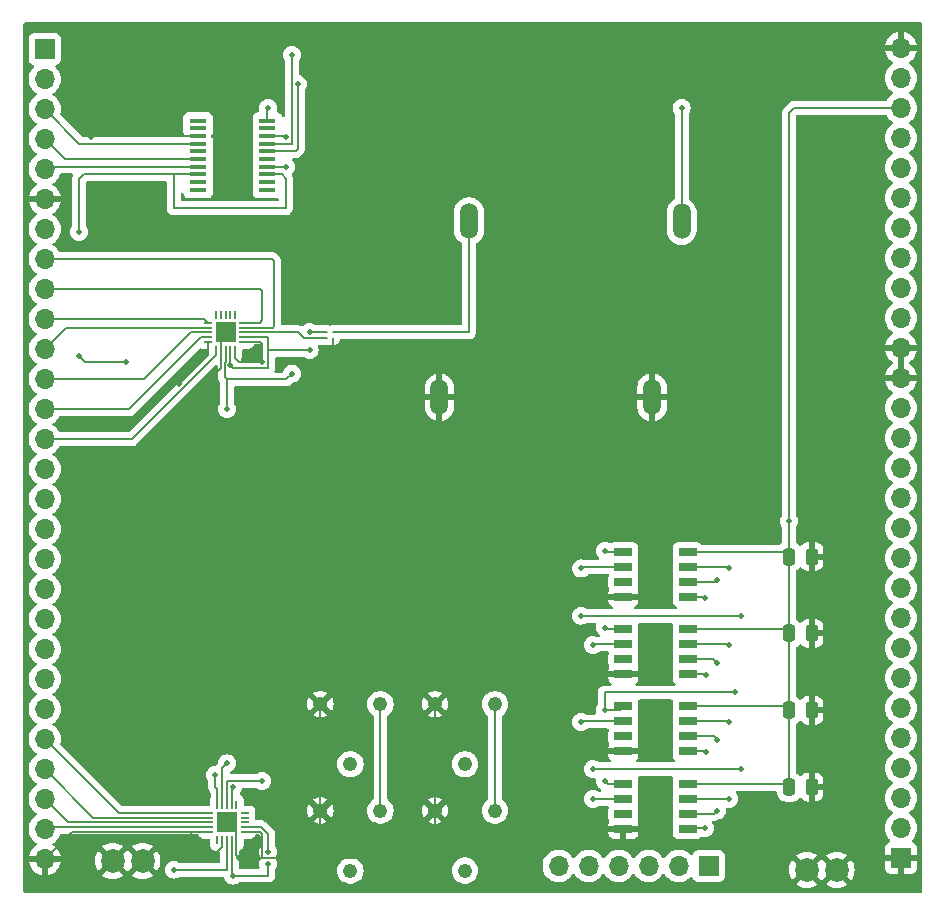
<source format=gtl>
%TF.GenerationSoftware,KiCad,Pcbnew,8.0.0*%
%TF.CreationDate,2024-04-16T18:42:12-05:00*%
%TF.ProjectId,BreakoutBoardPCB,42726561-6b6f-4757-9442-6f6172645043,rev?*%
%TF.SameCoordinates,Original*%
%TF.FileFunction,Copper,L1,Top*%
%TF.FilePolarity,Positive*%
%FSLAX46Y46*%
G04 Gerber Fmt 4.6, Leading zero omitted, Abs format (unit mm)*
G04 Created by KiCad (PCBNEW 8.0.0) date 2024-04-16 18:42:12*
%MOMM*%
%LPD*%
G01*
G04 APERTURE LIST*
G04 Aperture macros list*
%AMRoundRect*
0 Rectangle with rounded corners*
0 $1 Rounding radius*
0 $2 $3 $4 $5 $6 $7 $8 $9 X,Y pos of 4 corners*
0 Add a 4 corners polygon primitive as box body*
4,1,4,$2,$3,$4,$5,$6,$7,$8,$9,$2,$3,0*
0 Add four circle primitives for the rounded corners*
1,1,$1+$1,$2,$3*
1,1,$1+$1,$4,$5*
1,1,$1+$1,$6,$7*
1,1,$1+$1,$8,$9*
0 Add four rect primitives between the rounded corners*
20,1,$1+$1,$2,$3,$4,$5,0*
20,1,$1+$1,$4,$5,$6,$7,0*
20,1,$1+$1,$6,$7,$8,$9,0*
20,1,$1+$1,$8,$9,$2,$3,0*%
G04 Aperture macros list end*
%TA.AperFunction,ComponentPad*%
%ADD10C,1.217000*%
%TD*%
%TA.AperFunction,ComponentPad*%
%ADD11O,1.508000X3.016000*%
%TD*%
%TA.AperFunction,SMDPad,CuDef*%
%ADD12C,0.164000*%
%TD*%
%TA.AperFunction,SMDPad,CuDef*%
%ADD13R,0.800000X0.200000*%
%TD*%
%TA.AperFunction,SMDPad,CuDef*%
%ADD14R,0.200000X0.800000*%
%TD*%
%TA.AperFunction,SMDPad,CuDef*%
%ADD15R,1.800000X1.800000*%
%TD*%
%TA.AperFunction,SMDPad,CuDef*%
%ADD16R,1.525000X0.650000*%
%TD*%
%TA.AperFunction,ComponentPad*%
%ADD17C,2.000000*%
%TD*%
%TA.AperFunction,SMDPad,CuDef*%
%ADD18R,1.475000X0.450000*%
%TD*%
%TA.AperFunction,ComponentPad*%
%ADD19R,1.700000X1.700000*%
%TD*%
%TA.AperFunction,ComponentPad*%
%ADD20O,1.700000X1.700000*%
%TD*%
%TA.AperFunction,SMDPad,CuDef*%
%ADD21RoundRect,0.250000X-0.250000X-0.475000X0.250000X-0.475000X0.250000X0.475000X-0.250000X0.475000X0*%
%TD*%
%TA.AperFunction,ViaPad*%
%ADD22C,0.500000*%
%TD*%
%TA.AperFunction,Conductor*%
%ADD23C,0.152400*%
%TD*%
%TA.AperFunction,Conductor*%
%ADD24C,0.254000*%
%TD*%
G04 APERTURE END LIST*
D10*
X149197500Y-119000000D03*
X146657500Y-124080000D03*
X144117500Y-119000000D03*
X139500000Y-119000000D03*
X136960000Y-124080000D03*
X134420000Y-119000000D03*
X149197500Y-128000000D03*
X146657500Y-133080000D03*
X144117500Y-128000000D03*
X139500000Y-128000000D03*
X136960000Y-133080000D03*
X134420000Y-128000000D03*
D11*
X165000000Y-78100000D03*
X162500000Y-93000000D03*
X147000000Y-78100000D03*
X144500000Y-93000000D03*
D12*
X135500000Y-88000000D03*
X135000000Y-88000000D03*
X135500000Y-87500000D03*
X135000000Y-87500000D03*
D13*
X128000000Y-129800000D03*
X128000000Y-129400000D03*
X128000000Y-129000000D03*
X128000000Y-128600000D03*
X128000000Y-128200000D03*
D14*
X127300000Y-127500000D03*
X126900000Y-127500000D03*
X126500000Y-127500000D03*
X126100000Y-127500000D03*
X125700000Y-127500000D03*
D13*
X125000000Y-128200000D03*
X125000000Y-128600000D03*
X125000000Y-129000000D03*
X125000000Y-129400000D03*
X125000000Y-129800000D03*
D14*
X125700000Y-130500000D03*
X126100000Y-130500000D03*
X126500000Y-130500000D03*
X126900000Y-130500000D03*
X127300000Y-130500000D03*
D15*
X126500000Y-129000000D03*
D16*
X160076000Y-125730000D03*
X160076000Y-127000000D03*
X160076000Y-128270000D03*
X160076000Y-129540000D03*
X165500000Y-129540000D03*
X165500000Y-128270000D03*
X165500000Y-127000000D03*
X165500000Y-125730000D03*
X160076000Y-119180000D03*
X160076000Y-120450000D03*
X160076000Y-121720000D03*
X160076000Y-122990000D03*
X165500000Y-122990000D03*
X165500000Y-121720000D03*
X165500000Y-120450000D03*
X165500000Y-119180000D03*
X160076000Y-112630000D03*
X160076000Y-113900000D03*
X160076000Y-115170000D03*
X160076000Y-116440000D03*
X165500000Y-116440000D03*
X165500000Y-115170000D03*
X165500000Y-113900000D03*
X165500000Y-112630000D03*
X160076000Y-106080000D03*
X160076000Y-107350000D03*
X160076000Y-108620000D03*
X160076000Y-109890000D03*
X165500000Y-109890000D03*
X165500000Y-108620000D03*
X165500000Y-107350000D03*
X165500000Y-106080000D03*
D13*
X127900000Y-88300000D03*
X127900000Y-87900000D03*
X127900000Y-87500000D03*
X127900000Y-87100000D03*
X127900000Y-86700000D03*
D14*
X127200000Y-86000000D03*
X126800000Y-86000000D03*
X126400000Y-86000000D03*
X126000000Y-86000000D03*
X125600000Y-86000000D03*
D13*
X124900000Y-86700000D03*
X124900000Y-87100000D03*
X124900000Y-87500000D03*
X124900000Y-87900000D03*
X124900000Y-88300000D03*
D14*
X125600000Y-89000000D03*
X126000000Y-89000000D03*
X126400000Y-89000000D03*
X126800000Y-89000000D03*
X127200000Y-89000000D03*
D15*
X126400000Y-87500000D03*
D17*
X178132807Y-133020001D03*
X175592807Y-133020001D03*
D18*
X129938000Y-75425000D03*
X129938000Y-74775000D03*
X129938000Y-74125000D03*
X129938000Y-73475000D03*
X129938000Y-72825000D03*
X129938000Y-72175000D03*
X129938000Y-71525000D03*
X129938000Y-70875000D03*
X129938000Y-70225000D03*
X129938000Y-69575000D03*
X124062000Y-69575000D03*
X124062000Y-70225000D03*
X124062000Y-70875000D03*
X124062000Y-71525000D03*
X124062000Y-72175000D03*
X124062000Y-72825000D03*
X124062000Y-73475000D03*
X124062000Y-74125000D03*
X124062000Y-74775000D03*
X124062000Y-75425000D03*
D19*
X167287007Y-132689801D03*
D20*
X164747007Y-132689801D03*
X162207007Y-132689801D03*
X159667007Y-132689801D03*
X157127007Y-132689801D03*
X154587007Y-132689801D03*
D17*
X119357207Y-132258001D03*
X116817207Y-132258001D03*
D19*
X111076807Y-63525601D03*
D20*
X111076807Y-66065601D03*
X111076807Y-68605601D03*
X111076807Y-71145601D03*
X111076807Y-73685601D03*
X111076807Y-76225601D03*
X111076807Y-78765601D03*
X111076807Y-81305601D03*
X111076807Y-83845601D03*
X111076807Y-86385601D03*
X111076807Y-88925601D03*
X111076807Y-91465601D03*
X111076807Y-94005601D03*
X111076807Y-96545601D03*
X111076807Y-99085601D03*
X111076807Y-101625601D03*
X111076807Y-104165601D03*
X111076807Y-106705601D03*
X111076807Y-109245601D03*
X111076807Y-111785601D03*
X111076807Y-114325601D03*
X111076807Y-116865601D03*
X111076807Y-119405601D03*
X111076807Y-121945601D03*
X111076807Y-124485601D03*
X111076807Y-127025601D03*
X111076807Y-129565601D03*
X111076807Y-132105601D03*
D21*
X174100000Y-119500000D03*
X176000000Y-119500000D03*
X174100000Y-106500000D03*
X176000000Y-106500000D03*
X174100000Y-113000000D03*
X176000000Y-113000000D03*
D19*
X183568407Y-132004001D03*
D20*
X183568407Y-129464001D03*
X183568407Y-126924001D03*
X183568407Y-124384001D03*
X183568407Y-121844001D03*
X183568407Y-119304001D03*
X183568407Y-116764001D03*
X183568407Y-114224001D03*
X183568407Y-111684001D03*
X183568407Y-109144001D03*
X183568407Y-106604001D03*
X183568407Y-104064001D03*
X183568407Y-101524001D03*
X183568407Y-98984001D03*
X183568407Y-96444001D03*
X183568407Y-93904001D03*
X183568407Y-91364001D03*
X183568407Y-88824001D03*
X183568407Y-86284001D03*
X183568407Y-83744001D03*
X183568407Y-81204001D03*
X183568407Y-78664001D03*
X183568407Y-76124001D03*
X183568407Y-73584001D03*
X183568407Y-71044001D03*
X183568407Y-68504001D03*
X183568407Y-65964001D03*
X183568407Y-63424001D03*
D21*
X174100000Y-126000000D03*
X176000000Y-126000000D03*
D22*
X174100000Y-103500000D03*
X124500000Y-92000000D03*
X122411578Y-91911578D03*
X125157200Y-132000000D03*
X115000000Y-71000000D03*
X135500000Y-93000000D03*
X129500000Y-90000000D03*
X127500000Y-132000000D03*
X132500000Y-66500000D03*
X132000000Y-64000000D03*
X169000000Y-107500000D03*
X169000000Y-114000000D03*
X169000000Y-127000000D03*
X169000000Y-120500000D03*
X133500000Y-89000000D03*
X133500000Y-87500000D03*
X130000000Y-132500000D03*
X114000000Y-89500000D03*
X114000000Y-79000000D03*
X126800000Y-90300000D03*
X118000000Y-90000000D03*
X127000000Y-133500000D03*
X130000000Y-131500000D03*
X126500000Y-94000000D03*
X122000000Y-133000000D03*
X131500000Y-73500000D03*
X132000000Y-91000000D03*
X131500000Y-71000000D03*
X165000000Y-68500000D03*
X130000000Y-68500000D03*
X129500000Y-125500000D03*
X126500000Y-124000000D03*
X125500000Y-125000000D03*
X127000000Y-126000000D03*
X158500000Y-106000000D03*
X158500000Y-112500000D03*
X167035999Y-116500000D03*
X167035999Y-123000000D03*
X167000000Y-110000000D03*
X167000000Y-129500000D03*
X168000000Y-122000000D03*
X168000000Y-128000000D03*
X168000000Y-108500000D03*
X168000000Y-115500000D03*
X156500000Y-120500000D03*
X156500000Y-111500000D03*
X170000000Y-111500000D03*
X156500000Y-107500000D03*
X157500000Y-114000000D03*
X157500000Y-124500000D03*
X157500000Y-127000000D03*
X170000000Y-124500000D03*
X158500000Y-125500000D03*
X158500000Y-119500000D03*
X169500000Y-118000000D03*
D23*
X174100000Y-103500000D02*
X174100000Y-68900000D01*
X174100000Y-106500000D02*
X174100000Y-103500000D01*
X174100000Y-68900000D02*
X174500000Y-68500000D01*
X175000000Y-68500000D02*
X175004001Y-68504001D01*
X174500000Y-68500000D02*
X175000000Y-68500000D01*
X175004001Y-68504001D02*
X183568407Y-68504001D01*
X126500000Y-129000000D02*
X127300000Y-129800000D01*
X127300000Y-129800000D02*
X127300000Y-130500000D01*
X126400000Y-87500000D02*
X126000000Y-87900000D01*
X126000000Y-87900000D02*
X126000000Y-89000000D01*
X149197500Y-119000000D02*
X149197500Y-128000000D01*
X139500000Y-119000000D02*
X139500000Y-128000000D01*
X113382408Y-129800000D02*
X111076807Y-132105601D01*
X176000000Y-119500000D02*
X176000000Y-126000000D01*
X160076000Y-122990000D02*
X155510000Y-122990000D01*
X155500000Y-129500000D02*
X155500000Y-131000000D01*
X155510000Y-122990000D02*
X155500000Y-123000000D01*
X144000000Y-132000000D02*
X144117500Y-131882500D01*
X122411578Y-91911578D02*
X124900000Y-89423156D01*
X124062000Y-70875000D02*
X115125000Y-70875000D01*
X127900000Y-88300000D02*
X129300000Y-88300000D01*
X115125000Y-70875000D02*
X115000000Y-71000000D01*
X124900000Y-89423156D02*
X124900000Y-88300000D01*
X134420000Y-119000000D02*
X134420000Y-128000000D01*
D24*
X183004406Y-88260000D02*
X183568407Y-88824001D01*
D23*
X176000000Y-131000000D02*
X181000000Y-131000000D01*
X144117500Y-119000000D02*
X144117500Y-128000000D01*
X155500000Y-110000000D02*
X155500000Y-116500000D01*
X123500000Y-132000000D02*
X125157200Y-132000000D01*
X182004001Y-132004001D02*
X183568407Y-132004001D01*
X129500000Y-130000000D02*
X129300000Y-129800000D01*
X135500000Y-88000000D02*
X135500000Y-93000000D01*
X155500000Y-131000000D02*
X174500000Y-131000000D01*
X127500000Y-90000000D02*
X127200000Y-89700000D01*
X160076000Y-109890000D02*
X155610000Y-109890000D01*
X176000000Y-106500000D02*
X176000000Y-113000000D01*
X127300000Y-131800000D02*
X127500000Y-132000000D01*
X174500000Y-131000000D02*
X176000000Y-131000000D01*
X126000000Y-90500000D02*
X124500000Y-92000000D01*
X129500000Y-132000000D02*
X129500000Y-130000000D01*
X134500000Y-132000000D02*
X144000000Y-132000000D01*
X174000000Y-131000000D02*
X174500000Y-131000000D01*
X160076000Y-116440000D02*
X155560000Y-116440000D01*
X127300000Y-130500000D02*
X127300000Y-131800000D01*
X129500000Y-132000000D02*
X134500000Y-132000000D01*
X155500000Y-123000000D02*
X155500000Y-129500000D01*
X144117500Y-131882500D02*
X144117500Y-128000000D01*
X126100000Y-131057200D02*
X126100000Y-130500000D01*
X134420000Y-128000000D02*
X134420000Y-131920000D01*
X129500000Y-90000000D02*
X127500000Y-90000000D01*
X129300000Y-88300000D02*
X129500000Y-88500000D01*
X155500000Y-129500000D02*
X155540000Y-129540000D01*
X134420000Y-131920000D02*
X134500000Y-132000000D01*
X155500000Y-116500000D02*
X155500000Y-123000000D01*
X155610000Y-109890000D02*
X155500000Y-110000000D01*
X125000000Y-129800000D02*
X123500000Y-129800000D01*
X176000000Y-126000000D02*
X176000000Y-131000000D01*
X155560000Y-116440000D02*
X155500000Y-116500000D01*
X129500000Y-88500000D02*
X129500000Y-90000000D01*
X129300000Y-129800000D02*
X128000000Y-129800000D01*
X123500000Y-129800000D02*
X113382408Y-129800000D01*
X126000000Y-89000000D02*
X126000000Y-90500000D01*
X127500000Y-132000000D02*
X129500000Y-132000000D01*
X127200000Y-89700000D02*
X127200000Y-89000000D01*
X125157200Y-132000000D02*
X126100000Y-131057200D01*
X181000000Y-131000000D02*
X182004001Y-132004001D01*
X123500000Y-129800000D02*
X123500000Y-132000000D01*
X176000000Y-113000000D02*
X176000000Y-119500000D01*
X155540000Y-129540000D02*
X160076000Y-129540000D01*
X111287408Y-73475000D02*
X124062000Y-73475000D01*
X111076807Y-73685601D02*
X111287408Y-73475000D01*
X111076807Y-81305601D02*
X130305601Y-81305601D01*
X130400000Y-87100000D02*
X127900000Y-87100000D01*
X130500000Y-81500000D02*
X130500000Y-87000000D01*
X130500000Y-87000000D02*
X130400000Y-87100000D01*
X130305601Y-81305601D02*
X130500000Y-81500000D01*
X129345601Y-83845601D02*
X111076807Y-83845601D01*
X129300000Y-86700000D02*
X129500000Y-86500000D01*
X129500000Y-86500000D02*
X129500000Y-84000000D01*
X127900000Y-86700000D02*
X129300000Y-86700000D01*
X129500000Y-84000000D02*
X129345601Y-83845601D01*
X124585601Y-86385601D02*
X124900000Y-86700000D01*
X111076807Y-86385601D02*
X124585601Y-86385601D01*
X112902408Y-87100000D02*
X111076807Y-88925601D01*
X124900000Y-87100000D02*
X112902408Y-87100000D01*
X124342800Y-87900000D02*
X118237199Y-94005601D01*
X124900000Y-87900000D02*
X124342800Y-87900000D01*
X118237199Y-94005601D02*
X111076807Y-94005601D01*
X118454399Y-96545601D02*
X125600000Y-89400000D01*
X111076807Y-96545601D02*
X118454399Y-96545601D01*
X125600000Y-89400000D02*
X125600000Y-89000000D01*
X119500000Y-91500000D02*
X123500000Y-87500000D01*
X123500000Y-87500000D02*
X124900000Y-87500000D01*
X119465601Y-91465601D02*
X119500000Y-91500000D01*
X111076807Y-91465601D02*
X119465601Y-91465601D01*
X125000000Y-128200000D02*
X117331206Y-128200000D01*
X117331206Y-128200000D02*
X111076807Y-121945601D01*
X112756206Y-72825000D02*
X124062000Y-72825000D01*
X111076807Y-71145601D02*
X112756206Y-72825000D01*
X111076807Y-68605601D02*
X113996206Y-71525000D01*
X113996206Y-71525000D02*
X124062000Y-71525000D01*
X132500000Y-72000000D02*
X132325000Y-72175000D01*
X132500000Y-66500000D02*
X132500000Y-72000000D01*
X132325000Y-72175000D02*
X129938000Y-72175000D01*
X132000000Y-71500000D02*
X132000000Y-71000000D01*
X129938000Y-71525000D02*
X131975000Y-71525000D01*
X132000000Y-71000000D02*
X132000000Y-64000000D01*
X131975000Y-71525000D02*
X132000000Y-71500000D01*
X125000000Y-128600000D02*
X115191206Y-128600000D01*
X115191206Y-128600000D02*
X111076807Y-124485601D01*
X111076807Y-127025601D02*
X113051206Y-129000000D01*
X113051206Y-129000000D02*
X125000000Y-129000000D01*
X111242408Y-129400000D02*
X125000000Y-129400000D01*
X111076807Y-129565601D02*
X111242408Y-129400000D01*
X168950000Y-120450000D02*
X169000000Y-120500000D01*
X168900000Y-113900000D02*
X169000000Y-114000000D01*
X165500000Y-113900000D02*
X168900000Y-113900000D01*
X165500000Y-120450000D02*
X168950000Y-120450000D01*
X165500000Y-107350000D02*
X168850000Y-107350000D01*
X168850000Y-107350000D02*
X169000000Y-107500000D01*
X165500000Y-127000000D02*
X169000000Y-127000000D01*
X165500000Y-112630000D02*
X173730000Y-112630000D01*
X173830000Y-125730000D02*
X174100000Y-126000000D01*
X173730000Y-112630000D02*
X174100000Y-113000000D01*
X165500000Y-119180000D02*
X173780000Y-119180000D01*
X174100000Y-126000000D02*
X174100000Y-119500000D01*
X174100000Y-113000000D02*
X174100000Y-106500000D01*
X165500000Y-125730000D02*
X173830000Y-125730000D01*
X174100000Y-119500000D02*
X174100000Y-113000000D01*
X173780000Y-119180000D02*
X174100000Y-119500000D01*
X165500000Y-106080000D02*
X173680000Y-106080000D01*
X173680000Y-106080000D02*
X174100000Y-106500000D01*
X122000000Y-77000000D02*
X122000000Y-74125000D01*
X130000000Y-89000000D02*
X130500000Y-89000000D01*
X131500000Y-77000000D02*
X122000000Y-77000000D01*
X130000000Y-88000000D02*
X130000000Y-89000000D01*
X122000000Y-74125000D02*
X114375000Y-74125000D01*
X114375000Y-74125000D02*
X114000000Y-74500000D01*
X126900000Y-133400000D02*
X126900000Y-130500000D01*
X129938000Y-74125000D02*
X131125000Y-74125000D01*
X130000000Y-130000000D02*
X130000000Y-130500000D01*
X133500000Y-87500000D02*
X135000000Y-87500000D01*
X128000000Y-129400000D02*
X129400000Y-129400000D01*
X126800000Y-90300000D02*
X126800000Y-89000000D01*
X127000000Y-133500000D02*
X126900000Y-133400000D01*
X130000000Y-89000000D02*
X130000000Y-90500000D01*
X130000000Y-132500000D02*
X130000000Y-133500000D01*
X127000000Y-90500000D02*
X126800000Y-90300000D01*
X118000000Y-90000000D02*
X114500000Y-90000000D01*
X130000000Y-130500000D02*
X130000000Y-131500000D01*
X131500000Y-74500000D02*
X131500000Y-77000000D01*
X114500000Y-90000000D02*
X114000000Y-89500000D01*
X124062000Y-74125000D02*
X122000000Y-74125000D01*
X129400000Y-129400000D02*
X130000000Y-130000000D01*
X127900000Y-87900000D02*
X129900000Y-87900000D01*
X114000000Y-74500000D02*
X114000000Y-79000000D01*
X129900000Y-87900000D02*
X130000000Y-88000000D01*
X130000000Y-133500000D02*
X127000000Y-133500000D01*
X131125000Y-74125000D02*
X131500000Y-74500000D01*
X130500000Y-89000000D02*
X133500000Y-89000000D01*
X130000000Y-90500000D02*
X127000000Y-90500000D01*
X131375000Y-70875000D02*
X131500000Y-71000000D01*
X126500000Y-133000000D02*
X126000000Y-133000000D01*
X126321400Y-90101757D02*
X126321400Y-91321400D01*
X126500000Y-131000000D02*
X126500000Y-133000000D01*
X126000000Y-133000000D02*
X122000000Y-133000000D01*
X126400000Y-89000000D02*
X126400000Y-90023157D01*
X126500000Y-130500000D02*
X126500000Y-131000000D01*
X131475000Y-73475000D02*
X129938000Y-73475000D01*
X126500000Y-94000000D02*
X126500000Y-91500000D01*
X126400000Y-90023157D02*
X126321400Y-90101757D01*
X126321400Y-91321400D02*
X126500000Y-91500000D01*
X127000000Y-91500000D02*
X131500000Y-91500000D01*
X129938000Y-70875000D02*
X131375000Y-70875000D01*
X131500000Y-91500000D02*
X132000000Y-91000000D01*
X126500000Y-91500000D02*
X127000000Y-91500000D01*
X131500000Y-73500000D02*
X131475000Y-73475000D01*
X133000000Y-88000000D02*
X135000000Y-88000000D01*
X132500000Y-87500000D02*
X133000000Y-88000000D01*
X127900000Y-87500000D02*
X132500000Y-87500000D01*
X129938000Y-68562000D02*
X130000000Y-68500000D01*
X129938000Y-69575000D02*
X129938000Y-68562000D01*
X165000000Y-68500000D02*
X165000000Y-78100000D01*
X126500000Y-127500000D02*
X126500000Y-125500000D01*
X127000000Y-125500000D02*
X129500000Y-125500000D01*
X126500000Y-125500000D02*
X127000000Y-125500000D01*
X126100000Y-124400000D02*
X126500000Y-124000000D01*
X126100000Y-127500000D02*
X126100000Y-124400000D01*
X125500000Y-126000000D02*
X125700000Y-126200000D01*
X125700000Y-126200000D02*
X125700000Y-127500000D01*
X125500000Y-125000000D02*
X125500000Y-126000000D01*
X126900000Y-126100000D02*
X127000000Y-126000000D01*
X126900000Y-127500000D02*
X126900000Y-126100000D01*
X158630000Y-112630000D02*
X158500000Y-112500000D01*
X158580000Y-106080000D02*
X160076000Y-106080000D01*
X160076000Y-112630000D02*
X158630000Y-112630000D01*
X158500000Y-106000000D02*
X158580000Y-106080000D01*
X167025999Y-122990000D02*
X167035999Y-123000000D01*
X166890000Y-109890000D02*
X165500000Y-109890000D01*
X167000000Y-110000000D02*
X166890000Y-109890000D01*
X166975999Y-116440000D02*
X167035999Y-116500000D01*
X165500000Y-116440000D02*
X166975999Y-116440000D01*
X167000000Y-129500000D02*
X165540000Y-129500000D01*
X165540000Y-129500000D02*
X165500000Y-129540000D01*
X165500000Y-122990000D02*
X167025999Y-122990000D01*
X168000000Y-108500000D02*
X167880000Y-108620000D01*
X167880000Y-108620000D02*
X165500000Y-108620000D01*
X165500000Y-115170000D02*
X167670000Y-115170000D01*
X167670000Y-115170000D02*
X168000000Y-115500000D01*
X167730000Y-128270000D02*
X168000000Y-128000000D01*
X167720000Y-121720000D02*
X168000000Y-122000000D01*
X165500000Y-128270000D02*
X167730000Y-128270000D01*
X165500000Y-121720000D02*
X167720000Y-121720000D01*
X156500000Y-111500000D02*
X167691230Y-111500000D01*
X156650000Y-107350000D02*
X160076000Y-107350000D01*
X156500000Y-107500000D02*
X156650000Y-107350000D01*
X156550000Y-120450000D02*
X156500000Y-120500000D01*
X160076000Y-120450000D02*
X156550000Y-120450000D01*
X167691230Y-111500000D02*
X170000000Y-111500000D01*
X157500000Y-124500000D02*
X170000000Y-124500000D01*
X157600000Y-113900000D02*
X157500000Y-114000000D01*
X157500000Y-127000000D02*
X160076000Y-127000000D01*
X160076000Y-113900000D02*
X157600000Y-113900000D01*
X158500000Y-118000000D02*
X159000000Y-118000000D01*
X159000000Y-118000000D02*
X169500000Y-118000000D01*
X158500000Y-119500000D02*
X159756000Y-119500000D01*
X158500000Y-119500000D02*
X158500000Y-118000000D01*
X160076000Y-125730000D02*
X158730000Y-125730000D01*
X158730000Y-125730000D02*
X158500000Y-125500000D01*
X159756000Y-119500000D02*
X160076000Y-119180000D01*
X147000000Y-87500000D02*
X147000000Y-78100000D01*
X135500000Y-87500000D02*
X147000000Y-87500000D01*
%TA.AperFunction,Conductor*%
G36*
X129173741Y-130004702D02*
G01*
X129194715Y-130021605D01*
X129378395Y-130205285D01*
X129412421Y-130267597D01*
X129415300Y-130294380D01*
X129415300Y-130968580D01*
X129395987Y-131035616D01*
X129383459Y-131055554D01*
X129312290Y-131168817D01*
X129255837Y-131330151D01*
X129236701Y-131500000D01*
X129255837Y-131669848D01*
X129312291Y-131831183D01*
X129312292Y-131831185D01*
X129376244Y-131932964D01*
X129395550Y-132001285D01*
X129376244Y-132067036D01*
X129312292Y-132168814D01*
X129312291Y-132168816D01*
X129255837Y-132330151D01*
X129236701Y-132500000D01*
X129255837Y-132669846D01*
X129255837Y-132669848D01*
X129255838Y-132669850D01*
X129283074Y-132747686D01*
X129286694Y-132818589D01*
X129251405Y-132880194D01*
X129188412Y-132912941D01*
X129164145Y-132915300D01*
X127610700Y-132915300D01*
X127542579Y-132895298D01*
X127496086Y-132841642D01*
X127484700Y-132789300D01*
X127484700Y-131498076D01*
X127504702Y-131429955D01*
X127558358Y-131383462D01*
X127566668Y-131380020D01*
X127645965Y-131350444D01*
X127762904Y-131262904D01*
X127850444Y-131145965D01*
X127850444Y-131145964D01*
X127901494Y-131009093D01*
X127907999Y-130948597D01*
X127908000Y-130948585D01*
X127908000Y-130534000D01*
X127928002Y-130465879D01*
X127981658Y-130419386D01*
X128034000Y-130408000D01*
X128448585Y-130408000D01*
X128448597Y-130407999D01*
X128509093Y-130401494D01*
X128645964Y-130350444D01*
X128645965Y-130350444D01*
X128762904Y-130262904D01*
X128850444Y-130145965D01*
X128850446Y-130145961D01*
X128880022Y-130066667D01*
X128922568Y-130009831D01*
X128989089Y-129985021D01*
X128998077Y-129984700D01*
X129105620Y-129984700D01*
X129173741Y-130004702D01*
G37*
%TD.AperFunction*%
%TA.AperFunction,Conductor*%
G36*
X124304563Y-88869291D02*
G01*
X124390905Y-88901494D01*
X124451402Y-88907999D01*
X124451415Y-88908000D01*
X124865500Y-88908000D01*
X124933621Y-88928002D01*
X124980114Y-88981658D01*
X124991500Y-89034000D01*
X124991500Y-89129420D01*
X124971498Y-89197541D01*
X124954595Y-89218515D01*
X118249114Y-95923996D01*
X118186802Y-95958022D01*
X118160019Y-95960901D01*
X112385431Y-95960901D01*
X112317310Y-95940899D01*
X112279727Y-95900381D01*
X112278517Y-95901172D01*
X112152531Y-95708335D01*
X112152527Y-95708330D01*
X112000044Y-95542692D01*
X111918189Y-95478982D01*
X111822383Y-95404412D01*
X111789126Y-95386414D01*
X111738736Y-95336403D01*
X111723383Y-95267086D01*
X111747943Y-95200473D01*
X111789127Y-95164787D01*
X111822383Y-95146790D01*
X112000047Y-95008507D01*
X112152529Y-94842869D01*
X112204515Y-94763298D01*
X112278517Y-94650030D01*
X112279944Y-94650962D01*
X112324635Y-94605939D01*
X112385431Y-94590301D01*
X118314174Y-94590301D01*
X118314176Y-94590301D01*
X118462885Y-94550454D01*
X118596213Y-94473477D01*
X118705075Y-94364615D01*
X124171440Y-88898249D01*
X124233748Y-88864226D01*
X124304563Y-88869291D01*
G37*
%TD.AperFunction*%
%TA.AperFunction,Conductor*%
G36*
X129357421Y-88504702D02*
G01*
X129403914Y-88558358D01*
X129415300Y-88610700D01*
X129415300Y-89789300D01*
X129395298Y-89857421D01*
X129341642Y-89903914D01*
X129289300Y-89915300D01*
X127800538Y-89915300D01*
X127732417Y-89895298D01*
X127685924Y-89841642D01*
X127675820Y-89771368D01*
X127699670Y-89713791D01*
X127750444Y-89645965D01*
X127750444Y-89645964D01*
X127801494Y-89509093D01*
X127807999Y-89448597D01*
X127808000Y-89448585D01*
X127808000Y-89034000D01*
X127828002Y-88965879D01*
X127881658Y-88919386D01*
X127934000Y-88908000D01*
X128348585Y-88908000D01*
X128348597Y-88907999D01*
X128409093Y-88901494D01*
X128545964Y-88850444D01*
X128545965Y-88850444D01*
X128662904Y-88762904D01*
X128750444Y-88645965D01*
X128750446Y-88645961D01*
X128780022Y-88566667D01*
X128822568Y-88509831D01*
X128889089Y-88485021D01*
X128898077Y-88484700D01*
X129289300Y-88484700D01*
X129357421Y-88504702D01*
G37*
%TD.AperFunction*%
%TA.AperFunction,Conductor*%
G36*
X183822407Y-90933298D02*
G01*
X183761400Y-90898076D01*
X183634233Y-90864001D01*
X183502581Y-90864001D01*
X183375414Y-90898076D01*
X183314407Y-90933298D01*
X183314407Y-89254703D01*
X183375414Y-89289926D01*
X183502581Y-89324001D01*
X183634233Y-89324001D01*
X183761400Y-89289926D01*
X183822407Y-89254703D01*
X183822407Y-90933298D01*
G37*
%TD.AperFunction*%
%TA.AperFunction,Conductor*%
G36*
X185313928Y-61290503D02*
G01*
X185360421Y-61344159D01*
X185371807Y-61396501D01*
X185371807Y-134875501D01*
X185351805Y-134943622D01*
X185298149Y-134990115D01*
X185245807Y-135001501D01*
X109399307Y-135001501D01*
X109331186Y-134981499D01*
X109284693Y-134927843D01*
X109273307Y-134875501D01*
X109273307Y-129565601D01*
X109713651Y-129565601D01*
X109722289Y-129669850D01*
X109732244Y-129789976D01*
X109787509Y-130008213D01*
X109787510Y-130008214D01*
X109787511Y-130008217D01*
X109866243Y-130187709D01*
X109877948Y-130214394D01*
X110001082Y-130402866D01*
X110001086Y-130402871D01*
X110153569Y-130568509D01*
X110183017Y-130591429D01*
X110331231Y-130706790D01*
X110365012Y-130725071D01*
X110415403Y-130775083D01*
X110430756Y-130844400D01*
X110406196Y-130911013D01*
X110365016Y-130946697D01*
X110331511Y-130964829D01*
X110331505Y-130964833D01*
X110153904Y-131103066D01*
X110001481Y-131268642D01*
X109878387Y-131457052D01*
X109787986Y-131663144D01*
X109787983Y-131663151D01*
X109740262Y-131851600D01*
X109740263Y-131851601D01*
X110646104Y-131851601D01*
X110610882Y-131912608D01*
X110576807Y-132039775D01*
X110576807Y-132171427D01*
X110610882Y-132298594D01*
X110646104Y-132359601D01*
X109740262Y-132359601D01*
X109787983Y-132548050D01*
X109787986Y-132548057D01*
X109878387Y-132754149D01*
X110001481Y-132942559D01*
X110153904Y-133108135D01*
X110331505Y-133246368D01*
X110331506Y-133246369D01*
X110529435Y-133353483D01*
X110529437Y-133353484D01*
X110742290Y-133426556D01*
X110742299Y-133426558D01*
X110822807Y-133439992D01*
X110822807Y-132536303D01*
X110883814Y-132571526D01*
X111010981Y-132605601D01*
X111142633Y-132605601D01*
X111269800Y-132571526D01*
X111330807Y-132536303D01*
X111330807Y-133439991D01*
X111411314Y-133426558D01*
X111411323Y-133426556D01*
X111624176Y-133353484D01*
X111624178Y-133353483D01*
X111822107Y-133246369D01*
X111822108Y-133246368D01*
X111999709Y-133108135D01*
X112152132Y-132942559D01*
X112275226Y-132754149D01*
X112365627Y-132548057D01*
X112365630Y-132548050D01*
X112413351Y-132359601D01*
X111507510Y-132359601D01*
X111542732Y-132298594D01*
X111553609Y-132258001D01*
X115304544Y-132258001D01*
X115323167Y-132494633D01*
X115378578Y-132725438D01*
X115469415Y-132944739D01*
X115584103Y-133131891D01*
X115584104Y-133131891D01*
X116333048Y-132382947D01*
X116351282Y-132450994D01*
X116417108Y-132565008D01*
X116510200Y-132658100D01*
X116624214Y-132723926D01*
X116692258Y-132742158D01*
X115943314Y-133491102D01*
X115943315Y-133491103D01*
X116130468Y-133605792D01*
X116349769Y-133696629D01*
X116580574Y-133752040D01*
X116817207Y-133770663D01*
X117053839Y-133752040D01*
X117284644Y-133696629D01*
X117503945Y-133605792D01*
X117691097Y-133491103D01*
X117691098Y-133491103D01*
X116942154Y-132742159D01*
X117010200Y-132723926D01*
X117124214Y-132658100D01*
X117217306Y-132565008D01*
X117283132Y-132450994D01*
X117301365Y-132382948D01*
X118050308Y-133131891D01*
X118072399Y-133129277D01*
X118102020Y-133129278D01*
X118124104Y-133131892D01*
X118873048Y-132382947D01*
X118891282Y-132450994D01*
X118957108Y-132565008D01*
X119050200Y-132658100D01*
X119164214Y-132723926D01*
X119232258Y-132742158D01*
X118483314Y-133491102D01*
X118483315Y-133491103D01*
X118670468Y-133605792D01*
X118889769Y-133696629D01*
X119120574Y-133752040D01*
X119357207Y-133770663D01*
X119593839Y-133752040D01*
X119824644Y-133696629D01*
X120043945Y-133605792D01*
X120231097Y-133491103D01*
X120231098Y-133491103D01*
X119482154Y-132742159D01*
X119550200Y-132723926D01*
X119664214Y-132658100D01*
X119757306Y-132565008D01*
X119823132Y-132450994D01*
X119841365Y-132382948D01*
X120590309Y-133131892D01*
X120590309Y-133131891D01*
X120704998Y-132944739D01*
X120795835Y-132725438D01*
X120851246Y-132494633D01*
X120869869Y-132258001D01*
X120851246Y-132021368D01*
X120795835Y-131790563D01*
X120704998Y-131571262D01*
X120590309Y-131384109D01*
X120590308Y-131384108D01*
X119841364Y-132133052D01*
X119823132Y-132065008D01*
X119757306Y-131950994D01*
X119664214Y-131857902D01*
X119550200Y-131792076D01*
X119482153Y-131773842D01*
X120231097Y-131024898D01*
X120231097Y-131024897D01*
X120043945Y-130910209D01*
X119824644Y-130819372D01*
X119593839Y-130763961D01*
X119357207Y-130745338D01*
X119120574Y-130763961D01*
X118889769Y-130819372D01*
X118670473Y-130910207D01*
X118483315Y-131024898D01*
X118483315Y-131024899D01*
X119232259Y-131773843D01*
X119164214Y-131792076D01*
X119050200Y-131857902D01*
X118957108Y-131950994D01*
X118891282Y-132065008D01*
X118873049Y-132133053D01*
X118124104Y-131384108D01*
X118102018Y-131386723D01*
X118072400Y-131386723D01*
X118050308Y-131384108D01*
X117301364Y-132133052D01*
X117283132Y-132065008D01*
X117217306Y-131950994D01*
X117124214Y-131857902D01*
X117010200Y-131792076D01*
X116942153Y-131773842D01*
X117691097Y-131024898D01*
X117691097Y-131024897D01*
X117503945Y-130910209D01*
X117284644Y-130819372D01*
X117053839Y-130763961D01*
X116817207Y-130745338D01*
X116580574Y-130763961D01*
X116349769Y-130819372D01*
X116130473Y-130910207D01*
X115943315Y-131024898D01*
X115943315Y-131024899D01*
X116692259Y-131773843D01*
X116624214Y-131792076D01*
X116510200Y-131857902D01*
X116417108Y-131950994D01*
X116351282Y-132065008D01*
X116333049Y-132133053D01*
X115584105Y-131384109D01*
X115584104Y-131384109D01*
X115469413Y-131571267D01*
X115378578Y-131790563D01*
X115323167Y-132021368D01*
X115304544Y-132258001D01*
X111553609Y-132258001D01*
X111576807Y-132171427D01*
X111576807Y-132039775D01*
X111542732Y-131912608D01*
X111507510Y-131851601D01*
X112413351Y-131851601D01*
X112413351Y-131851600D01*
X112365630Y-131663151D01*
X112365627Y-131663144D01*
X112275226Y-131457052D01*
X112152132Y-131268642D01*
X111999709Y-131103066D01*
X111822108Y-130964833D01*
X111822107Y-130964832D01*
X111788598Y-130946698D01*
X111738208Y-130896684D01*
X111722857Y-130827367D01*
X111747419Y-130760754D01*
X111788597Y-130725073D01*
X111822383Y-130706790D01*
X112000047Y-130568507D01*
X112152529Y-130402869D01*
X112275667Y-130214392D01*
X112321034Y-130110965D01*
X112343352Y-130060086D01*
X112389033Y-130005738D01*
X112456845Y-129984714D01*
X112458739Y-129984700D01*
X124001923Y-129984700D01*
X124070044Y-130004702D01*
X124116537Y-130058358D01*
X124119978Y-130066667D01*
X124149553Y-130145961D01*
X124149555Y-130145965D01*
X124237095Y-130262904D01*
X124354034Y-130350444D01*
X124490906Y-130401494D01*
X124551402Y-130407999D01*
X124551415Y-130408000D01*
X124965500Y-130408000D01*
X125033621Y-130428002D01*
X125080114Y-130481658D01*
X125091500Y-130534000D01*
X125091500Y-130948649D01*
X125098009Y-131009196D01*
X125098011Y-131009204D01*
X125149110Y-131146202D01*
X125149112Y-131146207D01*
X125236738Y-131263261D01*
X125353792Y-131350887D01*
X125353794Y-131350888D01*
X125353796Y-131350889D01*
X125400629Y-131368357D01*
X125490795Y-131401988D01*
X125490803Y-131401990D01*
X125551350Y-131408499D01*
X125551355Y-131408499D01*
X125551362Y-131408500D01*
X125551368Y-131408500D01*
X125789300Y-131408500D01*
X125857421Y-131428502D01*
X125903914Y-131482158D01*
X125915300Y-131534500D01*
X125915300Y-132289300D01*
X125895298Y-132357421D01*
X125841642Y-132403914D01*
X125789300Y-132415300D01*
X122531420Y-132415300D01*
X122464383Y-132395987D01*
X122359607Y-132330151D01*
X122331182Y-132312290D01*
X122231270Y-132277330D01*
X122169850Y-132255838D01*
X122169848Y-132255837D01*
X122169850Y-132255837D01*
X122000000Y-132236701D01*
X121830151Y-132255837D01*
X121668817Y-132312290D01*
X121524087Y-132403231D01*
X121403231Y-132524087D01*
X121312290Y-132668817D01*
X121255837Y-132830151D01*
X121236701Y-133000000D01*
X121255837Y-133169848D01*
X121312290Y-133331182D01*
X121403231Y-133475912D01*
X121524087Y-133596768D01*
X121524089Y-133596769D01*
X121524091Y-133596771D01*
X121668817Y-133687709D01*
X121830150Y-133744162D01*
X121830149Y-133744162D01*
X121847348Y-133746099D01*
X122000000Y-133763299D01*
X122169850Y-133744162D01*
X122331183Y-133687709D01*
X122464383Y-133604012D01*
X122531420Y-133584700D01*
X125923023Y-133584700D01*
X126136641Y-133584700D01*
X126204762Y-133604702D01*
X126251255Y-133658358D01*
X126255570Y-133669085D01*
X126312290Y-133831182D01*
X126329776Y-133859010D01*
X126402785Y-133975203D01*
X126403231Y-133975912D01*
X126524087Y-134096768D01*
X126524089Y-134096769D01*
X126524091Y-134096771D01*
X126668817Y-134187709D01*
X126830150Y-134244162D01*
X126830149Y-134244162D01*
X126847348Y-134246099D01*
X127000000Y-134263299D01*
X127169850Y-134244162D01*
X127331183Y-134187709D01*
X127464383Y-134104012D01*
X127531420Y-134084700D01*
X130076975Y-134084700D01*
X130076977Y-134084700D01*
X130225686Y-134044853D01*
X130359014Y-133967876D01*
X130467876Y-133859014D01*
X130544853Y-133725686D01*
X130584700Y-133576977D01*
X130584700Y-133080004D01*
X135838215Y-133080004D01*
X135857315Y-133286122D01*
X135857315Y-133286126D01*
X135911314Y-133475912D01*
X135913967Y-133485235D01*
X136006239Y-133670544D01*
X136006240Y-133670545D01*
X136006241Y-133670547D01*
X136130987Y-133835738D01*
X136283972Y-133975203D01*
X136342179Y-134011243D01*
X136459977Y-134084181D01*
X136653009Y-134158962D01*
X136856495Y-134197000D01*
X136856497Y-134197000D01*
X137063503Y-134197000D01*
X137063505Y-134197000D01*
X137266991Y-134158962D01*
X137460023Y-134084181D01*
X137636026Y-133975204D01*
X137789009Y-133835742D01*
X137913761Y-133670544D01*
X138006033Y-133485235D01*
X138062684Y-133286127D01*
X138076928Y-133132413D01*
X138081785Y-133080004D01*
X145535715Y-133080004D01*
X145554815Y-133286122D01*
X145554815Y-133286126D01*
X145608814Y-133475912D01*
X145611467Y-133485235D01*
X145703739Y-133670544D01*
X145703740Y-133670545D01*
X145703741Y-133670547D01*
X145828487Y-133835738D01*
X145981472Y-133975203D01*
X146039679Y-134011243D01*
X146157477Y-134084181D01*
X146350509Y-134158962D01*
X146553995Y-134197000D01*
X146553997Y-134197000D01*
X146761003Y-134197000D01*
X146761005Y-134197000D01*
X146964491Y-134158962D01*
X147157523Y-134084181D01*
X147333526Y-133975204D01*
X147486509Y-133835742D01*
X147611261Y-133670544D01*
X147703533Y-133485235D01*
X147760184Y-133286127D01*
X147774428Y-133132413D01*
X147779285Y-133080004D01*
X147779285Y-133079995D01*
X147762846Y-132902598D01*
X147760184Y-132873873D01*
X147707811Y-132689801D01*
X153223851Y-132689801D01*
X153242341Y-132912941D01*
X153242444Y-132914176D01*
X153297709Y-133132413D01*
X153297710Y-133132414D01*
X153297711Y-133132417D01*
X153365134Y-133286127D01*
X153388148Y-133338594D01*
X153511282Y-133527066D01*
X153511286Y-133527071D01*
X153663769Y-133692709D01*
X153681795Y-133706739D01*
X153841431Y-133830990D01*
X154039433Y-133938143D01*
X154039434Y-133938143D01*
X154039435Y-133938144D01*
X154126025Y-133967870D01*
X154252372Y-134011245D01*
X154474438Y-134048301D01*
X154474442Y-134048301D01*
X154699572Y-134048301D01*
X154699576Y-134048301D01*
X154921642Y-134011245D01*
X155134581Y-133938143D01*
X155332583Y-133830990D01*
X155510247Y-133692707D01*
X155662729Y-133527069D01*
X155751525Y-133391155D01*
X155805527Y-133345069D01*
X155875875Y-133335493D01*
X155940232Y-133365470D01*
X155962487Y-133391154D01*
X155981399Y-133420100D01*
X156051282Y-133527066D01*
X156051286Y-133527071D01*
X156203769Y-133692709D01*
X156221795Y-133706739D01*
X156381431Y-133830990D01*
X156579433Y-133938143D01*
X156579434Y-133938143D01*
X156579435Y-133938144D01*
X156666025Y-133967870D01*
X156792372Y-134011245D01*
X157014438Y-134048301D01*
X157014442Y-134048301D01*
X157239572Y-134048301D01*
X157239576Y-134048301D01*
X157461642Y-134011245D01*
X157674581Y-133938143D01*
X157872583Y-133830990D01*
X158050247Y-133692707D01*
X158202729Y-133527069D01*
X158291525Y-133391155D01*
X158345527Y-133345069D01*
X158415875Y-133335493D01*
X158480232Y-133365470D01*
X158502487Y-133391154D01*
X158521399Y-133420100D01*
X158591282Y-133527066D01*
X158591286Y-133527071D01*
X158743769Y-133692709D01*
X158761795Y-133706739D01*
X158921431Y-133830990D01*
X159119433Y-133938143D01*
X159119434Y-133938143D01*
X159119435Y-133938144D01*
X159206025Y-133967870D01*
X159332372Y-134011245D01*
X159554438Y-134048301D01*
X159554442Y-134048301D01*
X159779572Y-134048301D01*
X159779576Y-134048301D01*
X160001642Y-134011245D01*
X160214581Y-133938143D01*
X160412583Y-133830990D01*
X160590247Y-133692707D01*
X160742729Y-133527069D01*
X160831525Y-133391155D01*
X160885527Y-133345069D01*
X160955875Y-133335493D01*
X161020232Y-133365470D01*
X161042487Y-133391154D01*
X161061399Y-133420100D01*
X161131282Y-133527066D01*
X161131286Y-133527071D01*
X161283769Y-133692709D01*
X161301795Y-133706739D01*
X161461431Y-133830990D01*
X161659433Y-133938143D01*
X161659434Y-133938143D01*
X161659435Y-133938144D01*
X161746025Y-133967870D01*
X161872372Y-134011245D01*
X162094438Y-134048301D01*
X162094442Y-134048301D01*
X162319572Y-134048301D01*
X162319576Y-134048301D01*
X162541642Y-134011245D01*
X162754581Y-133938143D01*
X162952583Y-133830990D01*
X163130247Y-133692707D01*
X163282729Y-133527069D01*
X163371525Y-133391155D01*
X163425527Y-133345069D01*
X163495875Y-133335493D01*
X163560232Y-133365470D01*
X163582487Y-133391154D01*
X163601399Y-133420100D01*
X163671282Y-133527066D01*
X163671286Y-133527071D01*
X163823769Y-133692709D01*
X163841795Y-133706739D01*
X164001431Y-133830990D01*
X164199433Y-133938143D01*
X164199434Y-133938143D01*
X164199435Y-133938144D01*
X164286025Y-133967870D01*
X164412372Y-134011245D01*
X164634438Y-134048301D01*
X164634442Y-134048301D01*
X164859572Y-134048301D01*
X164859576Y-134048301D01*
X165081642Y-134011245D01*
X165294581Y-133938143D01*
X165492583Y-133830990D01*
X165670247Y-133692707D01*
X165731252Y-133626438D01*
X165792103Y-133589868D01*
X165863068Y-133592001D01*
X165921613Y-133632163D01*
X165942007Y-133667742D01*
X165986118Y-133786005D01*
X165986119Y-133786008D01*
X166073745Y-133903062D01*
X166190799Y-133990688D01*
X166190801Y-133990689D01*
X166190803Y-133990690D01*
X166245907Y-134011243D01*
X166327802Y-134041789D01*
X166327810Y-134041791D01*
X166388357Y-134048300D01*
X166388362Y-134048300D01*
X166388369Y-134048301D01*
X166388375Y-134048301D01*
X168185639Y-134048301D01*
X168185645Y-134048301D01*
X168185652Y-134048300D01*
X168185656Y-134048300D01*
X168246203Y-134041791D01*
X168246206Y-134041790D01*
X168246208Y-134041790D01*
X168383211Y-133990690D01*
X168453406Y-133938143D01*
X168500268Y-133903062D01*
X168587894Y-133786008D01*
X168587894Y-133786007D01*
X168587896Y-133786005D01*
X168638996Y-133649002D01*
X168640807Y-133632163D01*
X168645506Y-133588450D01*
X168645507Y-133588433D01*
X168645507Y-133020001D01*
X174080144Y-133020001D01*
X174098767Y-133256633D01*
X174154178Y-133487438D01*
X174245015Y-133706739D01*
X174359703Y-133893891D01*
X174359704Y-133893891D01*
X175108648Y-133144947D01*
X175126882Y-133212994D01*
X175192708Y-133327008D01*
X175285800Y-133420100D01*
X175399814Y-133485926D01*
X175467858Y-133504158D01*
X174718914Y-134253102D01*
X174718915Y-134253103D01*
X174906068Y-134367792D01*
X175125369Y-134458629D01*
X175356174Y-134514040D01*
X175592807Y-134532663D01*
X175829439Y-134514040D01*
X176060244Y-134458629D01*
X176279545Y-134367792D01*
X176466697Y-134253103D01*
X176466698Y-134253103D01*
X175717754Y-133504159D01*
X175785800Y-133485926D01*
X175899814Y-133420100D01*
X175992906Y-133327008D01*
X176058732Y-133212994D01*
X176076965Y-133144948D01*
X176825908Y-133893891D01*
X176847999Y-133891277D01*
X176877620Y-133891278D01*
X176899704Y-133893892D01*
X177648648Y-133144947D01*
X177666882Y-133212994D01*
X177732708Y-133327008D01*
X177825800Y-133420100D01*
X177939814Y-133485926D01*
X178007858Y-133504158D01*
X177258914Y-134253102D01*
X177258915Y-134253103D01*
X177446068Y-134367792D01*
X177665369Y-134458629D01*
X177896174Y-134514040D01*
X178132807Y-134532663D01*
X178369439Y-134514040D01*
X178600244Y-134458629D01*
X178819545Y-134367792D01*
X179006697Y-134253103D01*
X179006698Y-134253103D01*
X178257754Y-133504159D01*
X178325800Y-133485926D01*
X178439814Y-133420100D01*
X178532906Y-133327008D01*
X178598732Y-133212994D01*
X178616965Y-133144948D01*
X179365909Y-133893892D01*
X179365909Y-133893891D01*
X179480598Y-133706739D01*
X179571435Y-133487438D01*
X179626846Y-133256633D01*
X179645469Y-133020001D01*
X179626846Y-132783368D01*
X179571435Y-132552563D01*
X179480598Y-132333262D01*
X179365909Y-132146109D01*
X179365908Y-132146108D01*
X178616964Y-132895052D01*
X178598732Y-132827008D01*
X178532906Y-132712994D01*
X178439814Y-132619902D01*
X178325800Y-132554076D01*
X178257753Y-132535842D01*
X179006697Y-131786898D01*
X179006697Y-131786897D01*
X178819545Y-131672209D01*
X178600244Y-131581372D01*
X178369439Y-131525961D01*
X178132807Y-131507338D01*
X177896174Y-131525961D01*
X177665369Y-131581372D01*
X177446073Y-131672207D01*
X177258915Y-131786898D01*
X177258915Y-131786899D01*
X178007859Y-132535843D01*
X177939814Y-132554076D01*
X177825800Y-132619902D01*
X177732708Y-132712994D01*
X177666882Y-132827008D01*
X177648649Y-132895053D01*
X176899704Y-132146108D01*
X176877618Y-132148723D01*
X176848000Y-132148723D01*
X176825908Y-132146108D01*
X176076964Y-132895052D01*
X176058732Y-132827008D01*
X175992906Y-132712994D01*
X175899814Y-132619902D01*
X175785800Y-132554076D01*
X175717753Y-132535842D01*
X176466697Y-131786898D01*
X176466697Y-131786897D01*
X176279545Y-131672209D01*
X176060244Y-131581372D01*
X175829439Y-131525961D01*
X175592807Y-131507338D01*
X175356174Y-131525961D01*
X175125369Y-131581372D01*
X174906073Y-131672207D01*
X174718915Y-131786898D01*
X174718915Y-131786899D01*
X175467859Y-132535843D01*
X175399814Y-132554076D01*
X175285800Y-132619902D01*
X175192708Y-132712994D01*
X175126882Y-132827008D01*
X175108649Y-132895053D01*
X174359705Y-132146109D01*
X174359704Y-132146109D01*
X174245013Y-132333267D01*
X174154178Y-132552563D01*
X174098767Y-132783368D01*
X174080144Y-133020001D01*
X168645507Y-133020001D01*
X168645507Y-131791168D01*
X168645506Y-131791151D01*
X168638997Y-131730604D01*
X168638995Y-131730596D01*
X168592373Y-131605601D01*
X168587896Y-131593597D01*
X168587895Y-131593595D01*
X168587894Y-131593593D01*
X168500268Y-131476539D01*
X168383214Y-131388913D01*
X168383209Y-131388911D01*
X168246211Y-131337812D01*
X168246203Y-131337810D01*
X168185656Y-131331301D01*
X168185645Y-131331301D01*
X166388369Y-131331301D01*
X166388357Y-131331301D01*
X166327810Y-131337810D01*
X166327802Y-131337812D01*
X166190804Y-131388911D01*
X166190799Y-131388913D01*
X166073745Y-131476539D01*
X165986119Y-131593593D01*
X165986118Y-131593596D01*
X165942007Y-131711859D01*
X165899460Y-131768694D01*
X165832939Y-131793504D01*
X165763565Y-131778412D01*
X165731253Y-131753164D01*
X165670247Y-131686895D01*
X165670246Y-131686894D01*
X165670244Y-131686892D01*
X165588389Y-131623182D01*
X165492583Y-131548612D01*
X165294581Y-131441459D01*
X165294579Y-131441458D01*
X165294578Y-131441457D01*
X165081646Y-131368358D01*
X165081637Y-131368356D01*
X165037483Y-131360988D01*
X164859576Y-131331301D01*
X164634438Y-131331301D01*
X164486218Y-131356034D01*
X164412376Y-131368356D01*
X164412367Y-131368358D01*
X164199435Y-131441457D01*
X164199433Y-131441459D01*
X164001433Y-131548611D01*
X164001431Y-131548612D01*
X163823769Y-131686892D01*
X163671286Y-131852530D01*
X163582490Y-131988444D01*
X163528486Y-132034532D01*
X163458138Y-132044107D01*
X163393781Y-132014130D01*
X163371524Y-131988444D01*
X163282727Y-131852530D01*
X163130244Y-131686892D01*
X163048389Y-131623182D01*
X162952583Y-131548612D01*
X162754581Y-131441459D01*
X162754579Y-131441458D01*
X162754578Y-131441457D01*
X162541646Y-131368358D01*
X162541637Y-131368356D01*
X162497483Y-131360988D01*
X162319576Y-131331301D01*
X162094438Y-131331301D01*
X161946218Y-131356034D01*
X161872376Y-131368356D01*
X161872367Y-131368358D01*
X161659435Y-131441457D01*
X161659433Y-131441459D01*
X161461433Y-131548611D01*
X161461431Y-131548612D01*
X161283769Y-131686892D01*
X161131286Y-131852530D01*
X161042490Y-131988444D01*
X160988486Y-132034532D01*
X160918138Y-132044107D01*
X160853781Y-132014130D01*
X160831524Y-131988444D01*
X160742727Y-131852530D01*
X160590244Y-131686892D01*
X160508389Y-131623182D01*
X160412583Y-131548612D01*
X160214581Y-131441459D01*
X160214579Y-131441458D01*
X160214578Y-131441457D01*
X160001646Y-131368358D01*
X160001637Y-131368356D01*
X159957483Y-131360988D01*
X159779576Y-131331301D01*
X159554438Y-131331301D01*
X159406218Y-131356034D01*
X159332376Y-131368356D01*
X159332367Y-131368358D01*
X159119435Y-131441457D01*
X159119433Y-131441459D01*
X158921433Y-131548611D01*
X158921431Y-131548612D01*
X158743769Y-131686892D01*
X158591286Y-131852530D01*
X158502490Y-131988444D01*
X158448486Y-132034532D01*
X158378138Y-132044107D01*
X158313781Y-132014130D01*
X158291524Y-131988444D01*
X158202727Y-131852530D01*
X158050244Y-131686892D01*
X157968389Y-131623182D01*
X157872583Y-131548612D01*
X157674581Y-131441459D01*
X157674579Y-131441458D01*
X157674578Y-131441457D01*
X157461646Y-131368358D01*
X157461637Y-131368356D01*
X157417483Y-131360988D01*
X157239576Y-131331301D01*
X157014438Y-131331301D01*
X156866218Y-131356034D01*
X156792376Y-131368356D01*
X156792367Y-131368358D01*
X156579435Y-131441457D01*
X156579433Y-131441459D01*
X156381433Y-131548611D01*
X156381431Y-131548612D01*
X156203769Y-131686892D01*
X156051286Y-131852530D01*
X155962490Y-131988444D01*
X155908486Y-132034532D01*
X155838138Y-132044107D01*
X155773781Y-132014130D01*
X155751524Y-131988444D01*
X155662727Y-131852530D01*
X155510244Y-131686892D01*
X155428389Y-131623182D01*
X155332583Y-131548612D01*
X155134581Y-131441459D01*
X155134579Y-131441458D01*
X155134578Y-131441457D01*
X154921646Y-131368358D01*
X154921637Y-131368356D01*
X154877483Y-131360988D01*
X154699576Y-131331301D01*
X154474438Y-131331301D01*
X154326218Y-131356034D01*
X154252376Y-131368356D01*
X154252367Y-131368358D01*
X154039435Y-131441457D01*
X154039433Y-131441459D01*
X153841433Y-131548611D01*
X153841431Y-131548612D01*
X153663769Y-131686892D01*
X153511286Y-131852530D01*
X153511282Y-131852535D01*
X153388148Y-132041007D01*
X153297710Y-132247187D01*
X153297709Y-132247188D01*
X153242444Y-132465425D01*
X153242443Y-132465431D01*
X153242443Y-132465433D01*
X153223851Y-132689801D01*
X147707811Y-132689801D01*
X147703533Y-132674765D01*
X147611261Y-132489456D01*
X147546147Y-132403231D01*
X147486512Y-132324261D01*
X147333527Y-132184796D01*
X147157528Y-132075822D01*
X147157527Y-132075821D01*
X147157523Y-132075819D01*
X147134854Y-132067037D01*
X146964494Y-132001039D01*
X146964493Y-132001038D01*
X146964491Y-132001038D01*
X146761005Y-131963000D01*
X146553995Y-131963000D01*
X146350509Y-132001038D01*
X146350507Y-132001038D01*
X146350505Y-132001039D01*
X146157481Y-132075817D01*
X146157471Y-132075822D01*
X145981472Y-132184796D01*
X145828487Y-132324261D01*
X145703741Y-132489452D01*
X145611467Y-132674765D01*
X145611464Y-132674773D01*
X145554815Y-132873873D01*
X145554815Y-132873877D01*
X145535715Y-133079995D01*
X145535715Y-133080004D01*
X138081785Y-133080004D01*
X138081785Y-133079995D01*
X138065346Y-132902598D01*
X138062684Y-132873873D01*
X138006033Y-132674765D01*
X137913761Y-132489456D01*
X137848647Y-132403231D01*
X137789012Y-132324261D01*
X137636027Y-132184796D01*
X137460028Y-132075822D01*
X137460027Y-132075821D01*
X137460023Y-132075819D01*
X137437354Y-132067037D01*
X137266994Y-132001039D01*
X137266993Y-132001038D01*
X137266991Y-132001038D01*
X137063505Y-131963000D01*
X136856495Y-131963000D01*
X136653009Y-132001038D01*
X136653007Y-132001038D01*
X136653005Y-132001039D01*
X136459981Y-132075817D01*
X136459971Y-132075822D01*
X136283972Y-132184796D01*
X136130987Y-132324261D01*
X136006241Y-132489452D01*
X135913967Y-132674765D01*
X135913964Y-132674773D01*
X135857315Y-132873873D01*
X135857315Y-132873877D01*
X135838215Y-133079995D01*
X135838215Y-133080004D01*
X130584700Y-133080004D01*
X130584700Y-133031419D01*
X130604012Y-132964384D01*
X130687709Y-132831183D01*
X130744162Y-132669850D01*
X130763299Y-132500000D01*
X130744162Y-132330150D01*
X130687709Y-132168817D01*
X130623754Y-132067034D01*
X130604449Y-131998716D01*
X130623755Y-131932964D01*
X130687709Y-131831183D01*
X130744162Y-131669850D01*
X130763299Y-131500000D01*
X130744162Y-131330150D01*
X130687709Y-131168817D01*
X130604012Y-131035616D01*
X130584700Y-130968580D01*
X130584700Y-129923024D01*
X130560091Y-129831183D01*
X130550128Y-129794000D01*
X158805500Y-129794000D01*
X158805500Y-129913597D01*
X158812005Y-129974093D01*
X158863055Y-130110964D01*
X158863055Y-130110965D01*
X158950595Y-130227904D01*
X159067534Y-130315444D01*
X159204406Y-130366494D01*
X159264902Y-130372999D01*
X159264915Y-130373000D01*
X159822000Y-130373000D01*
X159822000Y-129794000D01*
X160330000Y-129794000D01*
X160330000Y-130373000D01*
X160887085Y-130373000D01*
X160887097Y-130372999D01*
X160947593Y-130366494D01*
X161084464Y-130315444D01*
X161084465Y-130315444D01*
X161201404Y-130227904D01*
X161288944Y-130110965D01*
X161288944Y-130110964D01*
X161339994Y-129974093D01*
X161346499Y-129913597D01*
X161346500Y-129913585D01*
X161346500Y-129794000D01*
X160330000Y-129794000D01*
X159822000Y-129794000D01*
X158805500Y-129794000D01*
X130550128Y-129794000D01*
X130544853Y-129774314D01*
X130484541Y-129669850D01*
X130467878Y-129640989D01*
X130467874Y-129640984D01*
X130418390Y-129591500D01*
X130359014Y-129532124D01*
X129775278Y-128948388D01*
X133830820Y-128948388D01*
X133920202Y-129003731D01*
X133920209Y-129003734D01*
X134113141Y-129078477D01*
X134113140Y-129078477D01*
X134316543Y-129116500D01*
X134523457Y-129116500D01*
X134726859Y-129078477D01*
X134919793Y-129003733D01*
X134919802Y-129003728D01*
X135009179Y-128948388D01*
X134420001Y-128359210D01*
X134420000Y-128359210D01*
X133830820Y-128948388D01*
X129775278Y-128948388D01*
X129759014Y-128932124D01*
X129759012Y-128932123D01*
X129759010Y-128932121D01*
X129625686Y-128855147D01*
X129611560Y-128851362D01*
X129476977Y-128815300D01*
X129476975Y-128815300D01*
X129034500Y-128815300D01*
X128966379Y-128795298D01*
X128919886Y-128741642D01*
X128908500Y-128689300D01*
X128908500Y-128451366D01*
X128908499Y-128451354D01*
X128904426Y-128413468D01*
X128904426Y-128386530D01*
X128908499Y-128348645D01*
X128908500Y-128348633D01*
X128908500Y-128051367D01*
X128908499Y-128051350D01*
X128902979Y-128000000D01*
X133298717Y-128000000D01*
X133317809Y-128206038D01*
X133374432Y-128405048D01*
X133466670Y-128590285D01*
X133468318Y-128592468D01*
X133468320Y-128592468D01*
X134014052Y-128046737D01*
X134065000Y-128046737D01*
X134089193Y-128137025D01*
X134135930Y-128217975D01*
X134202025Y-128284070D01*
X134282975Y-128330807D01*
X134373263Y-128355000D01*
X134466737Y-128355000D01*
X134557025Y-128330807D01*
X134637975Y-128284070D01*
X134704070Y-128217975D01*
X134750807Y-128137025D01*
X134775000Y-128046737D01*
X134775000Y-128000001D01*
X134779210Y-128000001D01*
X135371678Y-128592469D01*
X135371678Y-128592468D01*
X135373332Y-128590281D01*
X135465567Y-128405048D01*
X135522190Y-128206038D01*
X135541282Y-128000004D01*
X138378215Y-128000004D01*
X138397315Y-128206122D01*
X138397315Y-128206126D01*
X138453964Y-128405226D01*
X138453967Y-128405235D01*
X138546239Y-128590544D01*
X138546240Y-128590545D01*
X138546241Y-128590547D01*
X138670987Y-128755738D01*
X138670990Y-128755740D01*
X138670991Y-128755742D01*
X138686793Y-128770147D01*
X138823972Y-128895203D01*
X138883605Y-128932126D01*
X138999977Y-129004181D01*
X139193009Y-129078962D01*
X139396495Y-129117000D01*
X139396497Y-129117000D01*
X139603503Y-129117000D01*
X139603505Y-129117000D01*
X139806991Y-129078962D01*
X140000023Y-129004181D01*
X140090131Y-128948388D01*
X143528320Y-128948388D01*
X143617702Y-129003731D01*
X143617709Y-129003734D01*
X143810641Y-129078477D01*
X143810640Y-129078477D01*
X144014043Y-129116500D01*
X144220957Y-129116500D01*
X144424359Y-129078477D01*
X144617293Y-129003733D01*
X144617302Y-129003728D01*
X144706679Y-128948388D01*
X144117501Y-128359210D01*
X144117500Y-128359210D01*
X143528320Y-128948388D01*
X140090131Y-128948388D01*
X140176026Y-128895204D01*
X140329009Y-128755742D01*
X140453761Y-128590544D01*
X140546033Y-128405235D01*
X140602684Y-128206127D01*
X140617025Y-128051367D01*
X140621785Y-128000004D01*
X140621785Y-128000000D01*
X142996217Y-128000000D01*
X143015309Y-128206038D01*
X143071932Y-128405048D01*
X143164170Y-128590285D01*
X143165818Y-128592468D01*
X143165820Y-128592468D01*
X143711552Y-128046737D01*
X143762500Y-128046737D01*
X143786693Y-128137025D01*
X143833430Y-128217975D01*
X143899525Y-128284070D01*
X143980475Y-128330807D01*
X144070763Y-128355000D01*
X144164237Y-128355000D01*
X144254525Y-128330807D01*
X144335475Y-128284070D01*
X144401570Y-128217975D01*
X144448307Y-128137025D01*
X144472500Y-128046737D01*
X144472500Y-128000001D01*
X144476710Y-128000001D01*
X145069178Y-128592469D01*
X145069178Y-128592468D01*
X145070832Y-128590281D01*
X145163067Y-128405048D01*
X145219690Y-128206038D01*
X145238782Y-128000004D01*
X148075715Y-128000004D01*
X148094815Y-128206122D01*
X148094815Y-128206126D01*
X148151464Y-128405226D01*
X148151467Y-128405235D01*
X148243739Y-128590544D01*
X148243740Y-128590545D01*
X148243741Y-128590547D01*
X148368487Y-128755738D01*
X148368490Y-128755740D01*
X148368491Y-128755742D01*
X148384293Y-128770147D01*
X148521472Y-128895203D01*
X148581105Y-128932126D01*
X148697477Y-129004181D01*
X148890509Y-129078962D01*
X149093995Y-129117000D01*
X149093997Y-129117000D01*
X149301003Y-129117000D01*
X149301005Y-129117000D01*
X149504491Y-129078962D01*
X149697523Y-129004181D01*
X149873526Y-128895204D01*
X150026509Y-128755742D01*
X150151261Y-128590544D01*
X150243533Y-128405235D01*
X150300184Y-128206127D01*
X150314525Y-128051367D01*
X150319285Y-128000004D01*
X150319285Y-127999995D01*
X150304069Y-127835795D01*
X150300184Y-127793873D01*
X150243533Y-127594765D01*
X150151261Y-127409456D01*
X150124221Y-127373649D01*
X150026512Y-127244261D01*
X150014159Y-127233000D01*
X149873526Y-127104796D01*
X149873525Y-127104795D01*
X149873525Y-127104794D01*
X149841868Y-127085193D01*
X149794481Y-127032326D01*
X149782200Y-126978067D01*
X149782200Y-120500000D01*
X155736701Y-120500000D01*
X155755837Y-120669848D01*
X155812290Y-120831182D01*
X155903231Y-120975912D01*
X156024087Y-121096768D01*
X156024089Y-121096769D01*
X156024091Y-121096771D01*
X156168817Y-121187709D01*
X156330150Y-121244162D01*
X156330149Y-121244162D01*
X156347348Y-121246099D01*
X156500000Y-121263299D01*
X156669850Y-121244162D01*
X156831183Y-121187709D01*
X156975909Y-121096771D01*
X156987680Y-121085000D01*
X157001076Y-121071605D01*
X157063388Y-121037579D01*
X157090171Y-121034700D01*
X158723692Y-121034700D01*
X158791813Y-121054702D01*
X158838306Y-121108358D01*
X158848410Y-121178632D01*
X158841747Y-121204733D01*
X158811511Y-121285795D01*
X158811509Y-121285803D01*
X158805000Y-121346350D01*
X158805000Y-122093649D01*
X158811509Y-122154196D01*
X158811511Y-122154204D01*
X158862611Y-122291204D01*
X158864762Y-122295144D01*
X158865715Y-122299527D01*
X158865760Y-122299647D01*
X158865742Y-122299653D01*
X158879852Y-122364518D01*
X158864761Y-122415911D01*
X158863053Y-122419037D01*
X158812005Y-122555905D01*
X158805500Y-122616402D01*
X158805500Y-122736000D01*
X161346500Y-122736000D01*
X161346500Y-122616414D01*
X161346499Y-122616402D01*
X161339994Y-122555906D01*
X161288945Y-122419038D01*
X161287238Y-122415911D01*
X161286480Y-122412429D01*
X161285796Y-122410594D01*
X161286059Y-122410495D01*
X161272147Y-122346536D01*
X161287243Y-122295132D01*
X161289384Y-122291209D01*
X161289389Y-122291204D01*
X161340489Y-122154201D01*
X161347000Y-122093638D01*
X161347000Y-121346362D01*
X161346999Y-121346350D01*
X161340490Y-121285803D01*
X161340489Y-121285799D01*
X161289389Y-121148796D01*
X161289387Y-121148794D01*
X161289387Y-121148792D01*
X161287528Y-121145388D01*
X161286703Y-121141596D01*
X161286239Y-121140352D01*
X161286417Y-121140285D01*
X161272435Y-121076014D01*
X161287528Y-121024612D01*
X161289387Y-121021207D01*
X161289387Y-121021206D01*
X161289389Y-121021204D01*
X161340489Y-120884201D01*
X161347000Y-120823638D01*
X161347000Y-120076362D01*
X161346999Y-120076350D01*
X161340490Y-120015803D01*
X161340489Y-120015799D01*
X161289389Y-119878796D01*
X161289387Y-119878794D01*
X161289387Y-119878792D01*
X161287528Y-119875388D01*
X161286703Y-119871596D01*
X161286239Y-119870352D01*
X161286417Y-119870285D01*
X161272435Y-119806014D01*
X161287528Y-119754612D01*
X161289387Y-119751207D01*
X161289387Y-119751206D01*
X161289389Y-119751204D01*
X161340489Y-119614201D01*
X161342826Y-119592469D01*
X161346999Y-119553649D01*
X161347000Y-119553632D01*
X161347000Y-118806367D01*
X161346999Y-118806350D01*
X161340490Y-118745805D01*
X161339043Y-118739682D01*
X161342840Y-118668787D01*
X161384363Y-118611199D01*
X161450429Y-118585202D01*
X161461665Y-118584700D01*
X164114335Y-118584700D01*
X164182456Y-118604702D01*
X164228949Y-118658358D01*
X164239053Y-118728632D01*
X164236957Y-118739682D01*
X164235509Y-118745805D01*
X164229000Y-118806350D01*
X164229000Y-119553649D01*
X164235509Y-119614196D01*
X164235511Y-119614204D01*
X164286612Y-119751209D01*
X164288477Y-119754624D01*
X164289302Y-119758420D01*
X164289760Y-119759647D01*
X164289583Y-119759712D01*
X164303563Y-119823999D01*
X164288477Y-119875376D01*
X164286612Y-119878790D01*
X164235511Y-120015795D01*
X164235509Y-120015803D01*
X164229000Y-120076350D01*
X164229000Y-120823649D01*
X164235509Y-120884196D01*
X164235511Y-120884204D01*
X164286612Y-121021209D01*
X164288477Y-121024624D01*
X164289302Y-121028420D01*
X164289760Y-121029647D01*
X164289583Y-121029712D01*
X164303563Y-121093999D01*
X164288477Y-121145376D01*
X164286612Y-121148790D01*
X164235511Y-121285795D01*
X164235509Y-121285803D01*
X164229000Y-121346350D01*
X164229000Y-122093649D01*
X164235509Y-122154196D01*
X164235511Y-122154204D01*
X164286612Y-122291209D01*
X164288477Y-122294624D01*
X164289302Y-122298420D01*
X164289760Y-122299647D01*
X164289583Y-122299712D01*
X164303563Y-122363999D01*
X164288477Y-122415376D01*
X164286612Y-122418790D01*
X164235511Y-122555795D01*
X164235509Y-122555803D01*
X164229000Y-122616350D01*
X164229000Y-123363649D01*
X164235509Y-123424196D01*
X164235511Y-123424204D01*
X164286610Y-123561202D01*
X164286612Y-123561207D01*
X164374239Y-123678261D01*
X164387826Y-123688433D01*
X164430372Y-123745269D01*
X164435436Y-123816084D01*
X164401411Y-123878396D01*
X164339098Y-123912421D01*
X164312316Y-123915300D01*
X161262850Y-123915300D01*
X161194729Y-123895298D01*
X161148236Y-123841642D01*
X161138132Y-123771368D01*
X161167626Y-123706788D01*
X161187340Y-123688432D01*
X161201405Y-123677902D01*
X161288944Y-123560965D01*
X161288944Y-123560964D01*
X161339994Y-123424093D01*
X161346499Y-123363597D01*
X161346500Y-123363585D01*
X161346500Y-123244000D01*
X158805500Y-123244000D01*
X158805500Y-123363597D01*
X158812005Y-123424093D01*
X158863055Y-123560964D01*
X158863055Y-123560965D01*
X158950594Y-123677902D01*
X158964660Y-123688432D01*
X159007206Y-123745268D01*
X159012270Y-123816084D01*
X158978245Y-123878396D01*
X158915932Y-123912421D01*
X158889150Y-123915300D01*
X158031420Y-123915300D01*
X157964383Y-123895987D01*
X157877895Y-123841642D01*
X157831182Y-123812290D01*
X157714232Y-123771368D01*
X157669850Y-123755838D01*
X157669848Y-123755837D01*
X157669850Y-123755837D01*
X157500000Y-123736701D01*
X157330151Y-123755837D01*
X157168817Y-123812290D01*
X157024087Y-123903231D01*
X156903231Y-124024087D01*
X156812290Y-124168817D01*
X156755837Y-124330151D01*
X156736701Y-124500000D01*
X156755837Y-124669848D01*
X156812290Y-124831182D01*
X156871850Y-124925970D01*
X156902785Y-124975203D01*
X156903231Y-124975912D01*
X157024087Y-125096768D01*
X157024089Y-125096769D01*
X157024091Y-125096771D01*
X157168817Y-125187709D01*
X157330150Y-125244162D01*
X157330149Y-125244162D01*
X157349286Y-125246318D01*
X157500000Y-125263299D01*
X157609752Y-125250933D01*
X157679683Y-125263183D01*
X157731891Y-125311295D01*
X157749799Y-125379996D01*
X157749066Y-125390247D01*
X157736701Y-125499999D01*
X157755837Y-125669848D01*
X157812290Y-125831182D01*
X157903231Y-125975912D01*
X158024087Y-126096768D01*
X158024089Y-126096769D01*
X158024091Y-126096771D01*
X158140395Y-126169850D01*
X158160707Y-126182613D01*
X158207744Y-126235792D01*
X158218564Y-126305959D01*
X158189731Y-126370837D01*
X158130399Y-126409828D01*
X158093670Y-126415300D01*
X158031420Y-126415300D01*
X157964383Y-126395987D01*
X157862567Y-126332011D01*
X157831182Y-126312290D01*
X157725203Y-126275207D01*
X157669850Y-126255838D01*
X157669848Y-126255837D01*
X157669850Y-126255837D01*
X157500000Y-126236701D01*
X157330151Y-126255837D01*
X157168817Y-126312290D01*
X157024087Y-126403231D01*
X156903231Y-126524087D01*
X156812290Y-126668817D01*
X156755837Y-126830151D01*
X156736701Y-127000000D01*
X156755837Y-127169848D01*
X156812290Y-127331182D01*
X156903231Y-127475912D01*
X157024087Y-127596768D01*
X157024089Y-127596769D01*
X157024091Y-127596771D01*
X157168817Y-127687709D01*
X157330150Y-127744162D01*
X157330149Y-127744162D01*
X157347348Y-127746099D01*
X157500000Y-127763299D01*
X157669850Y-127744162D01*
X157831183Y-127687709D01*
X157964383Y-127604012D01*
X158031420Y-127584700D01*
X158723692Y-127584700D01*
X158791813Y-127604702D01*
X158838306Y-127658358D01*
X158848410Y-127728632D01*
X158841747Y-127754733D01*
X158811511Y-127835795D01*
X158811509Y-127835803D01*
X158805000Y-127896350D01*
X158805000Y-128643649D01*
X158811509Y-128704196D01*
X158811511Y-128704204D01*
X158862611Y-128841204D01*
X158864762Y-128845144D01*
X158865715Y-128849527D01*
X158865760Y-128849647D01*
X158865742Y-128849653D01*
X158879852Y-128914518D01*
X158864761Y-128965911D01*
X158863053Y-128969037D01*
X158812005Y-129105905D01*
X158805500Y-129166402D01*
X158805500Y-129286000D01*
X161346500Y-129286000D01*
X161346500Y-129166414D01*
X161346499Y-129166402D01*
X161339994Y-129105906D01*
X161288945Y-128969038D01*
X161287238Y-128965911D01*
X161286480Y-128962429D01*
X161285796Y-128960594D01*
X161286059Y-128960495D01*
X161272147Y-128896536D01*
X161287243Y-128845132D01*
X161289384Y-128841209D01*
X161289389Y-128841204D01*
X161340489Y-128704201D01*
X161347000Y-128643638D01*
X161347000Y-127896362D01*
X161343411Y-127862975D01*
X161340490Y-127835803D01*
X161340489Y-127835799D01*
X161289389Y-127698796D01*
X161289387Y-127698794D01*
X161289387Y-127698792D01*
X161287528Y-127695388D01*
X161286703Y-127691596D01*
X161286239Y-127690352D01*
X161286417Y-127690285D01*
X161272435Y-127626014D01*
X161287528Y-127574612D01*
X161289387Y-127571207D01*
X161289387Y-127571206D01*
X161289389Y-127571204D01*
X161340489Y-127434201D01*
X161343150Y-127409456D01*
X161346999Y-127373649D01*
X161347000Y-127373632D01*
X161347000Y-126626367D01*
X161346999Y-126626350D01*
X161340490Y-126565803D01*
X161340489Y-126565799D01*
X161289389Y-126428796D01*
X161289387Y-126428794D01*
X161289387Y-126428792D01*
X161287528Y-126425388D01*
X161286703Y-126421596D01*
X161286239Y-126420352D01*
X161286417Y-126420285D01*
X161272435Y-126356014D01*
X161287528Y-126304612D01*
X161289387Y-126301207D01*
X161289387Y-126301206D01*
X161289389Y-126301204D01*
X161340489Y-126164201D01*
X161347000Y-126103638D01*
X161347000Y-125356362D01*
X161344293Y-125331182D01*
X161340490Y-125295803D01*
X161340489Y-125295798D01*
X161328367Y-125263299D01*
X161325171Y-125254732D01*
X161320106Y-125183918D01*
X161354130Y-125121606D01*
X161416442Y-125087580D01*
X161443227Y-125084700D01*
X164132773Y-125084700D01*
X164200894Y-125104702D01*
X164247387Y-125158358D01*
X164257491Y-125228632D01*
X164250828Y-125254734D01*
X164235510Y-125295798D01*
X164235509Y-125295803D01*
X164229000Y-125356350D01*
X164229000Y-126103649D01*
X164235509Y-126164196D01*
X164235511Y-126164204D01*
X164286612Y-126301209D01*
X164288477Y-126304624D01*
X164289302Y-126308420D01*
X164289760Y-126309647D01*
X164289583Y-126309712D01*
X164303563Y-126373999D01*
X164288477Y-126425376D01*
X164286612Y-126428790D01*
X164235511Y-126565795D01*
X164235509Y-126565803D01*
X164229000Y-126626350D01*
X164229000Y-127373649D01*
X164235509Y-127434196D01*
X164235511Y-127434204D01*
X164286612Y-127571209D01*
X164288477Y-127574624D01*
X164289302Y-127578420D01*
X164289760Y-127579647D01*
X164289583Y-127579712D01*
X164303563Y-127643999D01*
X164288477Y-127695376D01*
X164286612Y-127698790D01*
X164235511Y-127835795D01*
X164235509Y-127835803D01*
X164229000Y-127896350D01*
X164229000Y-128643649D01*
X164235509Y-128704196D01*
X164235511Y-128704204D01*
X164286612Y-128841209D01*
X164288477Y-128844624D01*
X164289302Y-128848420D01*
X164289760Y-128849647D01*
X164289583Y-128849712D01*
X164303563Y-128913999D01*
X164288477Y-128965376D01*
X164286612Y-128968790D01*
X164235511Y-129105795D01*
X164235509Y-129105803D01*
X164229000Y-129166350D01*
X164229000Y-129913649D01*
X164235509Y-129974196D01*
X164235511Y-129974204D01*
X164286610Y-130111202D01*
X164286612Y-130111207D01*
X164374238Y-130228261D01*
X164491292Y-130315887D01*
X164491294Y-130315888D01*
X164491296Y-130315889D01*
X164550375Y-130337924D01*
X164628295Y-130366988D01*
X164628303Y-130366990D01*
X164688850Y-130373499D01*
X164688855Y-130373499D01*
X164688862Y-130373500D01*
X164688868Y-130373500D01*
X166311132Y-130373500D01*
X166311138Y-130373500D01*
X166311145Y-130373499D01*
X166311149Y-130373499D01*
X166371696Y-130366990D01*
X166371699Y-130366989D01*
X166371701Y-130366989D01*
X166508704Y-130315889D01*
X166622643Y-130230594D01*
X166689160Y-130205784D01*
X166739760Y-130212533D01*
X166830150Y-130244162D01*
X167000000Y-130263299D01*
X167169850Y-130244162D01*
X167331183Y-130187709D01*
X167475909Y-130096771D01*
X167596771Y-129975909D01*
X167687709Y-129831183D01*
X167744162Y-129669850D01*
X167763299Y-129500000D01*
X167744162Y-129330150D01*
X167687709Y-129168817D01*
X167611627Y-129047734D01*
X167592322Y-128979416D01*
X167613017Y-128911502D01*
X167667144Y-128865559D01*
X167718315Y-128854700D01*
X167806975Y-128854700D01*
X167806977Y-128854700D01*
X167955686Y-128814853D01*
X168033121Y-128770145D01*
X168082008Y-128754058D01*
X168169850Y-128744162D01*
X168331183Y-128687709D01*
X168475909Y-128596771D01*
X168596771Y-128475909D01*
X168687709Y-128331183D01*
X168744162Y-128169850D01*
X168763299Y-128000000D01*
X168750933Y-127890247D01*
X168763183Y-127820316D01*
X168811295Y-127768108D01*
X168879996Y-127750200D01*
X168890242Y-127750932D01*
X169000000Y-127763299D01*
X169169850Y-127744162D01*
X169331183Y-127687709D01*
X169475909Y-127596771D01*
X169596771Y-127475909D01*
X169687709Y-127331183D01*
X169744162Y-127169850D01*
X169763299Y-127000000D01*
X169744162Y-126830150D01*
X169687709Y-126668817D01*
X169596771Y-126524091D01*
X169596769Y-126524089D01*
X169596768Y-126524087D01*
X169592917Y-126519258D01*
X169566084Y-126453528D01*
X169579046Y-126383725D01*
X169627690Y-126332011D01*
X169691429Y-126314700D01*
X172965501Y-126314700D01*
X173033622Y-126334702D01*
X173080115Y-126388358D01*
X173091501Y-126440700D01*
X173091501Y-126525544D01*
X173102112Y-126629425D01*
X173157885Y-126797738D01*
X173250970Y-126948652D01*
X173250975Y-126948658D01*
X173376341Y-127074024D01*
X173376347Y-127074029D01*
X173376348Y-127074030D01*
X173527262Y-127167115D01*
X173695574Y-127222887D01*
X173799455Y-127233500D01*
X174400544Y-127233499D01*
X174504426Y-127222887D01*
X174672738Y-127167115D01*
X174823652Y-127074030D01*
X174949030Y-126948652D01*
X174949037Y-126948639D01*
X174951478Y-126945554D01*
X174953709Y-126943973D01*
X174954220Y-126943463D01*
X174954307Y-126943550D01*
X175009416Y-126904521D01*
X175080340Y-126901324D01*
X175141734Y-126936980D01*
X175149161Y-126945551D01*
X175151369Y-126948344D01*
X175276654Y-127073629D01*
X175276660Y-127073634D01*
X175427474Y-127166657D01*
X175595678Y-127222393D01*
X175595681Y-127222394D01*
X175699483Y-127232999D01*
X175699483Y-127233000D01*
X175746000Y-127233000D01*
X175746000Y-126254000D01*
X176254000Y-126254000D01*
X176254000Y-127233000D01*
X176300517Y-127233000D01*
X176300516Y-127232999D01*
X176404318Y-127222394D01*
X176404321Y-127222393D01*
X176572525Y-127166657D01*
X176723339Y-127073634D01*
X176723345Y-127073629D01*
X176848629Y-126948345D01*
X176848634Y-126948339D01*
X176941657Y-126797525D01*
X176997393Y-126629321D01*
X176997394Y-126629318D01*
X177007999Y-126525516D01*
X177008000Y-126525516D01*
X177008000Y-126254000D01*
X176254000Y-126254000D01*
X175746000Y-126254000D01*
X175746000Y-124767000D01*
X176254000Y-124767000D01*
X176254000Y-125746000D01*
X177008000Y-125746000D01*
X177008000Y-125474483D01*
X176997394Y-125370681D01*
X176997393Y-125370678D01*
X176941657Y-125202474D01*
X176848634Y-125051660D01*
X176848629Y-125051654D01*
X176723345Y-124926370D01*
X176723339Y-124926365D01*
X176572525Y-124833342D01*
X176404321Y-124777606D01*
X176404318Y-124777605D01*
X176300516Y-124767000D01*
X176254000Y-124767000D01*
X175746000Y-124767000D01*
X175699483Y-124767000D01*
X175595681Y-124777605D01*
X175595678Y-124777606D01*
X175427474Y-124833342D01*
X175276660Y-124926365D01*
X175276654Y-124926370D01*
X175151370Y-125051654D01*
X175149157Y-125054454D01*
X175147149Y-125055875D01*
X175146175Y-125056850D01*
X175146008Y-125056683D01*
X175091216Y-125095482D01*
X175020291Y-125098672D01*
X174958900Y-125063011D01*
X174951483Y-125054450D01*
X174949028Y-125051345D01*
X174823658Y-124925975D01*
X174823654Y-124925972D01*
X174823652Y-124925970D01*
X174823646Y-124925966D01*
X174744553Y-124877180D01*
X174697075Y-124824394D01*
X174684700Y-124769940D01*
X174684700Y-120730059D01*
X174704702Y-120661938D01*
X174744551Y-120622819D01*
X174823652Y-120574030D01*
X174949030Y-120448652D01*
X174949037Y-120448639D01*
X174951478Y-120445554D01*
X174953709Y-120443973D01*
X174954220Y-120443463D01*
X174954307Y-120443550D01*
X175009416Y-120404521D01*
X175080340Y-120401324D01*
X175141734Y-120436980D01*
X175149161Y-120445551D01*
X175151369Y-120448344D01*
X175276654Y-120573629D01*
X175276660Y-120573634D01*
X175427474Y-120666657D01*
X175595678Y-120722393D01*
X175595681Y-120722394D01*
X175699483Y-120732999D01*
X175699483Y-120733000D01*
X175746000Y-120733000D01*
X175746000Y-119754000D01*
X176254000Y-119754000D01*
X176254000Y-120733000D01*
X176300517Y-120733000D01*
X176300516Y-120732999D01*
X176404318Y-120722394D01*
X176404321Y-120722393D01*
X176572525Y-120666657D01*
X176723339Y-120573634D01*
X176723345Y-120573629D01*
X176848629Y-120448345D01*
X176848634Y-120448339D01*
X176941657Y-120297525D01*
X176997393Y-120129321D01*
X176997394Y-120129318D01*
X177007999Y-120025516D01*
X177008000Y-120025516D01*
X177008000Y-119754000D01*
X176254000Y-119754000D01*
X175746000Y-119754000D01*
X175746000Y-118267000D01*
X176254000Y-118267000D01*
X176254000Y-119246000D01*
X177008000Y-119246000D01*
X177008000Y-118974483D01*
X176997394Y-118870681D01*
X176997393Y-118870678D01*
X176941657Y-118702474D01*
X176848634Y-118551660D01*
X176848629Y-118551654D01*
X176723345Y-118426370D01*
X176723339Y-118426365D01*
X176572525Y-118333342D01*
X176404321Y-118277606D01*
X176404318Y-118277605D01*
X176300516Y-118267000D01*
X176254000Y-118267000D01*
X175746000Y-118267000D01*
X175699483Y-118267000D01*
X175595681Y-118277605D01*
X175595678Y-118277606D01*
X175427474Y-118333342D01*
X175276660Y-118426365D01*
X175276654Y-118426370D01*
X175151370Y-118551654D01*
X175149157Y-118554454D01*
X175147149Y-118555875D01*
X175146175Y-118556850D01*
X175146008Y-118556683D01*
X175091216Y-118595482D01*
X175020291Y-118598672D01*
X174958900Y-118563011D01*
X174951483Y-118554450D01*
X174949028Y-118551345D01*
X174823658Y-118425975D01*
X174823654Y-118425972D01*
X174823652Y-118425970D01*
X174823646Y-118425966D01*
X174744553Y-118377180D01*
X174697075Y-118324394D01*
X174684700Y-118269940D01*
X174684700Y-114230059D01*
X174704702Y-114161938D01*
X174744551Y-114122819D01*
X174823652Y-114074030D01*
X174949030Y-113948652D01*
X174949037Y-113948639D01*
X174951478Y-113945554D01*
X174953709Y-113943973D01*
X174954220Y-113943463D01*
X174954307Y-113943550D01*
X175009416Y-113904521D01*
X175080340Y-113901324D01*
X175141734Y-113936980D01*
X175149161Y-113945551D01*
X175151369Y-113948344D01*
X175276654Y-114073629D01*
X175276660Y-114073634D01*
X175427474Y-114166657D01*
X175595678Y-114222393D01*
X175595681Y-114222394D01*
X175699483Y-114232999D01*
X175699483Y-114233000D01*
X175746000Y-114233000D01*
X175746000Y-113254000D01*
X176254000Y-113254000D01*
X176254000Y-114233000D01*
X176300517Y-114233000D01*
X176300516Y-114232999D01*
X176404318Y-114222394D01*
X176404321Y-114222393D01*
X176572525Y-114166657D01*
X176723339Y-114073634D01*
X176723345Y-114073629D01*
X176848629Y-113948345D01*
X176848634Y-113948339D01*
X176941657Y-113797525D01*
X176997393Y-113629321D01*
X176997394Y-113629318D01*
X177007999Y-113525516D01*
X177008000Y-113525516D01*
X177008000Y-113254000D01*
X176254000Y-113254000D01*
X175746000Y-113254000D01*
X175746000Y-111767000D01*
X176254000Y-111767000D01*
X176254000Y-112746000D01*
X177008000Y-112746000D01*
X177008000Y-112474483D01*
X176997394Y-112370681D01*
X176997393Y-112370678D01*
X176941657Y-112202474D01*
X176848634Y-112051660D01*
X176848629Y-112051654D01*
X176723345Y-111926370D01*
X176723339Y-111926365D01*
X176572525Y-111833342D01*
X176404321Y-111777606D01*
X176404318Y-111777605D01*
X176300516Y-111767000D01*
X176254000Y-111767000D01*
X175746000Y-111767000D01*
X175699483Y-111767000D01*
X175595681Y-111777605D01*
X175595678Y-111777606D01*
X175427474Y-111833342D01*
X175276660Y-111926365D01*
X175276654Y-111926370D01*
X175151370Y-112051654D01*
X175149157Y-112054454D01*
X175147149Y-112055875D01*
X175146175Y-112056850D01*
X175146008Y-112056683D01*
X175091216Y-112095482D01*
X175020291Y-112098672D01*
X174958900Y-112063011D01*
X174951483Y-112054450D01*
X174949028Y-112051345D01*
X174823658Y-111925975D01*
X174823653Y-111925971D01*
X174823652Y-111925970D01*
X174823646Y-111925966D01*
X174744553Y-111877180D01*
X174697075Y-111824394D01*
X174684700Y-111769940D01*
X174684700Y-107730059D01*
X174704702Y-107661938D01*
X174744551Y-107622819D01*
X174823652Y-107574030D01*
X174949030Y-107448652D01*
X174949037Y-107448639D01*
X174951478Y-107445554D01*
X174953709Y-107443973D01*
X174954220Y-107443463D01*
X174954307Y-107443550D01*
X175009416Y-107404521D01*
X175080340Y-107401324D01*
X175141734Y-107436980D01*
X175149161Y-107445551D01*
X175151369Y-107448344D01*
X175276654Y-107573629D01*
X175276660Y-107573634D01*
X175427474Y-107666657D01*
X175595678Y-107722393D01*
X175595681Y-107722394D01*
X175699483Y-107732999D01*
X175699483Y-107733000D01*
X175746000Y-107733000D01*
X175746000Y-106754000D01*
X176254000Y-106754000D01*
X176254000Y-107733000D01*
X176300517Y-107733000D01*
X176300516Y-107732999D01*
X176404318Y-107722394D01*
X176404321Y-107722393D01*
X176572525Y-107666657D01*
X176723339Y-107573634D01*
X176723345Y-107573629D01*
X176848629Y-107448345D01*
X176848634Y-107448339D01*
X176941657Y-107297525D01*
X176997393Y-107129321D01*
X176997394Y-107129318D01*
X177007999Y-107025516D01*
X177008000Y-107025516D01*
X177008000Y-106754000D01*
X176254000Y-106754000D01*
X175746000Y-106754000D01*
X175746000Y-105267000D01*
X176254000Y-105267000D01*
X176254000Y-106246000D01*
X177008000Y-106246000D01*
X177008000Y-105974483D01*
X176997394Y-105870681D01*
X176997393Y-105870678D01*
X176941657Y-105702474D01*
X176848634Y-105551660D01*
X176848629Y-105551654D01*
X176723345Y-105426370D01*
X176723339Y-105426365D01*
X176572525Y-105333342D01*
X176404321Y-105277606D01*
X176404318Y-105277605D01*
X176300516Y-105267000D01*
X176254000Y-105267000D01*
X175746000Y-105267000D01*
X175699483Y-105267000D01*
X175595681Y-105277605D01*
X175595678Y-105277606D01*
X175427474Y-105333342D01*
X175276660Y-105426365D01*
X175276654Y-105426370D01*
X175151370Y-105551654D01*
X175149157Y-105554454D01*
X175147149Y-105555875D01*
X175146175Y-105556850D01*
X175146008Y-105556683D01*
X175091216Y-105595482D01*
X175020291Y-105598672D01*
X174958900Y-105563011D01*
X174951483Y-105554450D01*
X174949028Y-105551345D01*
X174823658Y-105425975D01*
X174823654Y-105425972D01*
X174823652Y-105425970D01*
X174823646Y-105425966D01*
X174744553Y-105377180D01*
X174697075Y-105324394D01*
X174684700Y-105269940D01*
X174684700Y-104031419D01*
X174704012Y-103964384D01*
X174787709Y-103831183D01*
X174844162Y-103669850D01*
X174863299Y-103500000D01*
X174844162Y-103330150D01*
X174787709Y-103168817D01*
X174704012Y-103035616D01*
X174684700Y-102968580D01*
X174684700Y-69210700D01*
X174704702Y-69142579D01*
X174758358Y-69096086D01*
X174810700Y-69084700D01*
X174895504Y-69084700D01*
X174918817Y-69087769D01*
X174918837Y-69087623D01*
X174927023Y-69088700D01*
X174927024Y-69088701D01*
X182259783Y-69088701D01*
X182327904Y-69108703D01*
X182365486Y-69149220D01*
X182366697Y-69148430D01*
X182492682Y-69341266D01*
X182492686Y-69341271D01*
X182645169Y-69506909D01*
X182699738Y-69549382D01*
X182822831Y-69645190D01*
X182856087Y-69663187D01*
X182906478Y-69713201D01*
X182921830Y-69782517D01*
X182897269Y-69849130D01*
X182856087Y-69884814D01*
X182822833Y-69902811D01*
X182822831Y-69902812D01*
X182645169Y-70041092D01*
X182492686Y-70206730D01*
X182492682Y-70206735D01*
X182369548Y-70395207D01*
X182279110Y-70601387D01*
X182279109Y-70601388D01*
X182223844Y-70819625D01*
X182223843Y-70819631D01*
X182223843Y-70819633D01*
X182205251Y-71044001D01*
X182222434Y-71251369D01*
X182223844Y-71268376D01*
X182279109Y-71486613D01*
X182279110Y-71486614D01*
X182279111Y-71486617D01*
X182352809Y-71654632D01*
X182369548Y-71692794D01*
X182492682Y-71881266D01*
X182492686Y-71881271D01*
X182645169Y-72046909D01*
X182699738Y-72089382D01*
X182822831Y-72185190D01*
X182856087Y-72203187D01*
X182906478Y-72253201D01*
X182921830Y-72322517D01*
X182897269Y-72389130D01*
X182856087Y-72424814D01*
X182822833Y-72442811D01*
X182822831Y-72442812D01*
X182645169Y-72581092D01*
X182492686Y-72746730D01*
X182492682Y-72746735D01*
X182369548Y-72935207D01*
X182279110Y-73141387D01*
X182279109Y-73141388D01*
X182223844Y-73359625D01*
X182223843Y-73359631D01*
X182223843Y-73359633D01*
X182205251Y-73584001D01*
X182222033Y-73786530D01*
X182223844Y-73808376D01*
X182279109Y-74026613D01*
X182279110Y-74026614D01*
X182279111Y-74026617D01*
X182355943Y-74201777D01*
X182369548Y-74232794D01*
X182492682Y-74421266D01*
X182492686Y-74421271D01*
X182645169Y-74586909D01*
X182699738Y-74629382D01*
X182822831Y-74725190D01*
X182856087Y-74743187D01*
X182906478Y-74793201D01*
X182921830Y-74862517D01*
X182897269Y-74929130D01*
X182856087Y-74964814D01*
X182822833Y-74982811D01*
X182822831Y-74982812D01*
X182645169Y-75121092D01*
X182492686Y-75286730D01*
X182492682Y-75286735D01*
X182369548Y-75475207D01*
X182279110Y-75681387D01*
X182279109Y-75681388D01*
X182223844Y-75899625D01*
X182223843Y-75899631D01*
X182223843Y-75899633D01*
X182205251Y-76124001D01*
X182218948Y-76289300D01*
X182223844Y-76348376D01*
X182279109Y-76566613D01*
X182279110Y-76566614D01*
X182279111Y-76566617D01*
X182330732Y-76684302D01*
X182369548Y-76772794D01*
X182492682Y-76961266D01*
X182492686Y-76961271D01*
X182645169Y-77126909D01*
X182699738Y-77169382D01*
X182822831Y-77265190D01*
X182856087Y-77283187D01*
X182906478Y-77333201D01*
X182921830Y-77402517D01*
X182897269Y-77469130D01*
X182856087Y-77504814D01*
X182822833Y-77522811D01*
X182822831Y-77522812D01*
X182645169Y-77661092D01*
X182492686Y-77826730D01*
X182492682Y-77826735D01*
X182369548Y-78015207D01*
X182279110Y-78221387D01*
X182279109Y-78221388D01*
X182223844Y-78439625D01*
X182223843Y-78439631D01*
X182223843Y-78439633D01*
X182215425Y-78541225D01*
X182205251Y-78664001D01*
X182223844Y-78888376D01*
X182279109Y-79106613D01*
X182279110Y-79106614D01*
X182279111Y-79106617D01*
X182323675Y-79208213D01*
X182369548Y-79312794D01*
X182492682Y-79501266D01*
X182492686Y-79501271D01*
X182645169Y-79666909D01*
X182657448Y-79676466D01*
X182822831Y-79805190D01*
X182856087Y-79823187D01*
X182906478Y-79873201D01*
X182921830Y-79942517D01*
X182897269Y-80009130D01*
X182856087Y-80044814D01*
X182822833Y-80062811D01*
X182822831Y-80062812D01*
X182645169Y-80201092D01*
X182492686Y-80366730D01*
X182492682Y-80366735D01*
X182369548Y-80555207D01*
X182279110Y-80761387D01*
X182279109Y-80761388D01*
X182223844Y-80979625D01*
X182223843Y-80979631D01*
X182223843Y-80979633D01*
X182205251Y-81204001D01*
X182223400Y-81423024D01*
X182223844Y-81428376D01*
X182279109Y-81646613D01*
X182279110Y-81646614D01*
X182369548Y-81852794D01*
X182492682Y-82041266D01*
X182492686Y-82041271D01*
X182645169Y-82206909D01*
X182699738Y-82249382D01*
X182822831Y-82345190D01*
X182856087Y-82363187D01*
X182906478Y-82413201D01*
X182921830Y-82482517D01*
X182897269Y-82549130D01*
X182856087Y-82584814D01*
X182822833Y-82602811D01*
X182822831Y-82602812D01*
X182645169Y-82741092D01*
X182492686Y-82906730D01*
X182492682Y-82906735D01*
X182369548Y-83095207D01*
X182279110Y-83301387D01*
X182279109Y-83301388D01*
X182223844Y-83519625D01*
X182205251Y-83744001D01*
X182223844Y-83968376D01*
X182279109Y-84186613D01*
X182279110Y-84186614D01*
X182369548Y-84392794D01*
X182492682Y-84581266D01*
X182492686Y-84581271D01*
X182645169Y-84746909D01*
X182699738Y-84789382D01*
X182822831Y-84885190D01*
X182856087Y-84903187D01*
X182906478Y-84953201D01*
X182921830Y-85022517D01*
X182897269Y-85089130D01*
X182856087Y-85124814D01*
X182822833Y-85142811D01*
X182822831Y-85142812D01*
X182645169Y-85281092D01*
X182492686Y-85446730D01*
X182492682Y-85446735D01*
X182369548Y-85635207D01*
X182279110Y-85841387D01*
X182279109Y-85841388D01*
X182223844Y-86059625D01*
X182223843Y-86059631D01*
X182223843Y-86059633D01*
X182220663Y-86098009D01*
X182205251Y-86284001D01*
X182223844Y-86508376D01*
X182279109Y-86726613D01*
X182279110Y-86726614D01*
X182279111Y-86726617D01*
X182358892Y-86908500D01*
X182369548Y-86932794D01*
X182492682Y-87121266D01*
X182492686Y-87121271D01*
X182645169Y-87286909D01*
X182699738Y-87329382D01*
X182822831Y-87425190D01*
X182856612Y-87443471D01*
X182907003Y-87493483D01*
X182922356Y-87562800D01*
X182897796Y-87629413D01*
X182856616Y-87665097D01*
X182823111Y-87683229D01*
X182823105Y-87683233D01*
X182645504Y-87821466D01*
X182493081Y-87987042D01*
X182369987Y-88175452D01*
X182279586Y-88381544D01*
X182279583Y-88381551D01*
X182231862Y-88570000D01*
X182231863Y-88570001D01*
X183137704Y-88570001D01*
X183102482Y-88631008D01*
X183068407Y-88758175D01*
X183068407Y-88889827D01*
X183102482Y-89016994D01*
X183137704Y-89078001D01*
X182231862Y-89078001D01*
X182279583Y-89266450D01*
X182279586Y-89266457D01*
X182369987Y-89472549D01*
X182493081Y-89660959D01*
X182645504Y-89826535D01*
X182823105Y-89964768D01*
X182823106Y-89964769D01*
X182857141Y-89983188D01*
X182907530Y-90033202D01*
X182922882Y-90102519D01*
X182898320Y-90169131D01*
X182857141Y-90204814D01*
X182823106Y-90223232D01*
X182823105Y-90223233D01*
X182645504Y-90361466D01*
X182493081Y-90527042D01*
X182369987Y-90715452D01*
X182279586Y-90921544D01*
X182279583Y-90921551D01*
X182231862Y-91110000D01*
X182231863Y-91110001D01*
X183137704Y-91110001D01*
X183102482Y-91171008D01*
X183068407Y-91298175D01*
X183068407Y-91429827D01*
X183102482Y-91556994D01*
X183137704Y-91618001D01*
X182231862Y-91618001D01*
X182279583Y-91806450D01*
X182279586Y-91806457D01*
X182369987Y-92012549D01*
X182493081Y-92200959D01*
X182645504Y-92366535D01*
X182823105Y-92504768D01*
X182823111Y-92504772D01*
X182856614Y-92522903D01*
X182907004Y-92572916D01*
X182922356Y-92642233D01*
X182897795Y-92708846D01*
X182856614Y-92744529D01*
X182822837Y-92762808D01*
X182822831Y-92762812D01*
X182645169Y-92901092D01*
X182492686Y-93066730D01*
X182492682Y-93066735D01*
X182369548Y-93255207D01*
X182279110Y-93461387D01*
X182279109Y-93461388D01*
X182223844Y-93679625D01*
X182223843Y-93679631D01*
X182223843Y-93679633D01*
X182205251Y-93904001D01*
X182221492Y-94100000D01*
X182223844Y-94128376D01*
X182279109Y-94346613D01*
X182279110Y-94346614D01*
X182279111Y-94346617D01*
X182369547Y-94552792D01*
X182369548Y-94552794D01*
X182492682Y-94741266D01*
X182492686Y-94741271D01*
X182645169Y-94906909D01*
X182666539Y-94923542D01*
X182822831Y-95045190D01*
X182856087Y-95063187D01*
X182906478Y-95113201D01*
X182921830Y-95182517D01*
X182897269Y-95249130D01*
X182856087Y-95284814D01*
X182822833Y-95302811D01*
X182822831Y-95302812D01*
X182645169Y-95441092D01*
X182492686Y-95606730D01*
X182492682Y-95606735D01*
X182369548Y-95795207D01*
X182279110Y-96001387D01*
X182279109Y-96001388D01*
X182223844Y-96219625D01*
X182205251Y-96444001D01*
X182223844Y-96668376D01*
X182279109Y-96886613D01*
X182279110Y-96886614D01*
X182279111Y-96886617D01*
X182369547Y-97092792D01*
X182369548Y-97092794D01*
X182492682Y-97281266D01*
X182492686Y-97281271D01*
X182645169Y-97446909D01*
X182699738Y-97489382D01*
X182822831Y-97585190D01*
X182856087Y-97603187D01*
X182906478Y-97653201D01*
X182921830Y-97722517D01*
X182897269Y-97789130D01*
X182856087Y-97824814D01*
X182822833Y-97842811D01*
X182822831Y-97842812D01*
X182645169Y-97981092D01*
X182492686Y-98146730D01*
X182492682Y-98146735D01*
X182369548Y-98335207D01*
X182279110Y-98541387D01*
X182279109Y-98541388D01*
X182223844Y-98759625D01*
X182205251Y-98984001D01*
X182223844Y-99208376D01*
X182279109Y-99426613D01*
X182279110Y-99426614D01*
X182369548Y-99632794D01*
X182492682Y-99821266D01*
X182492686Y-99821271D01*
X182645169Y-99986909D01*
X182699738Y-100029382D01*
X182822831Y-100125190D01*
X182856087Y-100143187D01*
X182906478Y-100193201D01*
X182921830Y-100262517D01*
X182897269Y-100329130D01*
X182856087Y-100364814D01*
X182822833Y-100382811D01*
X182822831Y-100382812D01*
X182645169Y-100521092D01*
X182492686Y-100686730D01*
X182492682Y-100686735D01*
X182369548Y-100875207D01*
X182279110Y-101081387D01*
X182279109Y-101081388D01*
X182223844Y-101299625D01*
X182205251Y-101524001D01*
X182223844Y-101748376D01*
X182279109Y-101966613D01*
X182279110Y-101966614D01*
X182369548Y-102172794D01*
X182492682Y-102361266D01*
X182492686Y-102361271D01*
X182645169Y-102526909D01*
X182699738Y-102569382D01*
X182822831Y-102665190D01*
X182856087Y-102683187D01*
X182906478Y-102733201D01*
X182921830Y-102802517D01*
X182897269Y-102869130D01*
X182856087Y-102904814D01*
X182822833Y-102922811D01*
X182822831Y-102922812D01*
X182645169Y-103061092D01*
X182492686Y-103226730D01*
X182492682Y-103226735D01*
X182369548Y-103415207D01*
X182279110Y-103621387D01*
X182279109Y-103621388D01*
X182223844Y-103839625D01*
X182223843Y-103839631D01*
X182223843Y-103839633D01*
X182207951Y-104031419D01*
X182205251Y-104064001D01*
X182223844Y-104288376D01*
X182279109Y-104506613D01*
X182279110Y-104506614D01*
X182369548Y-104712794D01*
X182492682Y-104901266D01*
X182492686Y-104901271D01*
X182645169Y-105066909D01*
X182699738Y-105109382D01*
X182822831Y-105205190D01*
X182856087Y-105223187D01*
X182906478Y-105273201D01*
X182921830Y-105342517D01*
X182897269Y-105409130D01*
X182856087Y-105444814D01*
X182822833Y-105462811D01*
X182822831Y-105462812D01*
X182645169Y-105601092D01*
X182492686Y-105766730D01*
X182492682Y-105766735D01*
X182369548Y-105955207D01*
X182279110Y-106161387D01*
X182279109Y-106161388D01*
X182223844Y-106379625D01*
X182223843Y-106379631D01*
X182223843Y-106379633D01*
X182205251Y-106604001D01*
X182219735Y-106778796D01*
X182223844Y-106828376D01*
X182279109Y-107046613D01*
X182279110Y-107046614D01*
X182279111Y-107046617D01*
X182369547Y-107252792D01*
X182369548Y-107252794D01*
X182492682Y-107441266D01*
X182492686Y-107441271D01*
X182645169Y-107606909D01*
X182665609Y-107622818D01*
X182822831Y-107745190D01*
X182856087Y-107763187D01*
X182906478Y-107813201D01*
X182921830Y-107882517D01*
X182897269Y-107949130D01*
X182856087Y-107984814D01*
X182822833Y-108002811D01*
X182822831Y-108002812D01*
X182645169Y-108141092D01*
X182492686Y-108306730D01*
X182492682Y-108306735D01*
X182369548Y-108495207D01*
X182279110Y-108701387D01*
X182279109Y-108701388D01*
X182223844Y-108919625D01*
X182223843Y-108919631D01*
X182223843Y-108919633D01*
X182205251Y-109144001D01*
X182219755Y-109319038D01*
X182223844Y-109368376D01*
X182279109Y-109586613D01*
X182279110Y-109586614D01*
X182369548Y-109792794D01*
X182492682Y-109981266D01*
X182492686Y-109981271D01*
X182645169Y-110146909D01*
X182674641Y-110169848D01*
X182822831Y-110285190D01*
X182856087Y-110303187D01*
X182906478Y-110353201D01*
X182921830Y-110422517D01*
X182897269Y-110489130D01*
X182856087Y-110524814D01*
X182822833Y-110542811D01*
X182822831Y-110542812D01*
X182645169Y-110681092D01*
X182492686Y-110846730D01*
X182492682Y-110846735D01*
X182369548Y-111035207D01*
X182279110Y-111241387D01*
X182279109Y-111241388D01*
X182223844Y-111459625D01*
X182223843Y-111459631D01*
X182223843Y-111459633D01*
X182205251Y-111684001D01*
X182218199Y-111840263D01*
X182223844Y-111908376D01*
X182279109Y-112126613D01*
X182279110Y-112126614D01*
X182279111Y-112126617D01*
X182369547Y-112332792D01*
X182369548Y-112332794D01*
X182492682Y-112521266D01*
X182492686Y-112521271D01*
X182645169Y-112686909D01*
X182699738Y-112729382D01*
X182822831Y-112825190D01*
X182856087Y-112843187D01*
X182906478Y-112893201D01*
X182921830Y-112962517D01*
X182897269Y-113029130D01*
X182856087Y-113064814D01*
X182822833Y-113082811D01*
X182822831Y-113082812D01*
X182645169Y-113221092D01*
X182492686Y-113386730D01*
X182492682Y-113386735D01*
X182369548Y-113575207D01*
X182279110Y-113781387D01*
X182279109Y-113781388D01*
X182223844Y-113999625D01*
X182223843Y-113999631D01*
X182223843Y-113999633D01*
X182205251Y-114224001D01*
X182214132Y-114331182D01*
X182223844Y-114448376D01*
X182279109Y-114666613D01*
X182279110Y-114666614D01*
X182279111Y-114666617D01*
X182323675Y-114768213D01*
X182369548Y-114872794D01*
X182492682Y-115061266D01*
X182492686Y-115061271D01*
X182645169Y-115226909D01*
X182699738Y-115269382D01*
X182822831Y-115365190D01*
X182856087Y-115383187D01*
X182906478Y-115433201D01*
X182921830Y-115502517D01*
X182897269Y-115569130D01*
X182856087Y-115604814D01*
X182822833Y-115622811D01*
X182822831Y-115622812D01*
X182645169Y-115761092D01*
X182492686Y-115926730D01*
X182492682Y-115926735D01*
X182369548Y-116115207D01*
X182279110Y-116321387D01*
X182279109Y-116321388D01*
X182223844Y-116539625D01*
X182205251Y-116764001D01*
X182223844Y-116988376D01*
X182279109Y-117206613D01*
X182279110Y-117206614D01*
X182279111Y-117206617D01*
X182362176Y-117395987D01*
X182369548Y-117412794D01*
X182492682Y-117601266D01*
X182492686Y-117601271D01*
X182645169Y-117766909D01*
X182654682Y-117774313D01*
X182822831Y-117905190D01*
X182856087Y-117923187D01*
X182906478Y-117973201D01*
X182921830Y-118042517D01*
X182897269Y-118109130D01*
X182856087Y-118144814D01*
X182822833Y-118162811D01*
X182822831Y-118162812D01*
X182645169Y-118301092D01*
X182492686Y-118466730D01*
X182492682Y-118466735D01*
X182369548Y-118655207D01*
X182279110Y-118861387D01*
X182279109Y-118861388D01*
X182223844Y-119079625D01*
X182223843Y-119079631D01*
X182223843Y-119079633D01*
X182205251Y-119304001D01*
X182221492Y-119500000D01*
X182223844Y-119528376D01*
X182279109Y-119746613D01*
X182279110Y-119746614D01*
X182279111Y-119746617D01*
X182335595Y-119875388D01*
X182369548Y-119952794D01*
X182492682Y-120141266D01*
X182492686Y-120141271D01*
X182645169Y-120306909D01*
X182699738Y-120349382D01*
X182822831Y-120445190D01*
X182856087Y-120463187D01*
X182906478Y-120513201D01*
X182921830Y-120582517D01*
X182897269Y-120649130D01*
X182856087Y-120684814D01*
X182822833Y-120702811D01*
X182822831Y-120702812D01*
X182645169Y-120841092D01*
X182492686Y-121006730D01*
X182492682Y-121006735D01*
X182369548Y-121195207D01*
X182279110Y-121401387D01*
X182279109Y-121401388D01*
X182223844Y-121619625D01*
X182223843Y-121619631D01*
X182223843Y-121619633D01*
X182215425Y-121721225D01*
X182205251Y-121844001D01*
X182223844Y-122068376D01*
X182279109Y-122286613D01*
X182279110Y-122286614D01*
X182279111Y-122286617D01*
X182362143Y-122475912D01*
X182369548Y-122492794D01*
X182492682Y-122681266D01*
X182492686Y-122681271D01*
X182645169Y-122846909D01*
X182699738Y-122889382D01*
X182822831Y-122985190D01*
X182856087Y-123003187D01*
X182906478Y-123053201D01*
X182921830Y-123122517D01*
X182897269Y-123189130D01*
X182856087Y-123224814D01*
X182822833Y-123242811D01*
X182822831Y-123242812D01*
X182645169Y-123381092D01*
X182492686Y-123546730D01*
X182492682Y-123546735D01*
X182369548Y-123735207D01*
X182279110Y-123941387D01*
X182279109Y-123941388D01*
X182223844Y-124159625D01*
X182223843Y-124159631D01*
X182223843Y-124159633D01*
X182205251Y-124384001D01*
X182216859Y-124524091D01*
X182223844Y-124608376D01*
X182279109Y-124826613D01*
X182279110Y-124826614D01*
X182279111Y-124826617D01*
X182369547Y-125032792D01*
X182369548Y-125032794D01*
X182492682Y-125221266D01*
X182492686Y-125221271D01*
X182645169Y-125386909D01*
X182649458Y-125390247D01*
X182822831Y-125525190D01*
X182856087Y-125543187D01*
X182906478Y-125593201D01*
X182921830Y-125662517D01*
X182897269Y-125729130D01*
X182856087Y-125764814D01*
X182822833Y-125782811D01*
X182822831Y-125782812D01*
X182645169Y-125921092D01*
X182492686Y-126086730D01*
X182492682Y-126086735D01*
X182369548Y-126275207D01*
X182279110Y-126481387D01*
X182279109Y-126481388D01*
X182223844Y-126699625D01*
X182223843Y-126699631D01*
X182223843Y-126699633D01*
X182205251Y-126924001D01*
X182220232Y-127104796D01*
X182223844Y-127148376D01*
X182279109Y-127366613D01*
X182279110Y-127366614D01*
X182279111Y-127366617D01*
X182369547Y-127572792D01*
X182369548Y-127572794D01*
X182492682Y-127761266D01*
X182492686Y-127761271D01*
X182645169Y-127926909D01*
X182679029Y-127953263D01*
X182822831Y-128065190D01*
X182856087Y-128083187D01*
X182906478Y-128133201D01*
X182921830Y-128202517D01*
X182897269Y-128269130D01*
X182856087Y-128304814D01*
X182822833Y-128322811D01*
X182822831Y-128322812D01*
X182645169Y-128461092D01*
X182492686Y-128626730D01*
X182492682Y-128626735D01*
X182369548Y-128815207D01*
X182279110Y-129021387D01*
X182279109Y-129021388D01*
X182223844Y-129239625D01*
X182223843Y-129239631D01*
X182223843Y-129239633D01*
X182205251Y-129464001D01*
X182222308Y-129669850D01*
X182223844Y-129688376D01*
X182279109Y-129906613D01*
X182279110Y-129906614D01*
X182279111Y-129906617D01*
X182368852Y-130111207D01*
X182369548Y-130112794D01*
X182492682Y-130301266D01*
X182492686Y-130301271D01*
X182586213Y-130402866D01*
X182601420Y-130419386D01*
X182636248Y-130457218D01*
X182667669Y-130520883D01*
X182659683Y-130591429D01*
X182614824Y-130646458D01*
X182587580Y-130660611D01*
X182472446Y-130703554D01*
X182472441Y-130703556D01*
X182355502Y-130791096D01*
X182267962Y-130908035D01*
X182267962Y-130908036D01*
X182216912Y-131044907D01*
X182210407Y-131105403D01*
X182210407Y-131750001D01*
X183137704Y-131750001D01*
X183102482Y-131811008D01*
X183068407Y-131938175D01*
X183068407Y-132069827D01*
X183102482Y-132196994D01*
X183137704Y-132258001D01*
X182210407Y-132258001D01*
X182210407Y-132902598D01*
X182216912Y-132963094D01*
X182267962Y-133099965D01*
X182267962Y-133099966D01*
X182355502Y-133216905D01*
X182472441Y-133304445D01*
X182609313Y-133355495D01*
X182669809Y-133362000D01*
X182669822Y-133362001D01*
X183314407Y-133362001D01*
X183314407Y-132434703D01*
X183375414Y-132469926D01*
X183502581Y-132504001D01*
X183634233Y-132504001D01*
X183761400Y-132469926D01*
X183822407Y-132434703D01*
X183822407Y-133362001D01*
X184466992Y-133362001D01*
X184467004Y-133362000D01*
X184527500Y-133355495D01*
X184664371Y-133304445D01*
X184664372Y-133304445D01*
X184781311Y-133216905D01*
X184868851Y-133099966D01*
X184868851Y-133099965D01*
X184919901Y-132963094D01*
X184926406Y-132902598D01*
X184926407Y-132902586D01*
X184926407Y-132258001D01*
X183999110Y-132258001D01*
X184034332Y-132196994D01*
X184068407Y-132069827D01*
X184068407Y-131938175D01*
X184034332Y-131811008D01*
X183999110Y-131750001D01*
X184926407Y-131750001D01*
X184926407Y-131105415D01*
X184926406Y-131105403D01*
X184919901Y-131044907D01*
X184868851Y-130908036D01*
X184868851Y-130908035D01*
X184781311Y-130791096D01*
X184664373Y-130703557D01*
X184549233Y-130660612D01*
X184492398Y-130618065D01*
X184467587Y-130551544D01*
X184482679Y-130482170D01*
X184500561Y-130457223D01*
X184644129Y-130301269D01*
X184767267Y-130112792D01*
X184857703Y-129906617D01*
X184912971Y-129688369D01*
X184931563Y-129464001D01*
X184912971Y-129239633D01*
X184889928Y-129148638D01*
X184857704Y-129021388D01*
X184857703Y-129021387D01*
X184857703Y-129021385D01*
X184767267Y-128815210D01*
X184728412Y-128755738D01*
X184644131Y-128626735D01*
X184644127Y-128626730D01*
X184491644Y-128461092D01*
X184375547Y-128370730D01*
X184313983Y-128322812D01*
X184280726Y-128304814D01*
X184230336Y-128254803D01*
X184214983Y-128185486D01*
X184239543Y-128118873D01*
X184280727Y-128083187D01*
X184313983Y-128065190D01*
X184491647Y-127926907D01*
X184644129Y-127761269D01*
X184767267Y-127572792D01*
X184857703Y-127366617D01*
X184912971Y-127148369D01*
X184931563Y-126924001D01*
X184912971Y-126699633D01*
X184895165Y-126629318D01*
X184857704Y-126481388D01*
X184857703Y-126481387D01*
X184857703Y-126481385D01*
X184767267Y-126275210D01*
X184741514Y-126235792D01*
X184644131Y-126086735D01*
X184644127Y-126086730D01*
X184491644Y-125921092D01*
X184375547Y-125830730D01*
X184313983Y-125782812D01*
X184280726Y-125764814D01*
X184230336Y-125714803D01*
X184214983Y-125645486D01*
X184239543Y-125578873D01*
X184280727Y-125543187D01*
X184313983Y-125525190D01*
X184491647Y-125386907D01*
X184644129Y-125221269D01*
X184767267Y-125032792D01*
X184857703Y-124826617D01*
X184912971Y-124608369D01*
X184931563Y-124384001D01*
X184912971Y-124159633D01*
X184889807Y-124068162D01*
X184857704Y-123941388D01*
X184857703Y-123941387D01*
X184857703Y-123941385D01*
X184767267Y-123735210D01*
X184736706Y-123688433D01*
X184644131Y-123546735D01*
X184644127Y-123546730D01*
X184491644Y-123381092D01*
X184375547Y-123290730D01*
X184313983Y-123242812D01*
X184280726Y-123224814D01*
X184230336Y-123174803D01*
X184214983Y-123105486D01*
X184239543Y-123038873D01*
X184280727Y-123003187D01*
X184313983Y-122985190D01*
X184491647Y-122846907D01*
X184644129Y-122681269D01*
X184767267Y-122492792D01*
X184857703Y-122286617D01*
X184912971Y-122068369D01*
X184931563Y-121844001D01*
X184912971Y-121619633D01*
X184912969Y-121619625D01*
X184857704Y-121401388D01*
X184857703Y-121401387D01*
X184857703Y-121401385D01*
X184767267Y-121195210D01*
X184701143Y-121093999D01*
X184644131Y-121006735D01*
X184644127Y-121006730D01*
X184491644Y-120841092D01*
X184352768Y-120733000D01*
X184313983Y-120702812D01*
X184280726Y-120684814D01*
X184230336Y-120634803D01*
X184214983Y-120565486D01*
X184239543Y-120498873D01*
X184280727Y-120463187D01*
X184313983Y-120445190D01*
X184491647Y-120306907D01*
X184644129Y-120141269D01*
X184767267Y-119952792D01*
X184857703Y-119746617D01*
X184912971Y-119528369D01*
X184931563Y-119304001D01*
X184912971Y-119079633D01*
X184892806Y-119000004D01*
X184857704Y-118861388D01*
X184857703Y-118861387D01*
X184857703Y-118861385D01*
X184767267Y-118655210D01*
X184727782Y-118594773D01*
X184644131Y-118466735D01*
X184644127Y-118466730D01*
X184491644Y-118301092D01*
X184357140Y-118196403D01*
X184313983Y-118162812D01*
X184280726Y-118144814D01*
X184230336Y-118094803D01*
X184214983Y-118025486D01*
X184239543Y-117958873D01*
X184280727Y-117923187D01*
X184313983Y-117905190D01*
X184491647Y-117766907D01*
X184644129Y-117601269D01*
X184767267Y-117412792D01*
X184857703Y-117206617D01*
X184912971Y-116988369D01*
X184931563Y-116764001D01*
X184912971Y-116539633D01*
X184902935Y-116500000D01*
X184857704Y-116321388D01*
X184857703Y-116321387D01*
X184857703Y-116321385D01*
X184767267Y-116115210D01*
X184710506Y-116028330D01*
X184644131Y-115926735D01*
X184644127Y-115926730D01*
X184524273Y-115796536D01*
X184491647Y-115761095D01*
X184491646Y-115761094D01*
X184491644Y-115761092D01*
X184375547Y-115670730D01*
X184313983Y-115622812D01*
X184280726Y-115604814D01*
X184230336Y-115554803D01*
X184214983Y-115485486D01*
X184239543Y-115418873D01*
X184280727Y-115383187D01*
X184313983Y-115365190D01*
X184491647Y-115226907D01*
X184644129Y-115061269D01*
X184767267Y-114872792D01*
X184857703Y-114666617D01*
X184912971Y-114448369D01*
X184931563Y-114224001D01*
X184912971Y-113999633D01*
X184888076Y-113901324D01*
X184857704Y-113781388D01*
X184857703Y-113781387D01*
X184857703Y-113781385D01*
X184767267Y-113575210D01*
X184695788Y-113465803D01*
X184644131Y-113386735D01*
X184644127Y-113386730D01*
X184527977Y-113260560D01*
X184491647Y-113221095D01*
X184491646Y-113221094D01*
X184491644Y-113221092D01*
X184331917Y-113096771D01*
X184313983Y-113082812D01*
X184280726Y-113064814D01*
X184230336Y-113014803D01*
X184214983Y-112945486D01*
X184239543Y-112878873D01*
X184280727Y-112843187D01*
X184313983Y-112825190D01*
X184491647Y-112686907D01*
X184644129Y-112521269D01*
X184767267Y-112332792D01*
X184857703Y-112126617D01*
X184912971Y-111908369D01*
X184931563Y-111684001D01*
X184912971Y-111459633D01*
X184912969Y-111459625D01*
X184857704Y-111241388D01*
X184857703Y-111241387D01*
X184857703Y-111241385D01*
X184767267Y-111035210D01*
X184678857Y-110899888D01*
X184644131Y-110846735D01*
X184644127Y-110846730D01*
X184515299Y-110706788D01*
X184491647Y-110681095D01*
X184491646Y-110681094D01*
X184491644Y-110681092D01*
X184409789Y-110617382D01*
X184313983Y-110542812D01*
X184280726Y-110524814D01*
X184230336Y-110474803D01*
X184214983Y-110405486D01*
X184239543Y-110338873D01*
X184280727Y-110303187D01*
X184313983Y-110285190D01*
X184491647Y-110146907D01*
X184644129Y-109981269D01*
X184767267Y-109792792D01*
X184857703Y-109586617D01*
X184912971Y-109368369D01*
X184931563Y-109144001D01*
X184912971Y-108919633D01*
X184890572Y-108831182D01*
X184857704Y-108701388D01*
X184857703Y-108701387D01*
X184857703Y-108701385D01*
X184767267Y-108495210D01*
X184698692Y-108390248D01*
X184644131Y-108306735D01*
X184644127Y-108306730D01*
X184491644Y-108141092D01*
X184375547Y-108050730D01*
X184313983Y-108002812D01*
X184280726Y-107984814D01*
X184230336Y-107934803D01*
X184214983Y-107865486D01*
X184239543Y-107798873D01*
X184280727Y-107763187D01*
X184313983Y-107745190D01*
X184491647Y-107606907D01*
X184644129Y-107441269D01*
X184767267Y-107252792D01*
X184857703Y-107046617D01*
X184912971Y-106828369D01*
X184931563Y-106604001D01*
X184912971Y-106379633D01*
X184900702Y-106331182D01*
X184857704Y-106161388D01*
X184857703Y-106161387D01*
X184857703Y-106161385D01*
X184767267Y-105955210D01*
X184685562Y-105830151D01*
X184644131Y-105766735D01*
X184644127Y-105766730D01*
X184491644Y-105601092D01*
X184375547Y-105510730D01*
X184313983Y-105462812D01*
X184280726Y-105444814D01*
X184230336Y-105394803D01*
X184214983Y-105325486D01*
X184239543Y-105258873D01*
X184280727Y-105223187D01*
X184313983Y-105205190D01*
X184491647Y-105066907D01*
X184644129Y-104901269D01*
X184767267Y-104712792D01*
X184857703Y-104506617D01*
X184912971Y-104288369D01*
X184931563Y-104064001D01*
X184912971Y-103839633D01*
X184910831Y-103831182D01*
X184857704Y-103621388D01*
X184857703Y-103621387D01*
X184857703Y-103621385D01*
X184767267Y-103415210D01*
X184760547Y-103404925D01*
X184644131Y-103226735D01*
X184644127Y-103226730D01*
X184491644Y-103061092D01*
X184357140Y-102956403D01*
X184313983Y-102922812D01*
X184280726Y-102904814D01*
X184230336Y-102854803D01*
X184214983Y-102785486D01*
X184239543Y-102718873D01*
X184280727Y-102683187D01*
X184313983Y-102665190D01*
X184491647Y-102526907D01*
X184644129Y-102361269D01*
X184767267Y-102172792D01*
X184857703Y-101966617D01*
X184912971Y-101748369D01*
X184931563Y-101524001D01*
X184912971Y-101299633D01*
X184912969Y-101299625D01*
X184857704Y-101081388D01*
X184857703Y-101081387D01*
X184857703Y-101081385D01*
X184767267Y-100875210D01*
X184710506Y-100788330D01*
X184644131Y-100686735D01*
X184644127Y-100686730D01*
X184491644Y-100521092D01*
X184357140Y-100416403D01*
X184313983Y-100382812D01*
X184280726Y-100364814D01*
X184230336Y-100314803D01*
X184214983Y-100245486D01*
X184239543Y-100178873D01*
X184280727Y-100143187D01*
X184313983Y-100125190D01*
X184491647Y-99986907D01*
X184644129Y-99821269D01*
X184767267Y-99632792D01*
X184857703Y-99426617D01*
X184912971Y-99208369D01*
X184931563Y-98984001D01*
X184912971Y-98759633D01*
X184912969Y-98759625D01*
X184857704Y-98541388D01*
X184857703Y-98541387D01*
X184857703Y-98541385D01*
X184767267Y-98335210D01*
X184710506Y-98248330D01*
X184644131Y-98146735D01*
X184644127Y-98146730D01*
X184491644Y-97981092D01*
X184357140Y-97876403D01*
X184313983Y-97842812D01*
X184280726Y-97824814D01*
X184230336Y-97774803D01*
X184214983Y-97705486D01*
X184239543Y-97638873D01*
X184280727Y-97603187D01*
X184313983Y-97585190D01*
X184491647Y-97446907D01*
X184644129Y-97281269D01*
X184767267Y-97092792D01*
X184857703Y-96886617D01*
X184912971Y-96668369D01*
X184931563Y-96444001D01*
X184912971Y-96219633D01*
X184912969Y-96219625D01*
X184857704Y-96001388D01*
X184857703Y-96001387D01*
X184857703Y-96001385D01*
X184767267Y-95795210D01*
X184710506Y-95708330D01*
X184644131Y-95606735D01*
X184644127Y-95606730D01*
X184491644Y-95441092D01*
X184357140Y-95336403D01*
X184313983Y-95302812D01*
X184280726Y-95284814D01*
X184230336Y-95234803D01*
X184214983Y-95165486D01*
X184239543Y-95098873D01*
X184280727Y-95063187D01*
X184313983Y-95045190D01*
X184491647Y-94906907D01*
X184644129Y-94741269D01*
X184767267Y-94552792D01*
X184857703Y-94346617D01*
X184912971Y-94128369D01*
X184931563Y-93904001D01*
X184912971Y-93679633D01*
X184909475Y-93665826D01*
X184857704Y-93461388D01*
X184857703Y-93461387D01*
X184857703Y-93461385D01*
X184767267Y-93255210D01*
X184710506Y-93168330D01*
X184644131Y-93066735D01*
X184644127Y-93066730D01*
X184491644Y-92901092D01*
X184357140Y-92796403D01*
X184313983Y-92762812D01*
X184280199Y-92744529D01*
X184229809Y-92694517D01*
X184214457Y-92625200D01*
X184239017Y-92558587D01*
X184280200Y-92522902D01*
X184313707Y-92504768D01*
X184313708Y-92504768D01*
X184491309Y-92366535D01*
X184643732Y-92200959D01*
X184766826Y-92012549D01*
X184857227Y-91806457D01*
X184857230Y-91806450D01*
X184904951Y-91618001D01*
X183999110Y-91618001D01*
X184034332Y-91556994D01*
X184068407Y-91429827D01*
X184068407Y-91298175D01*
X184034332Y-91171008D01*
X183999110Y-91110001D01*
X184904951Y-91110001D01*
X184904951Y-91110000D01*
X184857230Y-90921551D01*
X184857227Y-90921544D01*
X184766826Y-90715452D01*
X184643732Y-90527042D01*
X184491309Y-90361466D01*
X184313708Y-90223233D01*
X184313707Y-90223232D01*
X184279674Y-90204815D01*
X184229283Y-90154802D01*
X184213931Y-90085485D01*
X184238492Y-90018872D01*
X184279674Y-89983187D01*
X184313707Y-89964769D01*
X184313708Y-89964768D01*
X184491309Y-89826535D01*
X184643732Y-89660959D01*
X184766826Y-89472549D01*
X184857227Y-89266457D01*
X184857230Y-89266450D01*
X184904951Y-89078001D01*
X183999110Y-89078001D01*
X184034332Y-89016994D01*
X184068407Y-88889827D01*
X184068407Y-88758175D01*
X184034332Y-88631008D01*
X183999110Y-88570001D01*
X184904951Y-88570001D01*
X184904951Y-88570000D01*
X184857230Y-88381551D01*
X184857227Y-88381544D01*
X184766826Y-88175452D01*
X184643732Y-87987042D01*
X184491309Y-87821466D01*
X184313708Y-87683233D01*
X184313707Y-87683232D01*
X184280198Y-87665098D01*
X184229808Y-87615084D01*
X184214457Y-87545767D01*
X184239019Y-87479154D01*
X184280197Y-87443473D01*
X184313983Y-87425190D01*
X184491647Y-87286907D01*
X184644129Y-87121269D01*
X184767267Y-86932792D01*
X184857703Y-86726617D01*
X184912971Y-86508369D01*
X184931563Y-86284001D01*
X184912971Y-86059633D01*
X184888908Y-85964609D01*
X184857704Y-85841388D01*
X184857703Y-85841387D01*
X184857703Y-85841385D01*
X184767267Y-85635210D01*
X184712490Y-85551367D01*
X184644131Y-85446735D01*
X184644127Y-85446730D01*
X184491644Y-85281092D01*
X184357140Y-85176403D01*
X184313983Y-85142812D01*
X184280726Y-85124814D01*
X184230336Y-85074803D01*
X184214983Y-85005486D01*
X184239543Y-84938873D01*
X184280727Y-84903187D01*
X184313983Y-84885190D01*
X184491647Y-84746907D01*
X184644129Y-84581269D01*
X184767267Y-84392792D01*
X184857703Y-84186617D01*
X184912971Y-83968369D01*
X184931563Y-83744001D01*
X184912971Y-83519633D01*
X184884939Y-83408937D01*
X184857704Y-83301388D01*
X184857703Y-83301387D01*
X184857703Y-83301385D01*
X184767267Y-83095210D01*
X184710506Y-83008330D01*
X184644131Y-82906735D01*
X184644127Y-82906730D01*
X184491644Y-82741092D01*
X184357140Y-82636403D01*
X184313983Y-82602812D01*
X184280726Y-82584814D01*
X184230336Y-82534803D01*
X184214983Y-82465486D01*
X184239543Y-82398873D01*
X184280727Y-82363187D01*
X184313983Y-82345190D01*
X184491647Y-82206907D01*
X184644129Y-82041269D01*
X184767267Y-81852792D01*
X184857703Y-81646617D01*
X184912971Y-81428369D01*
X184931563Y-81204001D01*
X184912971Y-80979633D01*
X184912969Y-80979625D01*
X184857704Y-80761388D01*
X184857703Y-80761387D01*
X184857703Y-80761385D01*
X184767267Y-80555210D01*
X184710506Y-80468330D01*
X184644131Y-80366735D01*
X184644127Y-80366730D01*
X184491644Y-80201092D01*
X184409789Y-80137382D01*
X184313983Y-80062812D01*
X184280726Y-80044814D01*
X184230336Y-79994803D01*
X184214983Y-79925486D01*
X184239543Y-79858873D01*
X184280727Y-79823187D01*
X184313983Y-79805190D01*
X184491647Y-79666907D01*
X184644129Y-79501269D01*
X184767267Y-79312792D01*
X184857703Y-79106617D01*
X184912971Y-78888369D01*
X184931563Y-78664001D01*
X184912971Y-78439633D01*
X184912969Y-78439625D01*
X184857704Y-78221388D01*
X184857703Y-78221387D01*
X184857703Y-78221385D01*
X184767267Y-78015210D01*
X184710506Y-77928330D01*
X184644131Y-77826735D01*
X184644127Y-77826730D01*
X184491644Y-77661092D01*
X184375182Y-77570446D01*
X184313983Y-77522812D01*
X184280726Y-77504814D01*
X184230336Y-77454803D01*
X184214983Y-77385486D01*
X184239543Y-77318873D01*
X184280727Y-77283187D01*
X184313983Y-77265190D01*
X184491647Y-77126907D01*
X184644129Y-76961269D01*
X184767267Y-76772792D01*
X184857703Y-76566617D01*
X184912971Y-76348369D01*
X184931563Y-76124001D01*
X184912971Y-75899633D01*
X184912102Y-75896202D01*
X184857704Y-75681388D01*
X184857703Y-75681387D01*
X184857703Y-75681385D01*
X184767267Y-75475210D01*
X184760547Y-75464925D01*
X184644131Y-75286735D01*
X184644127Y-75286730D01*
X184491644Y-75121092D01*
X184345117Y-75007045D01*
X184313983Y-74982812D01*
X184280726Y-74964814D01*
X184230336Y-74914803D01*
X184214983Y-74845486D01*
X184239543Y-74778873D01*
X184280727Y-74743187D01*
X184313983Y-74725190D01*
X184491647Y-74586907D01*
X184644129Y-74421269D01*
X184767267Y-74232792D01*
X184857703Y-74026617D01*
X184912971Y-73808369D01*
X184931563Y-73584001D01*
X184912971Y-73359633D01*
X184905505Y-73330150D01*
X184857704Y-73141388D01*
X184857703Y-73141387D01*
X184857703Y-73141385D01*
X184767267Y-72935210D01*
X184706153Y-72841668D01*
X184644131Y-72746735D01*
X184644127Y-72746730D01*
X184491644Y-72581092D01*
X184370151Y-72486530D01*
X184313983Y-72442812D01*
X184280726Y-72424814D01*
X184230336Y-72374803D01*
X184214983Y-72305486D01*
X184239543Y-72238873D01*
X184280727Y-72203187D01*
X184313983Y-72185190D01*
X184491647Y-72046907D01*
X184644129Y-71881269D01*
X184767267Y-71692792D01*
X184857703Y-71486617D01*
X184912971Y-71268369D01*
X184931563Y-71044001D01*
X184912971Y-70819633D01*
X184889808Y-70728163D01*
X184857704Y-70601388D01*
X184857703Y-70601387D01*
X184857703Y-70601385D01*
X184767267Y-70395210D01*
X184669943Y-70246244D01*
X184644131Y-70206735D01*
X184644127Y-70206730D01*
X184491644Y-70041092D01*
X184375547Y-69950730D01*
X184313983Y-69902812D01*
X184280726Y-69884814D01*
X184230336Y-69834803D01*
X184214983Y-69765486D01*
X184239543Y-69698873D01*
X184280727Y-69663187D01*
X184313983Y-69645190D01*
X184491647Y-69506907D01*
X184644129Y-69341269D01*
X184767267Y-69152792D01*
X184857703Y-68946617D01*
X184912971Y-68728369D01*
X184931563Y-68504001D01*
X184912971Y-68279633D01*
X184884909Y-68168817D01*
X184857704Y-68061388D01*
X184857703Y-68061387D01*
X184857703Y-68061385D01*
X184767267Y-67855210D01*
X184702344Y-67755838D01*
X184644131Y-67666735D01*
X184644127Y-67666730D01*
X184491644Y-67501092D01*
X184357140Y-67396403D01*
X184313983Y-67362812D01*
X184280726Y-67344814D01*
X184230336Y-67294803D01*
X184214983Y-67225486D01*
X184239543Y-67158873D01*
X184280727Y-67123187D01*
X184313983Y-67105190D01*
X184491647Y-66966907D01*
X184644129Y-66801269D01*
X184767267Y-66612792D01*
X184857703Y-66406617D01*
X184912971Y-66188369D01*
X184931563Y-65964001D01*
X184912971Y-65739633D01*
X184912969Y-65739625D01*
X184857704Y-65521388D01*
X184857703Y-65521387D01*
X184857703Y-65521385D01*
X184767267Y-65315210D01*
X184710506Y-65228330D01*
X184644131Y-65126735D01*
X184644127Y-65126730D01*
X184491644Y-64961092D01*
X184384361Y-64877590D01*
X184313983Y-64822812D01*
X184280199Y-64804529D01*
X184229809Y-64754517D01*
X184214457Y-64685200D01*
X184239017Y-64618587D01*
X184280200Y-64582902D01*
X184313707Y-64564768D01*
X184313708Y-64564768D01*
X184491309Y-64426535D01*
X184643732Y-64260959D01*
X184766826Y-64072549D01*
X184857227Y-63866457D01*
X184857230Y-63866450D01*
X184904951Y-63678001D01*
X183999110Y-63678001D01*
X184034332Y-63616994D01*
X184068407Y-63489827D01*
X184068407Y-63358175D01*
X184034332Y-63231008D01*
X183999110Y-63170001D01*
X184904951Y-63170001D01*
X184904951Y-63170000D01*
X184857230Y-62981551D01*
X184857227Y-62981544D01*
X184766826Y-62775452D01*
X184643732Y-62587042D01*
X184491309Y-62421466D01*
X184313708Y-62283233D01*
X184313707Y-62283232D01*
X184115778Y-62176118D01*
X184115776Y-62176117D01*
X183902919Y-62103044D01*
X183902908Y-62103041D01*
X183822407Y-62089607D01*
X183822407Y-62993298D01*
X183761400Y-62958076D01*
X183634233Y-62924001D01*
X183502581Y-62924001D01*
X183375414Y-62958076D01*
X183314407Y-62993298D01*
X183314407Y-62089608D01*
X183314406Y-62089607D01*
X183233905Y-62103041D01*
X183233894Y-62103044D01*
X183021037Y-62176117D01*
X183021035Y-62176118D01*
X182823106Y-62283232D01*
X182823105Y-62283233D01*
X182645504Y-62421466D01*
X182493081Y-62587042D01*
X182369987Y-62775452D01*
X182279586Y-62981544D01*
X182279583Y-62981551D01*
X182231862Y-63170000D01*
X182231863Y-63170001D01*
X183137704Y-63170001D01*
X183102482Y-63231008D01*
X183068407Y-63358175D01*
X183068407Y-63489827D01*
X183102482Y-63616994D01*
X183137704Y-63678001D01*
X182231862Y-63678001D01*
X182279583Y-63866450D01*
X182279586Y-63866457D01*
X182369987Y-64072549D01*
X182493081Y-64260959D01*
X182645504Y-64426535D01*
X182823105Y-64564768D01*
X182823111Y-64564772D01*
X182856614Y-64582903D01*
X182907004Y-64632916D01*
X182922356Y-64702233D01*
X182897795Y-64768846D01*
X182856614Y-64804529D01*
X182822837Y-64822808D01*
X182822831Y-64822812D01*
X182645169Y-64961092D01*
X182492686Y-65126730D01*
X182492682Y-65126735D01*
X182369548Y-65315207D01*
X182279110Y-65521387D01*
X182279109Y-65521388D01*
X182223844Y-65739625D01*
X182223843Y-65739631D01*
X182223843Y-65739633D01*
X182215425Y-65841225D01*
X182205251Y-65964001D01*
X182223844Y-66188376D01*
X182279109Y-66406613D01*
X182279110Y-66406614D01*
X182369548Y-66612794D01*
X182492682Y-66801266D01*
X182492686Y-66801271D01*
X182645169Y-66966909D01*
X182672241Y-66987980D01*
X182822831Y-67105190D01*
X182856087Y-67123187D01*
X182906478Y-67173201D01*
X182921830Y-67242517D01*
X182897269Y-67309130D01*
X182856087Y-67344814D01*
X182822833Y-67362811D01*
X182822831Y-67362812D01*
X182645169Y-67501092D01*
X182492686Y-67666730D01*
X182492682Y-67666735D01*
X182366697Y-67859572D01*
X182365269Y-67858639D01*
X182320579Y-67903663D01*
X182259783Y-67919301D01*
X175108497Y-67919301D01*
X175085183Y-67916231D01*
X175085164Y-67916378D01*
X175076977Y-67915300D01*
X174423023Y-67915300D01*
X174274314Y-67955147D01*
X174240257Y-67974810D01*
X174240256Y-67974809D01*
X174140988Y-68032121D01*
X174140982Y-68032126D01*
X173740986Y-68432124D01*
X173740985Y-68432124D01*
X173632129Y-68540979D01*
X173632121Y-68540989D01*
X173555147Y-68674313D01*
X173515300Y-68823024D01*
X173515300Y-102968580D01*
X173495987Y-103035617D01*
X173412290Y-103168817D01*
X173355837Y-103330151D01*
X173336701Y-103500000D01*
X173355837Y-103669848D01*
X173412290Y-103831182D01*
X173435931Y-103868806D01*
X173495987Y-103964384D01*
X173515300Y-104031419D01*
X173515300Y-105269940D01*
X173495298Y-105338061D01*
X173455447Y-105377180D01*
X173376353Y-105425966D01*
X173376347Y-105425970D01*
X173366717Y-105435601D01*
X173343922Y-105458395D01*
X173281613Y-105492420D01*
X173254828Y-105495300D01*
X166766357Y-105495300D01*
X166698236Y-105475298D01*
X166665489Y-105444809D01*
X166625761Y-105391738D01*
X166508707Y-105304112D01*
X166508702Y-105304110D01*
X166371704Y-105253011D01*
X166371696Y-105253009D01*
X166311149Y-105246500D01*
X166311138Y-105246500D01*
X164688862Y-105246500D01*
X164688850Y-105246500D01*
X164628303Y-105253009D01*
X164628295Y-105253011D01*
X164491297Y-105304110D01*
X164491292Y-105304112D01*
X164374238Y-105391738D01*
X164286612Y-105508792D01*
X164286610Y-105508797D01*
X164235511Y-105645795D01*
X164235509Y-105645803D01*
X164229000Y-105706350D01*
X164229000Y-106453649D01*
X164235509Y-106514196D01*
X164235511Y-106514204D01*
X164286612Y-106651209D01*
X164288477Y-106654624D01*
X164289302Y-106658420D01*
X164289760Y-106659647D01*
X164289583Y-106659712D01*
X164303563Y-106723999D01*
X164288477Y-106775376D01*
X164286612Y-106778790D01*
X164235511Y-106915795D01*
X164235509Y-106915803D01*
X164229000Y-106976350D01*
X164229000Y-107723649D01*
X164235509Y-107784196D01*
X164235511Y-107784204D01*
X164286612Y-107921209D01*
X164288477Y-107924624D01*
X164289302Y-107928420D01*
X164289760Y-107929647D01*
X164289583Y-107929712D01*
X164303563Y-107993999D01*
X164288477Y-108045376D01*
X164286612Y-108048790D01*
X164235511Y-108185795D01*
X164235509Y-108185803D01*
X164229000Y-108246350D01*
X164229000Y-108993649D01*
X164235509Y-109054196D01*
X164235511Y-109054204D01*
X164286612Y-109191209D01*
X164288477Y-109194624D01*
X164289302Y-109198420D01*
X164289760Y-109199647D01*
X164289583Y-109199712D01*
X164303563Y-109263999D01*
X164288477Y-109315376D01*
X164286612Y-109318790D01*
X164235511Y-109455795D01*
X164235509Y-109455803D01*
X164229000Y-109516350D01*
X164229000Y-110263649D01*
X164235509Y-110324196D01*
X164235511Y-110324204D01*
X164286610Y-110461202D01*
X164286612Y-110461207D01*
X164374238Y-110578261D01*
X164491292Y-110665887D01*
X164491294Y-110665887D01*
X164491296Y-110665889D01*
X164505653Y-110671244D01*
X164505656Y-110671245D01*
X164562491Y-110713792D01*
X164587301Y-110780313D01*
X164572209Y-110849687D01*
X164522006Y-110899888D01*
X164461622Y-110915300D01*
X161112947Y-110915300D01*
X161044826Y-110895298D01*
X160998333Y-110841642D01*
X160988229Y-110771368D01*
X161017723Y-110706788D01*
X161068915Y-110671244D01*
X161084465Y-110665444D01*
X161201404Y-110577904D01*
X161288944Y-110460965D01*
X161288944Y-110460964D01*
X161339994Y-110324093D01*
X161346499Y-110263597D01*
X161346500Y-110263585D01*
X161346500Y-110144000D01*
X158805500Y-110144000D01*
X158805500Y-110263597D01*
X158812005Y-110324093D01*
X158863055Y-110460964D01*
X158863055Y-110460965D01*
X158950595Y-110577904D01*
X159067534Y-110665444D01*
X159083085Y-110671244D01*
X159139921Y-110713790D01*
X159164732Y-110780310D01*
X159149641Y-110849685D01*
X159099439Y-110899887D01*
X159039053Y-110915300D01*
X157031420Y-110915300D01*
X156964383Y-110895987D01*
X156877895Y-110841642D01*
X156831182Y-110812290D01*
X156691172Y-110763299D01*
X156669850Y-110755838D01*
X156669848Y-110755837D01*
X156669850Y-110755837D01*
X156500000Y-110736701D01*
X156330151Y-110755837D01*
X156168817Y-110812290D01*
X156024087Y-110903231D01*
X155903231Y-111024087D01*
X155812290Y-111168817D01*
X155755837Y-111330151D01*
X155736701Y-111500000D01*
X155755837Y-111669848D01*
X155812290Y-111831182D01*
X155903231Y-111975912D01*
X156024087Y-112096768D01*
X156024089Y-112096769D01*
X156024091Y-112096771D01*
X156168817Y-112187709D01*
X156330150Y-112244162D01*
X156330149Y-112244162D01*
X156347348Y-112246099D01*
X156500000Y-112263299D01*
X156669850Y-112244162D01*
X156831183Y-112187709D01*
X156964383Y-112104012D01*
X157031420Y-112084700D01*
X157664145Y-112084700D01*
X157732266Y-112104702D01*
X157778759Y-112158358D01*
X157788863Y-112228632D01*
X157783075Y-112252309D01*
X157755838Y-112330150D01*
X157755837Y-112330153D01*
X157736701Y-112500000D01*
X157755837Y-112669848D01*
X157812290Y-112831182D01*
X157903231Y-112975912D01*
X158027524Y-113100205D01*
X158061550Y-113162517D01*
X158056485Y-113233332D01*
X158013938Y-113290168D01*
X157947418Y-113314979D01*
X157938429Y-113315300D01*
X157861190Y-113315300D01*
X157819575Y-113308229D01*
X157767959Y-113290168D01*
X157669850Y-113255838D01*
X157669848Y-113255837D01*
X157669850Y-113255837D01*
X157500000Y-113236701D01*
X157330151Y-113255837D01*
X157168817Y-113312290D01*
X157024087Y-113403231D01*
X156903231Y-113524087D01*
X156812290Y-113668817D01*
X156755837Y-113830151D01*
X156736701Y-114000000D01*
X156755837Y-114169848D01*
X156812290Y-114331182D01*
X156903231Y-114475912D01*
X157024087Y-114596768D01*
X157024089Y-114596769D01*
X157024091Y-114596771D01*
X157168817Y-114687709D01*
X157330150Y-114744162D01*
X157330149Y-114744162D01*
X157347348Y-114746099D01*
X157500000Y-114763299D01*
X157669850Y-114744162D01*
X157831183Y-114687709D01*
X157975909Y-114596771D01*
X158051076Y-114521603D01*
X158113386Y-114487580D01*
X158140170Y-114484700D01*
X158723692Y-114484700D01*
X158791813Y-114504702D01*
X158838306Y-114558358D01*
X158848410Y-114628632D01*
X158841747Y-114654733D01*
X158811511Y-114735795D01*
X158811509Y-114735803D01*
X158805000Y-114796350D01*
X158805000Y-115543649D01*
X158811509Y-115604196D01*
X158811511Y-115604204D01*
X158862611Y-115741204D01*
X158864762Y-115745144D01*
X158865715Y-115749527D01*
X158865760Y-115749647D01*
X158865742Y-115749653D01*
X158879852Y-115814518D01*
X158864761Y-115865911D01*
X158863053Y-115869037D01*
X158812005Y-116005905D01*
X158805500Y-116066402D01*
X158805500Y-116186000D01*
X161346500Y-116186000D01*
X161346500Y-116066414D01*
X161346499Y-116066402D01*
X161339994Y-116005906D01*
X161288945Y-115869038D01*
X161287238Y-115865911D01*
X161286480Y-115862429D01*
X161285796Y-115860594D01*
X161286059Y-115860495D01*
X161272147Y-115796536D01*
X161287243Y-115745132D01*
X161289384Y-115741209D01*
X161289389Y-115741204D01*
X161340489Y-115604201D01*
X161344260Y-115569130D01*
X161346999Y-115543649D01*
X161347000Y-115543632D01*
X161347000Y-114796367D01*
X161346999Y-114796350D01*
X161340490Y-114735803D01*
X161340489Y-114735799D01*
X161289389Y-114598796D01*
X161289387Y-114598794D01*
X161289387Y-114598792D01*
X161287528Y-114595388D01*
X161286703Y-114591596D01*
X161286239Y-114590352D01*
X161286417Y-114590285D01*
X161272435Y-114526014D01*
X161287528Y-114474612D01*
X161289387Y-114471207D01*
X161289387Y-114471206D01*
X161289389Y-114471204D01*
X161340489Y-114334201D01*
X161340814Y-114331183D01*
X161346999Y-114273649D01*
X161347000Y-114273632D01*
X161347000Y-113526367D01*
X161346999Y-113526350D01*
X161340490Y-113465803D01*
X161340489Y-113465799D01*
X161289389Y-113328796D01*
X161289387Y-113328794D01*
X161289387Y-113328792D01*
X161287528Y-113325388D01*
X161286703Y-113321596D01*
X161286239Y-113320352D01*
X161286417Y-113320285D01*
X161272435Y-113256014D01*
X161287528Y-113204612D01*
X161289387Y-113201207D01*
X161289387Y-113201206D01*
X161289389Y-113201204D01*
X161340489Y-113064201D01*
X161344260Y-113029130D01*
X161346999Y-113003649D01*
X161347000Y-113003632D01*
X161347000Y-112256367D01*
X161346999Y-112256352D01*
X161343539Y-112224169D01*
X161356144Y-112154301D01*
X161404523Y-112102338D01*
X161468817Y-112084700D01*
X164107183Y-112084700D01*
X164175304Y-112104702D01*
X164221797Y-112158358D01*
X164232461Y-112224169D01*
X164229000Y-112256352D01*
X164229000Y-113003649D01*
X164235509Y-113064196D01*
X164235511Y-113064204D01*
X164286612Y-113201209D01*
X164288477Y-113204624D01*
X164289302Y-113208420D01*
X164289760Y-113209647D01*
X164289583Y-113209712D01*
X164303563Y-113273999D01*
X164288477Y-113325376D01*
X164286612Y-113328790D01*
X164235511Y-113465795D01*
X164235509Y-113465803D01*
X164229000Y-113526350D01*
X164229000Y-114273649D01*
X164235509Y-114334196D01*
X164235511Y-114334204D01*
X164286612Y-114471209D01*
X164288477Y-114474624D01*
X164289302Y-114478420D01*
X164289760Y-114479647D01*
X164289583Y-114479712D01*
X164303563Y-114543999D01*
X164288477Y-114595376D01*
X164286612Y-114598790D01*
X164235511Y-114735795D01*
X164235509Y-114735803D01*
X164229000Y-114796350D01*
X164229000Y-115543649D01*
X164235509Y-115604196D01*
X164235511Y-115604204D01*
X164286612Y-115741209D01*
X164288477Y-115744624D01*
X164289302Y-115748420D01*
X164289760Y-115749647D01*
X164289583Y-115749712D01*
X164303563Y-115813999D01*
X164288477Y-115865376D01*
X164286612Y-115868790D01*
X164235511Y-116005795D01*
X164235509Y-116005803D01*
X164229000Y-116066350D01*
X164229000Y-116813649D01*
X164235509Y-116874196D01*
X164235511Y-116874204D01*
X164286610Y-117011202D01*
X164286612Y-117011207D01*
X164374238Y-117128261D01*
X164454617Y-117188432D01*
X164497164Y-117245268D01*
X164502228Y-117316084D01*
X164468203Y-117378396D01*
X164405891Y-117412421D01*
X164379108Y-117415300D01*
X161196058Y-117415300D01*
X161127937Y-117395298D01*
X161081444Y-117341642D01*
X161071340Y-117271368D01*
X161100834Y-117206788D01*
X161120549Y-117188432D01*
X161201404Y-117127904D01*
X161288944Y-117010965D01*
X161288944Y-117010964D01*
X161339994Y-116874093D01*
X161346499Y-116813597D01*
X161346500Y-116813585D01*
X161346500Y-116694000D01*
X158805500Y-116694000D01*
X158805500Y-116813597D01*
X158812005Y-116874093D01*
X158863055Y-117010964D01*
X158863055Y-117010965D01*
X158950595Y-117127904D01*
X159031451Y-117188432D01*
X159073998Y-117245268D01*
X159079062Y-117316084D01*
X159045037Y-117378396D01*
X158982725Y-117412421D01*
X158955942Y-117415300D01*
X158576977Y-117415300D01*
X158423023Y-117415300D01*
X158323883Y-117441864D01*
X158274313Y-117455147D01*
X158140989Y-117532121D01*
X158140979Y-117532129D01*
X158032129Y-117640979D01*
X158032121Y-117640989D01*
X157955147Y-117774313D01*
X157955147Y-117774314D01*
X157920079Y-117905190D01*
X157915300Y-117923024D01*
X157915300Y-118968580D01*
X157895987Y-119035616D01*
X157875902Y-119067581D01*
X157812290Y-119168817D01*
X157755837Y-119330151D01*
X157736701Y-119500000D01*
X157755837Y-119669848D01*
X157765578Y-119697685D01*
X157769198Y-119768589D01*
X157733909Y-119830194D01*
X157670915Y-119862941D01*
X157646649Y-119865300D01*
X156951846Y-119865300D01*
X156884810Y-119845987D01*
X156849816Y-119823999D01*
X156831182Y-119812290D01*
X156696093Y-119765021D01*
X156669850Y-119755838D01*
X156669848Y-119755837D01*
X156669850Y-119755837D01*
X156500000Y-119736701D01*
X156330151Y-119755837D01*
X156168817Y-119812290D01*
X156024087Y-119903231D01*
X155903231Y-120024087D01*
X155812290Y-120168817D01*
X155755837Y-120330151D01*
X155736701Y-120500000D01*
X149782200Y-120500000D01*
X149782200Y-120021932D01*
X149802202Y-119953811D01*
X149841869Y-119914804D01*
X149873526Y-119895204D01*
X150026509Y-119755742D01*
X150151261Y-119590544D01*
X150243533Y-119405235D01*
X150300184Y-119206127D01*
X150311906Y-119079633D01*
X150319285Y-119000004D01*
X150319285Y-118999995D01*
X150308673Y-118885485D01*
X150300184Y-118793873D01*
X150243533Y-118594765D01*
X150151261Y-118409456D01*
X150097346Y-118338061D01*
X150026512Y-118244261D01*
X149873527Y-118104796D01*
X149697528Y-117995822D01*
X149697527Y-117995821D01*
X149697523Y-117995819D01*
X149639139Y-117973201D01*
X149504494Y-117921039D01*
X149504493Y-117921038D01*
X149504491Y-117921038D01*
X149301005Y-117883000D01*
X149093995Y-117883000D01*
X148890509Y-117921038D01*
X148890507Y-117921038D01*
X148890505Y-117921039D01*
X148697481Y-117995817D01*
X148697471Y-117995822D01*
X148521472Y-118104796D01*
X148368487Y-118244261D01*
X148243741Y-118409452D01*
X148151467Y-118594765D01*
X148151464Y-118594773D01*
X148094815Y-118793873D01*
X148094815Y-118793877D01*
X148075715Y-118999995D01*
X148075715Y-119000004D01*
X148094815Y-119206122D01*
X148094815Y-119206126D01*
X148151464Y-119405226D01*
X148151467Y-119405235D01*
X148243739Y-119590544D01*
X148243740Y-119590545D01*
X148243741Y-119590547D01*
X148368488Y-119755739D01*
X148368491Y-119755742D01*
X148521468Y-119895199D01*
X148521474Y-119895204D01*
X148553130Y-119914804D01*
X148600518Y-119967671D01*
X148612800Y-120021932D01*
X148612800Y-126978067D01*
X148592798Y-127046188D01*
X148553132Y-127085193D01*
X148521474Y-127104794D01*
X148521474Y-127104795D01*
X148368487Y-127244261D01*
X148243741Y-127409452D01*
X148151467Y-127594765D01*
X148151464Y-127594773D01*
X148094815Y-127793873D01*
X148094815Y-127793877D01*
X148075715Y-127999995D01*
X148075715Y-128000004D01*
X145238782Y-128000004D01*
X145238782Y-128000000D01*
X145219690Y-127793961D01*
X145163067Y-127594951D01*
X145070832Y-127409718D01*
X145069178Y-127407530D01*
X144476710Y-127999999D01*
X144476710Y-128000001D01*
X144472500Y-128000001D01*
X144472500Y-127953263D01*
X144448307Y-127862975D01*
X144401570Y-127782025D01*
X144335475Y-127715930D01*
X144254525Y-127669193D01*
X144164237Y-127645000D01*
X144070763Y-127645000D01*
X143980475Y-127669193D01*
X143899525Y-127715930D01*
X143833430Y-127782025D01*
X143786693Y-127862975D01*
X143762500Y-127953263D01*
X143762500Y-128046737D01*
X143711552Y-128046737D01*
X143758290Y-127999999D01*
X143165821Y-127407530D01*
X143165820Y-127407530D01*
X143164167Y-127409720D01*
X143071932Y-127594951D01*
X143015309Y-127793961D01*
X142996217Y-128000000D01*
X140621785Y-128000000D01*
X140621785Y-127999995D01*
X140606569Y-127835795D01*
X140602684Y-127793873D01*
X140546033Y-127594765D01*
X140453761Y-127409456D01*
X140426721Y-127373649D01*
X140329012Y-127244261D01*
X140316659Y-127233000D01*
X140176026Y-127104796D01*
X140176025Y-127104795D01*
X140176025Y-127104794D01*
X140144368Y-127085193D01*
X140114266Y-127051610D01*
X143528319Y-127051610D01*
X144117499Y-127640790D01*
X144117500Y-127640790D01*
X144706678Y-127051610D01*
X144617297Y-126996268D01*
X144617290Y-126996265D01*
X144424358Y-126921522D01*
X144424359Y-126921522D01*
X144220957Y-126883500D01*
X144014043Y-126883500D01*
X143810640Y-126921522D01*
X143617707Y-126996266D01*
X143617695Y-126996272D01*
X143528319Y-127051610D01*
X140114266Y-127051610D01*
X140096981Y-127032326D01*
X140084700Y-126978067D01*
X140084700Y-124080004D01*
X145535715Y-124080004D01*
X145554815Y-124286122D01*
X145554815Y-124286126D01*
X145608814Y-124475912D01*
X145611467Y-124485235D01*
X145703739Y-124670544D01*
X145703740Y-124670545D01*
X145703741Y-124670547D01*
X145828487Y-124835738D01*
X145828490Y-124835740D01*
X145828491Y-124835742D01*
X145834963Y-124841642D01*
X145981472Y-124975203D01*
X145982617Y-124975912D01*
X146157477Y-125084181D01*
X146350509Y-125158962D01*
X146553995Y-125197000D01*
X146553997Y-125197000D01*
X146761003Y-125197000D01*
X146761005Y-125197000D01*
X146964491Y-125158962D01*
X147157523Y-125084181D01*
X147333526Y-124975204D01*
X147486509Y-124835742D01*
X147611261Y-124670544D01*
X147703533Y-124485235D01*
X147760184Y-124286127D01*
X147771906Y-124159633D01*
X147779285Y-124080004D01*
X147779285Y-124079995D01*
X147760184Y-123873877D01*
X147760184Y-123873873D01*
X147703533Y-123674765D01*
X147611261Y-123489456D01*
X147546147Y-123403231D01*
X147486512Y-123324261D01*
X147333527Y-123184796D01*
X147157528Y-123075822D01*
X147157527Y-123075821D01*
X147157523Y-123075819D01*
X147099139Y-123053201D01*
X146964494Y-123001039D01*
X146964493Y-123001038D01*
X146964491Y-123001038D01*
X146761005Y-122963000D01*
X146553995Y-122963000D01*
X146350509Y-123001038D01*
X146350507Y-123001038D01*
X146350505Y-123001039D01*
X146157481Y-123075817D01*
X146157471Y-123075822D01*
X145981472Y-123184796D01*
X145828487Y-123324261D01*
X145703741Y-123489452D01*
X145611467Y-123674765D01*
X145611464Y-123674773D01*
X145554815Y-123873873D01*
X145554815Y-123873877D01*
X145535715Y-124079995D01*
X145535715Y-124080004D01*
X140084700Y-124080004D01*
X140084700Y-120021932D01*
X140104702Y-119953811D01*
X140110217Y-119948388D01*
X143528320Y-119948388D01*
X143617702Y-120003731D01*
X143617709Y-120003734D01*
X143810641Y-120078477D01*
X143810640Y-120078477D01*
X144014043Y-120116500D01*
X144220957Y-120116500D01*
X144424359Y-120078477D01*
X144617293Y-120003733D01*
X144617302Y-120003728D01*
X144706679Y-119948388D01*
X144117501Y-119359210D01*
X144117500Y-119359210D01*
X143528320Y-119948388D01*
X140110217Y-119948388D01*
X140144369Y-119914804D01*
X140176026Y-119895204D01*
X140329009Y-119755742D01*
X140453761Y-119590544D01*
X140546033Y-119405235D01*
X140602684Y-119206127D01*
X140614406Y-119079633D01*
X140621785Y-119000004D01*
X140621785Y-119000000D01*
X142996217Y-119000000D01*
X143015309Y-119206038D01*
X143071932Y-119405048D01*
X143164170Y-119590285D01*
X143165818Y-119592468D01*
X143165820Y-119592468D01*
X143711552Y-119046737D01*
X143762500Y-119046737D01*
X143786693Y-119137025D01*
X143833430Y-119217975D01*
X143899525Y-119284070D01*
X143980475Y-119330807D01*
X144070763Y-119355000D01*
X144164237Y-119355000D01*
X144254525Y-119330807D01*
X144335475Y-119284070D01*
X144401570Y-119217975D01*
X144448307Y-119137025D01*
X144472500Y-119046737D01*
X144472500Y-119000001D01*
X144476710Y-119000001D01*
X145069178Y-119592469D01*
X145069178Y-119592468D01*
X145070832Y-119590281D01*
X145163067Y-119405048D01*
X145219690Y-119206038D01*
X145238782Y-119000000D01*
X145219690Y-118793961D01*
X145163067Y-118594951D01*
X145070832Y-118409718D01*
X145069178Y-118407530D01*
X144476710Y-118999999D01*
X144476710Y-119000001D01*
X144472500Y-119000001D01*
X144472500Y-118953263D01*
X144448307Y-118862975D01*
X144401570Y-118782025D01*
X144335475Y-118715930D01*
X144254525Y-118669193D01*
X144164237Y-118645000D01*
X144070763Y-118645000D01*
X143980475Y-118669193D01*
X143899525Y-118715930D01*
X143833430Y-118782025D01*
X143786693Y-118862975D01*
X143762500Y-118953263D01*
X143762500Y-119046737D01*
X143711552Y-119046737D01*
X143758290Y-118999999D01*
X143165821Y-118407530D01*
X143165820Y-118407530D01*
X143164167Y-118409720D01*
X143071932Y-118594951D01*
X143015309Y-118793961D01*
X142996217Y-119000000D01*
X140621785Y-119000000D01*
X140621785Y-118999995D01*
X140611173Y-118885485D01*
X140602684Y-118793873D01*
X140546033Y-118594765D01*
X140453761Y-118409456D01*
X140399846Y-118338061D01*
X140329012Y-118244261D01*
X140176027Y-118104796D01*
X140090129Y-118051610D01*
X143528319Y-118051610D01*
X144117499Y-118640790D01*
X144117500Y-118640790D01*
X144706678Y-118051610D01*
X144617297Y-117996268D01*
X144617290Y-117996265D01*
X144424358Y-117921522D01*
X144424359Y-117921522D01*
X144220957Y-117883500D01*
X144014043Y-117883500D01*
X143810640Y-117921522D01*
X143617707Y-117996266D01*
X143617695Y-117996272D01*
X143528319Y-118051610D01*
X140090129Y-118051610D01*
X140000028Y-117995822D01*
X140000027Y-117995821D01*
X140000023Y-117995819D01*
X139941639Y-117973201D01*
X139806994Y-117921039D01*
X139806993Y-117921038D01*
X139806991Y-117921038D01*
X139603505Y-117883000D01*
X139396495Y-117883000D01*
X139193009Y-117921038D01*
X139193007Y-117921038D01*
X139193005Y-117921039D01*
X138999981Y-117995817D01*
X138999971Y-117995822D01*
X138823972Y-118104796D01*
X138670987Y-118244261D01*
X138546241Y-118409452D01*
X138453967Y-118594765D01*
X138453964Y-118594773D01*
X138397315Y-118793873D01*
X138397315Y-118793877D01*
X138378215Y-118999995D01*
X138378215Y-119000004D01*
X138397315Y-119206122D01*
X138397315Y-119206126D01*
X138453964Y-119405226D01*
X138453967Y-119405235D01*
X138546239Y-119590544D01*
X138546240Y-119590545D01*
X138546241Y-119590547D01*
X138670988Y-119755739D01*
X138670991Y-119755742D01*
X138823968Y-119895199D01*
X138823974Y-119895204D01*
X138855630Y-119914804D01*
X138903018Y-119967671D01*
X138915300Y-120021932D01*
X138915300Y-126978067D01*
X138895298Y-127046188D01*
X138855632Y-127085193D01*
X138823974Y-127104794D01*
X138823974Y-127104795D01*
X138670987Y-127244261D01*
X138546241Y-127409452D01*
X138453967Y-127594765D01*
X138453964Y-127594773D01*
X138397315Y-127793873D01*
X138397315Y-127793877D01*
X138378215Y-127999995D01*
X138378215Y-128000004D01*
X135541282Y-128000004D01*
X135541282Y-128000000D01*
X135522190Y-127793961D01*
X135465567Y-127594951D01*
X135373332Y-127409718D01*
X135371678Y-127407530D01*
X134779210Y-127999999D01*
X134779210Y-128000001D01*
X134775000Y-128000001D01*
X134775000Y-127953263D01*
X134750807Y-127862975D01*
X134704070Y-127782025D01*
X134637975Y-127715930D01*
X134557025Y-127669193D01*
X134466737Y-127645000D01*
X134373263Y-127645000D01*
X134282975Y-127669193D01*
X134202025Y-127715930D01*
X134135930Y-127782025D01*
X134089193Y-127862975D01*
X134065000Y-127953263D01*
X134065000Y-128046737D01*
X134014052Y-128046737D01*
X134060790Y-127999999D01*
X133468321Y-127407530D01*
X133468320Y-127407530D01*
X133466667Y-127409720D01*
X133374432Y-127594951D01*
X133317809Y-127793961D01*
X133298717Y-128000000D01*
X128902979Y-128000000D01*
X128901990Y-127990803D01*
X128901988Y-127990795D01*
X128864485Y-127890248D01*
X128850889Y-127853796D01*
X128850888Y-127853794D01*
X128850887Y-127853792D01*
X128763261Y-127736738D01*
X128646207Y-127649112D01*
X128646202Y-127649110D01*
X128509204Y-127598011D01*
X128509196Y-127598009D01*
X128448649Y-127591500D01*
X128448638Y-127591500D01*
X128034500Y-127591500D01*
X127966379Y-127571498D01*
X127919886Y-127517842D01*
X127908500Y-127465500D01*
X127908500Y-127051610D01*
X133830819Y-127051610D01*
X134419999Y-127640790D01*
X134420000Y-127640790D01*
X135009178Y-127051610D01*
X134919797Y-126996268D01*
X134919790Y-126996265D01*
X134726858Y-126921522D01*
X134726859Y-126921522D01*
X134523457Y-126883500D01*
X134316543Y-126883500D01*
X134113140Y-126921522D01*
X133920207Y-126996266D01*
X133920195Y-126996272D01*
X133830819Y-127051610D01*
X127908500Y-127051610D01*
X127908500Y-127051367D01*
X127908499Y-127051350D01*
X127901990Y-126990803D01*
X127901988Y-126990795D01*
X127850889Y-126853797D01*
X127850887Y-126853792D01*
X127763261Y-126736738D01*
X127646203Y-126649109D01*
X127645938Y-126648965D01*
X127645724Y-126648751D01*
X127638990Y-126643710D01*
X127639714Y-126642741D01*
X127595737Y-126598762D01*
X127580647Y-126529388D01*
X127599637Y-126471347D01*
X127687709Y-126331183D01*
X127744162Y-126169850D01*
X127744430Y-126169085D01*
X127785808Y-126111393D01*
X127851809Y-126085231D01*
X127863359Y-126084700D01*
X128968580Y-126084700D01*
X129035616Y-126104012D01*
X129168817Y-126187709D01*
X129330150Y-126244162D01*
X129330149Y-126244162D01*
X129347348Y-126246099D01*
X129500000Y-126263299D01*
X129669850Y-126244162D01*
X129831183Y-126187709D01*
X129975909Y-126096771D01*
X130096771Y-125975909D01*
X130187709Y-125831183D01*
X130244162Y-125669850D01*
X130263299Y-125500000D01*
X130244162Y-125330150D01*
X130187709Y-125168817D01*
X130096771Y-125024091D01*
X130096769Y-125024089D01*
X130096768Y-125024087D01*
X129975912Y-124903231D01*
X129964383Y-124895987D01*
X129934453Y-124877180D01*
X129831182Y-124812290D01*
X129701749Y-124767000D01*
X129669850Y-124755838D01*
X129669848Y-124755837D01*
X129669850Y-124755837D01*
X129500000Y-124736701D01*
X129330151Y-124755837D01*
X129168817Y-124812290D01*
X129067581Y-124875902D01*
X129035616Y-124895987D01*
X128968580Y-124915300D01*
X126906330Y-124915300D01*
X126838209Y-124895298D01*
X126791716Y-124841642D01*
X126781612Y-124771368D01*
X126811106Y-124706788D01*
X126839293Y-124682613D01*
X126858496Y-124670547D01*
X126975909Y-124596771D01*
X127096771Y-124475909D01*
X127187709Y-124331183D01*
X127244162Y-124169850D01*
X127254285Y-124080004D01*
X135838215Y-124080004D01*
X135857315Y-124286122D01*
X135857315Y-124286126D01*
X135911314Y-124475912D01*
X135913967Y-124485235D01*
X136006239Y-124670544D01*
X136006240Y-124670545D01*
X136006241Y-124670547D01*
X136130987Y-124835738D01*
X136130990Y-124835740D01*
X136130991Y-124835742D01*
X136137463Y-124841642D01*
X136283972Y-124975203D01*
X136285117Y-124975912D01*
X136459977Y-125084181D01*
X136653009Y-125158962D01*
X136856495Y-125197000D01*
X136856497Y-125197000D01*
X137063503Y-125197000D01*
X137063505Y-125197000D01*
X137266991Y-125158962D01*
X137460023Y-125084181D01*
X137636026Y-124975204D01*
X137789009Y-124835742D01*
X137913761Y-124670544D01*
X138006033Y-124485235D01*
X138062684Y-124286127D01*
X138074406Y-124159633D01*
X138081785Y-124080004D01*
X138081785Y-124079995D01*
X138062684Y-123873877D01*
X138062684Y-123873873D01*
X138006033Y-123674765D01*
X137913761Y-123489456D01*
X137848647Y-123403231D01*
X137789012Y-123324261D01*
X137636027Y-123184796D01*
X137460028Y-123075822D01*
X137460027Y-123075821D01*
X137460023Y-123075819D01*
X137401639Y-123053201D01*
X137266994Y-123001039D01*
X137266993Y-123001038D01*
X137266991Y-123001038D01*
X137063505Y-122963000D01*
X136856495Y-122963000D01*
X136653009Y-123001038D01*
X136653007Y-123001038D01*
X136653005Y-123001039D01*
X136459981Y-123075817D01*
X136459971Y-123075822D01*
X136283972Y-123184796D01*
X136130987Y-123324261D01*
X136006241Y-123489452D01*
X135913967Y-123674765D01*
X135913964Y-123674773D01*
X135857315Y-123873873D01*
X135857315Y-123873877D01*
X135838215Y-124079995D01*
X135838215Y-124080004D01*
X127254285Y-124080004D01*
X127263299Y-124000000D01*
X127244162Y-123830150D01*
X127187709Y-123668817D01*
X127096771Y-123524091D01*
X127096769Y-123524089D01*
X127096768Y-123524087D01*
X126975912Y-123403231D01*
X126831182Y-123312290D01*
X126731270Y-123277330D01*
X126669850Y-123255838D01*
X126669848Y-123255837D01*
X126669850Y-123255837D01*
X126500000Y-123236701D01*
X126330151Y-123255837D01*
X126168817Y-123312290D01*
X126024087Y-123403231D01*
X125903231Y-123524087D01*
X125812290Y-123668817D01*
X125755838Y-123830147D01*
X125755837Y-123830154D01*
X125749710Y-123884526D01*
X125722206Y-123949978D01*
X125713598Y-123959511D01*
X125632129Y-124040979D01*
X125632121Y-124040989D01*
X125552263Y-124179309D01*
X125500881Y-124228302D01*
X125457251Y-124241517D01*
X125330151Y-124255837D01*
X125168817Y-124312290D01*
X125024087Y-124403231D01*
X124903231Y-124524087D01*
X124812290Y-124668817D01*
X124755837Y-124830151D01*
X124736701Y-125000000D01*
X124755837Y-125169848D01*
X124812290Y-125331182D01*
X124828112Y-125356362D01*
X124895987Y-125464384D01*
X124915300Y-125531419D01*
X124915300Y-126076975D01*
X124915299Y-126076975D01*
X124943605Y-126182613D01*
X124955147Y-126225686D01*
X125006539Y-126314700D01*
X125016055Y-126331181D01*
X125016055Y-126331182D01*
X125032121Y-126359010D01*
X125032123Y-126359013D01*
X125032124Y-126359014D01*
X125078396Y-126405286D01*
X125112420Y-126467596D01*
X125115300Y-126494380D01*
X125115300Y-126921712D01*
X125107356Y-126965743D01*
X125098011Y-126990797D01*
X125098009Y-126990804D01*
X125091500Y-127051350D01*
X125091500Y-127465500D01*
X125071498Y-127533621D01*
X125017842Y-127580114D01*
X124965500Y-127591500D01*
X124551350Y-127591500D01*
X124490803Y-127598009D01*
X124490799Y-127598010D01*
X124474707Y-127604013D01*
X124465746Y-127607355D01*
X124421714Y-127615300D01*
X117625586Y-127615300D01*
X117557465Y-127595298D01*
X117536491Y-127578395D01*
X112412728Y-122454632D01*
X112378702Y-122392320D01*
X112379679Y-122334605D01*
X112387252Y-122304700D01*
X112421371Y-122169969D01*
X112439963Y-121945601D01*
X112421371Y-121721233D01*
X112421369Y-121721225D01*
X112366104Y-121502988D01*
X112366103Y-121502987D01*
X112366103Y-121502985D01*
X112275667Y-121296810D01*
X112248899Y-121255838D01*
X112152531Y-121108335D01*
X112152527Y-121108330D01*
X112000044Y-120942692D01*
X111918189Y-120878982D01*
X111822383Y-120804412D01*
X111789126Y-120786414D01*
X111738736Y-120736403D01*
X111723383Y-120667086D01*
X111747943Y-120600473D01*
X111789127Y-120564787D01*
X111822383Y-120546790D01*
X112000047Y-120408507D01*
X112152529Y-120242869D01*
X112275667Y-120054392D01*
X112322164Y-119948388D01*
X133830820Y-119948388D01*
X133920202Y-120003731D01*
X133920209Y-120003734D01*
X134113141Y-120078477D01*
X134113140Y-120078477D01*
X134316543Y-120116500D01*
X134523457Y-120116500D01*
X134726859Y-120078477D01*
X134919793Y-120003733D01*
X134919802Y-120003728D01*
X135009179Y-119948388D01*
X134420001Y-119359210D01*
X134420000Y-119359210D01*
X133830820Y-119948388D01*
X112322164Y-119948388D01*
X112366103Y-119848217D01*
X112421371Y-119629969D01*
X112439963Y-119405601D01*
X112421371Y-119181233D01*
X112381577Y-119024091D01*
X112375476Y-119000000D01*
X133298717Y-119000000D01*
X133317809Y-119206038D01*
X133374432Y-119405048D01*
X133466670Y-119590285D01*
X133468318Y-119592468D01*
X133468320Y-119592468D01*
X134014052Y-119046737D01*
X134065000Y-119046737D01*
X134089193Y-119137025D01*
X134135930Y-119217975D01*
X134202025Y-119284070D01*
X134282975Y-119330807D01*
X134373263Y-119355000D01*
X134466737Y-119355000D01*
X134557025Y-119330807D01*
X134637975Y-119284070D01*
X134704070Y-119217975D01*
X134750807Y-119137025D01*
X134775000Y-119046737D01*
X134775000Y-119000001D01*
X134779210Y-119000001D01*
X135371678Y-119592469D01*
X135371678Y-119592468D01*
X135373332Y-119590281D01*
X135465567Y-119405048D01*
X135522190Y-119206038D01*
X135541282Y-119000000D01*
X135522190Y-118793961D01*
X135465567Y-118594951D01*
X135373332Y-118409718D01*
X135371678Y-118407530D01*
X134779210Y-118999999D01*
X134779210Y-119000001D01*
X134775000Y-119000001D01*
X134775000Y-118953263D01*
X134750807Y-118862975D01*
X134704070Y-118782025D01*
X134637975Y-118715930D01*
X134557025Y-118669193D01*
X134466737Y-118645000D01*
X134373263Y-118645000D01*
X134282975Y-118669193D01*
X134202025Y-118715930D01*
X134135930Y-118782025D01*
X134089193Y-118862975D01*
X134065000Y-118953263D01*
X134065000Y-119046737D01*
X134014052Y-119046737D01*
X134060790Y-118999999D01*
X133468321Y-118407530D01*
X133468320Y-118407530D01*
X133466667Y-118409720D01*
X133374432Y-118594951D01*
X133317809Y-118793961D01*
X133298717Y-119000000D01*
X112375476Y-119000000D01*
X112366104Y-118962988D01*
X112366103Y-118962987D01*
X112366103Y-118962985D01*
X112275667Y-118756810D01*
X112218159Y-118668787D01*
X112152531Y-118568335D01*
X112152527Y-118568330D01*
X112036377Y-118442160D01*
X112000047Y-118402695D01*
X112000046Y-118402694D01*
X112000044Y-118402692D01*
X111899447Y-118324394D01*
X111822383Y-118264412D01*
X111789126Y-118246414D01*
X111738736Y-118196403D01*
X111723383Y-118127086D01*
X111747943Y-118060473D01*
X111758171Y-118051610D01*
X133830819Y-118051610D01*
X134419999Y-118640790D01*
X134420000Y-118640790D01*
X135009178Y-118051610D01*
X134919797Y-117996268D01*
X134919790Y-117996265D01*
X134726858Y-117921522D01*
X134726859Y-117921522D01*
X134523457Y-117883500D01*
X134316543Y-117883500D01*
X134113140Y-117921522D01*
X133920207Y-117996266D01*
X133920195Y-117996272D01*
X133830819Y-118051610D01*
X111758171Y-118051610D01*
X111789127Y-118024787D01*
X111822383Y-118006790D01*
X112000047Y-117868507D01*
X112152529Y-117702869D01*
X112275667Y-117514392D01*
X112366103Y-117308217D01*
X112421371Y-117089969D01*
X112439963Y-116865601D01*
X112421371Y-116641233D01*
X112366103Y-116422985D01*
X112275667Y-116216810D01*
X112255538Y-116186000D01*
X112152531Y-116028335D01*
X112152527Y-116028330D01*
X112005658Y-115868790D01*
X112000047Y-115862695D01*
X112000046Y-115862694D01*
X112000044Y-115862692D01*
X111915047Y-115796536D01*
X111822383Y-115724412D01*
X111789126Y-115706414D01*
X111738736Y-115656403D01*
X111723383Y-115587086D01*
X111747943Y-115520473D01*
X111789127Y-115484787D01*
X111822383Y-115466790D01*
X112000047Y-115328507D01*
X112152529Y-115162869D01*
X112275667Y-114974392D01*
X112366103Y-114768217D01*
X112421371Y-114549969D01*
X112439963Y-114325601D01*
X112421371Y-114101233D01*
X112382732Y-113948652D01*
X112366104Y-113882988D01*
X112366103Y-113882987D01*
X112366103Y-113882985D01*
X112275667Y-113676810D01*
X112244639Y-113629318D01*
X112152531Y-113488335D01*
X112152527Y-113488330D01*
X112000044Y-113322692D01*
X111886995Y-113234702D01*
X111822383Y-113184412D01*
X111789126Y-113166414D01*
X111738736Y-113116403D01*
X111723383Y-113047086D01*
X111747943Y-112980473D01*
X111789127Y-112944787D01*
X111822383Y-112926790D01*
X112000047Y-112788507D01*
X112152529Y-112622869D01*
X112275667Y-112434392D01*
X112366103Y-112228217D01*
X112421371Y-112009969D01*
X112439963Y-111785601D01*
X112421371Y-111561233D01*
X112366103Y-111342985D01*
X112275667Y-111136810D01*
X112268947Y-111126525D01*
X112152531Y-110948335D01*
X112152527Y-110948330D01*
X112000044Y-110782692D01*
X111871463Y-110682613D01*
X111822383Y-110644412D01*
X111789126Y-110626414D01*
X111738736Y-110576403D01*
X111723383Y-110507086D01*
X111747943Y-110440473D01*
X111789127Y-110404787D01*
X111822383Y-110386790D01*
X112000047Y-110248507D01*
X112152529Y-110082869D01*
X112275667Y-109894392D01*
X112366103Y-109688217D01*
X112421371Y-109469969D01*
X112439963Y-109245601D01*
X112421371Y-109021233D01*
X112414383Y-108993638D01*
X112366104Y-108802988D01*
X112366103Y-108802987D01*
X112366103Y-108802985D01*
X112275667Y-108596810D01*
X112212418Y-108500000D01*
X112152531Y-108408335D01*
X112152527Y-108408330D01*
X112036377Y-108282160D01*
X112000047Y-108242695D01*
X112000046Y-108242694D01*
X112000044Y-108242692D01*
X111918189Y-108178982D01*
X111822383Y-108104412D01*
X111789126Y-108086414D01*
X111738736Y-108036403D01*
X111723383Y-107967086D01*
X111747943Y-107900473D01*
X111789127Y-107864787D01*
X111822383Y-107846790D01*
X112000047Y-107708507D01*
X112152529Y-107542869D01*
X112180537Y-107500000D01*
X155736701Y-107500000D01*
X155755837Y-107669848D01*
X155812290Y-107831182D01*
X155852804Y-107895659D01*
X155903035Y-107975601D01*
X155903231Y-107975912D01*
X156024087Y-108096768D01*
X156024089Y-108096769D01*
X156024091Y-108096771D01*
X156168817Y-108187709D01*
X156330150Y-108244162D01*
X156330149Y-108244162D01*
X156347348Y-108246099D01*
X156500000Y-108263299D01*
X156669850Y-108244162D01*
X156831183Y-108187709D01*
X156975909Y-108096771D01*
X157037380Y-108035300D01*
X157101076Y-107971605D01*
X157163388Y-107937579D01*
X157190171Y-107934700D01*
X158723692Y-107934700D01*
X158791813Y-107954702D01*
X158838306Y-108008358D01*
X158848410Y-108078632D01*
X158841747Y-108104733D01*
X158811511Y-108185795D01*
X158811509Y-108185803D01*
X158805000Y-108246350D01*
X158805000Y-108993649D01*
X158811509Y-109054196D01*
X158811511Y-109054204D01*
X158862611Y-109191204D01*
X158864762Y-109195144D01*
X158865715Y-109199527D01*
X158865760Y-109199647D01*
X158865742Y-109199653D01*
X158879852Y-109264518D01*
X158864761Y-109315911D01*
X158863053Y-109319037D01*
X158812005Y-109455905D01*
X158805500Y-109516402D01*
X158805500Y-109636000D01*
X161346500Y-109636000D01*
X161346500Y-109516414D01*
X161346499Y-109516402D01*
X161339994Y-109455906D01*
X161288945Y-109319038D01*
X161287238Y-109315911D01*
X161286480Y-109312429D01*
X161285796Y-109310594D01*
X161286059Y-109310495D01*
X161272147Y-109246536D01*
X161287243Y-109195132D01*
X161289384Y-109191209D01*
X161289389Y-109191204D01*
X161340489Y-109054201D01*
X161344034Y-109021233D01*
X161346999Y-108993649D01*
X161347000Y-108993632D01*
X161347000Y-108246367D01*
X161346999Y-108246350D01*
X161340490Y-108185803D01*
X161340489Y-108185799D01*
X161289389Y-108048796D01*
X161289387Y-108048794D01*
X161289387Y-108048792D01*
X161287528Y-108045388D01*
X161286703Y-108041596D01*
X161286239Y-108040352D01*
X161286417Y-108040285D01*
X161272435Y-107976014D01*
X161287528Y-107924612D01*
X161289387Y-107921207D01*
X161289387Y-107921206D01*
X161289389Y-107921204D01*
X161340489Y-107784201D01*
X161342749Y-107763187D01*
X161346999Y-107723649D01*
X161347000Y-107723632D01*
X161347000Y-106976367D01*
X161346999Y-106976350D01*
X161340490Y-106915803D01*
X161340489Y-106915799D01*
X161289389Y-106778796D01*
X161289387Y-106778794D01*
X161289387Y-106778792D01*
X161287528Y-106775388D01*
X161286703Y-106771596D01*
X161286239Y-106770352D01*
X161286417Y-106770285D01*
X161272435Y-106706014D01*
X161287528Y-106654612D01*
X161289387Y-106651207D01*
X161289387Y-106651206D01*
X161289389Y-106651204D01*
X161340489Y-106514201D01*
X161344034Y-106481233D01*
X161346999Y-106453649D01*
X161347000Y-106453632D01*
X161347000Y-105706367D01*
X161346999Y-105706350D01*
X161340490Y-105645803D01*
X161340488Y-105645795D01*
X161289389Y-105508797D01*
X161289387Y-105508792D01*
X161201761Y-105391738D01*
X161084707Y-105304112D01*
X161084702Y-105304110D01*
X160947704Y-105253011D01*
X160947696Y-105253009D01*
X160887149Y-105246500D01*
X160887138Y-105246500D01*
X159264862Y-105246500D01*
X159264850Y-105246500D01*
X159204303Y-105253009D01*
X159204295Y-105253011D01*
X159067297Y-105304110D01*
X159022880Y-105337359D01*
X158956359Y-105362168D01*
X158886985Y-105347075D01*
X158880337Y-105343176D01*
X158831185Y-105312292D01*
X158831183Y-105312291D01*
X158719470Y-105273201D01*
X158669850Y-105255838D01*
X158669848Y-105255837D01*
X158669850Y-105255837D01*
X158500000Y-105236701D01*
X158330151Y-105255837D01*
X158168817Y-105312290D01*
X158024087Y-105403231D01*
X157903231Y-105524087D01*
X157812290Y-105668817D01*
X157755837Y-105830151D01*
X157736701Y-106000000D01*
X157755837Y-106169848D01*
X157812290Y-106331182D01*
X157903231Y-106475912D01*
X157977524Y-106550205D01*
X158011550Y-106612517D01*
X158006485Y-106683332D01*
X157963938Y-106740168D01*
X157897418Y-106764979D01*
X157888429Y-106765300D01*
X156718298Y-106765300D01*
X156676683Y-106758229D01*
X156669847Y-106755837D01*
X156669850Y-106755837D01*
X156500000Y-106736701D01*
X156330151Y-106755837D01*
X156168817Y-106812290D01*
X156024087Y-106903231D01*
X155903231Y-107024087D01*
X155812290Y-107168817D01*
X155755837Y-107330151D01*
X155736701Y-107500000D01*
X112180537Y-107500000D01*
X112275667Y-107354392D01*
X112366103Y-107148217D01*
X112421371Y-106929969D01*
X112439963Y-106705601D01*
X112421371Y-106481233D01*
X112414383Y-106453638D01*
X112366104Y-106262988D01*
X112366103Y-106262987D01*
X112366103Y-106262985D01*
X112275667Y-106056810D01*
X112221863Y-105974456D01*
X112152531Y-105868335D01*
X112152527Y-105868330D01*
X112003423Y-105706362D01*
X112000047Y-105702695D01*
X112000046Y-105702694D01*
X112000044Y-105702692D01*
X111918189Y-105638982D01*
X111822383Y-105564412D01*
X111819794Y-105563011D01*
X111789127Y-105546415D01*
X111738736Y-105496403D01*
X111723383Y-105427086D01*
X111747943Y-105360473D01*
X111789127Y-105324787D01*
X111822383Y-105306790D01*
X112000047Y-105168507D01*
X112152529Y-105002869D01*
X112275667Y-104814392D01*
X112366103Y-104608217D01*
X112421371Y-104389969D01*
X112439963Y-104165601D01*
X112421371Y-103941233D01*
X112366103Y-103722985D01*
X112275667Y-103516810D01*
X112268947Y-103506525D01*
X112152531Y-103328335D01*
X112152527Y-103328330D01*
X112000044Y-103162692D01*
X111918189Y-103098982D01*
X111822383Y-103024412D01*
X111789126Y-103006414D01*
X111738736Y-102956403D01*
X111723383Y-102887086D01*
X111747943Y-102820473D01*
X111789127Y-102784787D01*
X111822383Y-102766790D01*
X112000047Y-102628507D01*
X112152529Y-102462869D01*
X112275667Y-102274392D01*
X112366103Y-102068217D01*
X112421371Y-101849969D01*
X112439963Y-101625601D01*
X112421371Y-101401233D01*
X112366103Y-101182985D01*
X112275667Y-100976810D01*
X112268947Y-100966525D01*
X112152531Y-100788335D01*
X112152527Y-100788330D01*
X112000044Y-100622692D01*
X111918189Y-100558982D01*
X111822383Y-100484412D01*
X111789126Y-100466414D01*
X111738736Y-100416403D01*
X111723383Y-100347086D01*
X111747943Y-100280473D01*
X111789127Y-100244787D01*
X111822383Y-100226790D01*
X112000047Y-100088507D01*
X112152529Y-99922869D01*
X112275667Y-99734392D01*
X112366103Y-99528217D01*
X112421371Y-99309969D01*
X112439963Y-99085601D01*
X112421371Y-98861233D01*
X112366103Y-98642985D01*
X112275667Y-98436810D01*
X112268947Y-98426525D01*
X112152531Y-98248335D01*
X112152527Y-98248330D01*
X112000044Y-98082692D01*
X111918189Y-98018982D01*
X111822383Y-97944412D01*
X111789126Y-97926414D01*
X111738736Y-97876403D01*
X111723383Y-97807086D01*
X111747943Y-97740473D01*
X111789127Y-97704787D01*
X111822383Y-97686790D01*
X112000047Y-97548507D01*
X112152529Y-97382869D01*
X112218908Y-97281269D01*
X112278517Y-97190030D01*
X112279944Y-97190962D01*
X112324635Y-97145939D01*
X112385431Y-97130301D01*
X118531374Y-97130301D01*
X118531376Y-97130301D01*
X118680085Y-97090454D01*
X118813413Y-97013477D01*
X118922275Y-96904615D01*
X125521605Y-90305285D01*
X125583917Y-90271259D01*
X125654732Y-90276324D01*
X125711568Y-90318871D01*
X125736379Y-90385391D01*
X125736700Y-90394380D01*
X125736700Y-91398375D01*
X125736699Y-91398375D01*
X125776546Y-91547084D01*
X125776549Y-91547091D01*
X125793803Y-91576974D01*
X125793805Y-91576977D01*
X125853521Y-91680410D01*
X125853523Y-91680413D01*
X125853524Y-91680414D01*
X125878395Y-91705285D01*
X125912420Y-91767595D01*
X125915300Y-91794380D01*
X125915300Y-93468580D01*
X125895987Y-93535617D01*
X125812290Y-93668817D01*
X125755837Y-93830151D01*
X125736701Y-94000000D01*
X125755837Y-94169848D01*
X125812290Y-94331182D01*
X125903231Y-94475912D01*
X126024087Y-94596768D01*
X126024089Y-94596769D01*
X126024091Y-94596771D01*
X126168817Y-94687709D01*
X126330150Y-94744162D01*
X126330149Y-94744162D01*
X126347348Y-94746099D01*
X126500000Y-94763299D01*
X126669850Y-94744162D01*
X126831183Y-94687709D01*
X126975909Y-94596771D01*
X127096771Y-94475909D01*
X127187709Y-94331183D01*
X127244162Y-94169850D01*
X127263299Y-94000000D01*
X127246772Y-93853318D01*
X143238000Y-93853318D01*
X143269076Y-94049523D01*
X143330457Y-94238435D01*
X143330460Y-94238441D01*
X143420643Y-94415435D01*
X143537402Y-94576140D01*
X143677859Y-94716597D01*
X143838564Y-94833356D01*
X144015558Y-94923539D01*
X144015564Y-94923542D01*
X144204474Y-94984923D01*
X144246000Y-94991500D01*
X144246000Y-94030702D01*
X144307007Y-94065925D01*
X144434174Y-94100000D01*
X144565826Y-94100000D01*
X144692993Y-94065925D01*
X144754000Y-94030702D01*
X144754000Y-94991500D01*
X144795525Y-94984923D01*
X144984435Y-94923542D01*
X144984441Y-94923539D01*
X145161435Y-94833356D01*
X145322140Y-94716597D01*
X145462597Y-94576140D01*
X145579356Y-94415435D01*
X145669539Y-94238441D01*
X145669542Y-94238435D01*
X145730923Y-94049523D01*
X145762000Y-93853318D01*
X161238000Y-93853318D01*
X161269076Y-94049523D01*
X161330457Y-94238435D01*
X161330460Y-94238441D01*
X161420643Y-94415435D01*
X161537402Y-94576140D01*
X161677859Y-94716597D01*
X161838564Y-94833356D01*
X162015558Y-94923539D01*
X162015564Y-94923542D01*
X162204474Y-94984923D01*
X162246000Y-94991500D01*
X162246000Y-94030702D01*
X162307007Y-94065925D01*
X162434174Y-94100000D01*
X162565826Y-94100000D01*
X162692993Y-94065925D01*
X162754000Y-94030702D01*
X162754000Y-94991500D01*
X162795525Y-94984923D01*
X162984435Y-94923542D01*
X162984441Y-94923539D01*
X163161435Y-94833356D01*
X163322140Y-94716597D01*
X163462597Y-94576140D01*
X163579356Y-94415435D01*
X163669539Y-94238441D01*
X163669542Y-94238435D01*
X163730923Y-94049523D01*
X163762000Y-93853318D01*
X163762000Y-93254000D01*
X163000000Y-93254000D01*
X163000000Y-92746000D01*
X163762000Y-92746000D01*
X163762000Y-92146681D01*
X163730923Y-91950476D01*
X163669542Y-91761564D01*
X163669539Y-91761558D01*
X163579356Y-91584564D01*
X163462597Y-91423859D01*
X163322140Y-91283402D01*
X163161435Y-91166643D01*
X162984441Y-91076460D01*
X162984439Y-91076459D01*
X162795522Y-91015075D01*
X162795513Y-91015073D01*
X162754000Y-91008497D01*
X162754000Y-91969297D01*
X162692993Y-91934075D01*
X162565826Y-91900000D01*
X162434174Y-91900000D01*
X162307007Y-91934075D01*
X162246000Y-91969297D01*
X162246000Y-91008497D01*
X162245999Y-91008497D01*
X162204486Y-91015073D01*
X162204477Y-91015075D01*
X162015560Y-91076459D01*
X162015558Y-91076460D01*
X161838564Y-91166643D01*
X161677859Y-91283402D01*
X161537402Y-91423859D01*
X161420643Y-91584564D01*
X161330460Y-91761558D01*
X161330457Y-91761564D01*
X161269076Y-91950476D01*
X161238000Y-92146681D01*
X161238000Y-92746000D01*
X162000000Y-92746000D01*
X162000000Y-93254000D01*
X161238000Y-93254000D01*
X161238000Y-93853318D01*
X145762000Y-93853318D01*
X145762000Y-93254000D01*
X145000000Y-93254000D01*
X145000000Y-92746000D01*
X145762000Y-92746000D01*
X145762000Y-92146681D01*
X145730923Y-91950476D01*
X145669542Y-91761564D01*
X145669539Y-91761558D01*
X145579356Y-91584564D01*
X145462597Y-91423859D01*
X145322140Y-91283402D01*
X145161435Y-91166643D01*
X144984441Y-91076460D01*
X144984439Y-91076459D01*
X144795522Y-91015075D01*
X144795513Y-91015073D01*
X144754000Y-91008497D01*
X144754000Y-91969297D01*
X144692993Y-91934075D01*
X144565826Y-91900000D01*
X144434174Y-91900000D01*
X144307007Y-91934075D01*
X144246000Y-91969297D01*
X144246000Y-91008497D01*
X144245999Y-91008497D01*
X144204486Y-91015073D01*
X144204477Y-91015075D01*
X144015560Y-91076459D01*
X144015558Y-91076460D01*
X143838564Y-91166643D01*
X143677859Y-91283402D01*
X143537402Y-91423859D01*
X143420643Y-91584564D01*
X143330460Y-91761558D01*
X143330457Y-91761564D01*
X143269076Y-91950476D01*
X143238000Y-92146681D01*
X143238000Y-92746000D01*
X144000000Y-92746000D01*
X144000000Y-93254000D01*
X143238000Y-93254000D01*
X143238000Y-93853318D01*
X127246772Y-93853318D01*
X127244162Y-93830150D01*
X127187709Y-93668817D01*
X127104012Y-93535616D01*
X127084700Y-93468580D01*
X127084700Y-92210700D01*
X127104702Y-92142579D01*
X127158358Y-92096086D01*
X127210700Y-92084700D01*
X131576975Y-92084700D01*
X131576977Y-92084700D01*
X131725686Y-92044853D01*
X131859014Y-91967876D01*
X131967876Y-91859014D01*
X132040489Y-91786399D01*
X132102799Y-91752375D01*
X132115468Y-91750288D01*
X132169850Y-91744162D01*
X132331183Y-91687709D01*
X132475909Y-91596771D01*
X132596771Y-91475909D01*
X132687709Y-91331183D01*
X132744162Y-91169850D01*
X132763299Y-91000000D01*
X132744162Y-90830150D01*
X132687709Y-90668817D01*
X132596771Y-90524091D01*
X132596769Y-90524089D01*
X132596768Y-90524087D01*
X132475912Y-90403231D01*
X132331182Y-90312290D01*
X132228395Y-90276324D01*
X132169850Y-90255838D01*
X132169848Y-90255837D01*
X132169850Y-90255837D01*
X132000000Y-90236701D01*
X131830151Y-90255837D01*
X131668817Y-90312290D01*
X131524087Y-90403231D01*
X131403231Y-90524087D01*
X131312290Y-90668817D01*
X131255570Y-90830915D01*
X131214192Y-90888607D01*
X131148191Y-90914769D01*
X131136641Y-90915300D01*
X130653617Y-90915300D01*
X130585496Y-90895298D01*
X130539003Y-90841642D01*
X130528899Y-90771368D01*
X130542024Y-90733449D01*
X130541694Y-90733313D01*
X130543989Y-90727770D01*
X130544500Y-90726297D01*
X130544853Y-90725686D01*
X130584700Y-90576977D01*
X130584700Y-89710700D01*
X130604702Y-89642579D01*
X130658358Y-89596086D01*
X130710700Y-89584700D01*
X132968580Y-89584700D01*
X133035616Y-89604012D01*
X133168817Y-89687709D01*
X133330150Y-89744162D01*
X133330149Y-89744162D01*
X133347348Y-89746099D01*
X133500000Y-89763299D01*
X133669850Y-89744162D01*
X133831183Y-89687709D01*
X133975909Y-89596771D01*
X134096771Y-89475909D01*
X134187709Y-89331183D01*
X134244162Y-89169850D01*
X134263299Y-89000000D01*
X134244162Y-88830150D01*
X134216925Y-88752313D01*
X134213306Y-88681411D01*
X134248595Y-88619806D01*
X134311588Y-88587059D01*
X134335855Y-88584700D01*
X134908985Y-88584700D01*
X134925431Y-88585778D01*
X134999999Y-88595595D01*
X134999999Y-88595594D01*
X135000000Y-88595595D01*
X135154151Y-88575301D01*
X135202436Y-88555300D01*
X135273021Y-88547710D01*
X135298871Y-88555300D01*
X135345982Y-88574814D01*
X135500000Y-88595091D01*
X135654019Y-88574814D01*
X135797544Y-88515364D01*
X135797552Y-88515359D01*
X135920793Y-88420793D01*
X136015359Y-88297552D01*
X136015364Y-88297544D01*
X136071309Y-88162482D01*
X136115857Y-88107201D01*
X136183221Y-88084780D01*
X136187718Y-88084700D01*
X147076975Y-88084700D01*
X147076977Y-88084700D01*
X147225686Y-88044853D01*
X147359014Y-87967876D01*
X147467876Y-87859014D01*
X147544853Y-87725686D01*
X147584700Y-87576977D01*
X147584700Y-80050230D01*
X147604702Y-79982109D01*
X147653499Y-79937962D01*
X147661694Y-79933787D01*
X147822464Y-79816981D01*
X147962981Y-79676464D01*
X148079787Y-79515694D01*
X148170005Y-79338632D01*
X148231413Y-79149636D01*
X148262500Y-78953361D01*
X163737500Y-78953361D01*
X163768587Y-79149636D01*
X163768588Y-79149641D01*
X163829993Y-79338627D01*
X163829995Y-79338632D01*
X163920213Y-79515694D01*
X164037019Y-79676464D01*
X164037021Y-79676466D01*
X164037023Y-79676469D01*
X164177530Y-79816976D01*
X164177533Y-79816978D01*
X164177536Y-79816981D01*
X164338306Y-79933787D01*
X164515368Y-80024005D01*
X164704358Y-80085411D01*
X164704359Y-80085411D01*
X164704364Y-80085413D01*
X164900639Y-80116500D01*
X164900642Y-80116500D01*
X165099358Y-80116500D01*
X165099361Y-80116500D01*
X165295636Y-80085413D01*
X165484632Y-80024005D01*
X165661694Y-79933787D01*
X165822464Y-79816981D01*
X165962981Y-79676464D01*
X166079787Y-79515694D01*
X166170005Y-79338632D01*
X166231413Y-79149636D01*
X166262500Y-78953361D01*
X166262500Y-77246639D01*
X166231413Y-77050364D01*
X166170005Y-76861368D01*
X166079787Y-76684306D01*
X165962981Y-76523536D01*
X165962978Y-76523533D01*
X165962976Y-76523530D01*
X165822469Y-76383023D01*
X165822466Y-76383021D01*
X165822464Y-76383019D01*
X165661694Y-76266213D01*
X165656598Y-76263616D01*
X165653491Y-76262033D01*
X165601878Y-76213282D01*
X165584700Y-76149769D01*
X165584700Y-69031419D01*
X165604012Y-68964384D01*
X165687709Y-68831183D01*
X165744162Y-68669850D01*
X165763299Y-68500000D01*
X165744162Y-68330150D01*
X165687709Y-68168817D01*
X165596771Y-68024091D01*
X165596769Y-68024089D01*
X165596768Y-68024087D01*
X165475912Y-67903231D01*
X165331182Y-67812290D01*
X165205564Y-67768335D01*
X165169850Y-67755838D01*
X165169848Y-67755837D01*
X165169850Y-67755837D01*
X165000000Y-67736701D01*
X164830151Y-67755837D01*
X164668817Y-67812290D01*
X164524087Y-67903231D01*
X164403231Y-68024087D01*
X164312290Y-68168817D01*
X164255837Y-68330151D01*
X164236701Y-68500000D01*
X164255837Y-68669848D01*
X164312290Y-68831182D01*
X164335931Y-68868806D01*
X164395987Y-68964384D01*
X164415300Y-69031419D01*
X164415300Y-76149769D01*
X164395298Y-76217890D01*
X164346509Y-76262033D01*
X164338304Y-76266214D01*
X164177533Y-76383021D01*
X164177530Y-76383023D01*
X164037023Y-76523530D01*
X164037021Y-76523533D01*
X163920215Y-76684302D01*
X163829996Y-76861366D01*
X163829993Y-76861372D01*
X163768588Y-77050358D01*
X163768587Y-77050363D01*
X163768587Y-77050364D01*
X163737500Y-77246639D01*
X163737500Y-78953361D01*
X148262500Y-78953361D01*
X148262500Y-77246639D01*
X148231413Y-77050364D01*
X148170005Y-76861368D01*
X148079787Y-76684306D01*
X147962981Y-76523536D01*
X147962978Y-76523533D01*
X147962976Y-76523530D01*
X147822469Y-76383023D01*
X147822466Y-76383021D01*
X147822464Y-76383019D01*
X147661694Y-76266213D01*
X147484632Y-76175995D01*
X147484629Y-76175994D01*
X147484627Y-76175993D01*
X147295639Y-76114588D01*
X147295643Y-76114588D01*
X147259100Y-76108800D01*
X147099361Y-76083500D01*
X146900639Y-76083500D01*
X146704364Y-76114587D01*
X146704358Y-76114588D01*
X146515372Y-76175993D01*
X146515366Y-76175996D01*
X146338302Y-76266215D01*
X146177533Y-76383021D01*
X146177530Y-76383023D01*
X146037023Y-76523530D01*
X146037021Y-76523533D01*
X145920215Y-76684302D01*
X145829996Y-76861366D01*
X145829993Y-76861372D01*
X145768588Y-77050358D01*
X145768587Y-77050363D01*
X145768587Y-77050364D01*
X145737500Y-77246639D01*
X145737500Y-78953361D01*
X145768587Y-79149636D01*
X145768588Y-79149641D01*
X145829993Y-79338627D01*
X145829995Y-79338632D01*
X145920213Y-79515694D01*
X146037019Y-79676464D01*
X146037021Y-79676466D01*
X146037023Y-79676469D01*
X146177530Y-79816976D01*
X146177533Y-79816978D01*
X146177536Y-79816981D01*
X146281103Y-79892227D01*
X146338304Y-79933786D01*
X146338306Y-79933787D01*
X146346500Y-79937962D01*
X146398116Y-79986707D01*
X146415300Y-80050230D01*
X146415300Y-86789300D01*
X146395298Y-86857421D01*
X146341642Y-86903914D01*
X146289300Y-86915300D01*
X135591015Y-86915300D01*
X135574569Y-86914222D01*
X135500000Y-86904405D01*
X135345848Y-86924699D01*
X135298217Y-86944428D01*
X135227627Y-86952017D01*
X135201783Y-86944428D01*
X135154151Y-86924699D01*
X135000000Y-86904405D01*
X134925431Y-86914222D01*
X134908985Y-86915300D01*
X134031420Y-86915300D01*
X133964383Y-86895987D01*
X133856529Y-86828217D01*
X133831182Y-86812290D01*
X133731270Y-86777330D01*
X133669850Y-86755838D01*
X133669848Y-86755837D01*
X133669850Y-86755837D01*
X133500000Y-86736701D01*
X133330151Y-86755837D01*
X133168817Y-86812290D01*
X133024087Y-86903231D01*
X133024086Y-86903232D01*
X132950317Y-86977002D01*
X132888005Y-87011028D01*
X132817190Y-87005963D01*
X132798222Y-86997026D01*
X132725686Y-86955147D01*
X132711560Y-86951362D01*
X132576977Y-86915300D01*
X132576975Y-86915300D01*
X131210700Y-86915300D01*
X131142579Y-86895298D01*
X131096086Y-86841642D01*
X131084700Y-86789300D01*
X131084700Y-81423024D01*
X131084700Y-81423023D01*
X131073863Y-81382578D01*
X131044854Y-81274315D01*
X131004258Y-81204001D01*
X130967879Y-81140989D01*
X130967878Y-81140988D01*
X130967877Y-81140986D01*
X130664615Y-80837725D01*
X130647592Y-80827897D01*
X130647592Y-80827896D01*
X130647590Y-80827896D01*
X130531287Y-80760748D01*
X130382578Y-80720901D01*
X130382576Y-80720901D01*
X112385431Y-80720901D01*
X112317310Y-80700899D01*
X112279727Y-80660381D01*
X112278517Y-80661172D01*
X112152531Y-80468335D01*
X112152527Y-80468330D01*
X112000044Y-80302692D01*
X111918189Y-80238982D01*
X111822383Y-80164412D01*
X111789126Y-80146414D01*
X111738736Y-80096403D01*
X111723383Y-80027086D01*
X111747943Y-79960473D01*
X111789127Y-79924787D01*
X111822383Y-79906790D01*
X112000047Y-79768507D01*
X112152529Y-79602869D01*
X112275667Y-79414392D01*
X112366103Y-79208217D01*
X112421371Y-78989969D01*
X112439963Y-78765601D01*
X112421371Y-78541233D01*
X112366103Y-78322985D01*
X112275667Y-78116810D01*
X112268947Y-78106525D01*
X112152531Y-77928335D01*
X112152527Y-77928330D01*
X112000044Y-77762692D01*
X111918189Y-77698982D01*
X111822383Y-77624412D01*
X111788599Y-77606129D01*
X111738209Y-77556117D01*
X111722857Y-77486800D01*
X111747417Y-77420187D01*
X111788600Y-77384502D01*
X111822107Y-77366368D01*
X111822108Y-77366368D01*
X111999709Y-77228135D01*
X112152132Y-77062559D01*
X112275226Y-76874149D01*
X112365627Y-76668057D01*
X112365630Y-76668050D01*
X112413351Y-76479601D01*
X111507510Y-76479601D01*
X111542732Y-76418594D01*
X111576807Y-76291427D01*
X111576807Y-76159775D01*
X111542732Y-76032608D01*
X111507510Y-75971601D01*
X112413351Y-75971601D01*
X112413351Y-75971600D01*
X112365630Y-75783151D01*
X112365627Y-75783144D01*
X112275226Y-75577052D01*
X112152132Y-75388642D01*
X111999709Y-75223066D01*
X111822108Y-75084833D01*
X111822107Y-75084832D01*
X111788598Y-75066698D01*
X111738208Y-75016684D01*
X111722857Y-74947367D01*
X111747419Y-74880754D01*
X111788597Y-74845073D01*
X111822383Y-74826790D01*
X112000047Y-74688507D01*
X112152529Y-74522869D01*
X112275667Y-74334392D01*
X112363090Y-74135085D01*
X112408770Y-74080738D01*
X112476583Y-74059714D01*
X112478477Y-74059700D01*
X113360816Y-74059700D01*
X113428937Y-74079702D01*
X113475430Y-74133358D01*
X113485534Y-74203632D01*
X113469936Y-74248698D01*
X113455147Y-74274314D01*
X113415770Y-74421271D01*
X113415300Y-74423024D01*
X113415300Y-78468580D01*
X113395987Y-78535617D01*
X113312290Y-78668817D01*
X113255837Y-78830151D01*
X113236701Y-79000000D01*
X113255837Y-79169848D01*
X113312290Y-79331182D01*
X113403231Y-79475912D01*
X113524087Y-79596768D01*
X113524089Y-79596769D01*
X113524091Y-79596771D01*
X113668817Y-79687709D01*
X113830150Y-79744162D01*
X113830149Y-79744162D01*
X113847348Y-79746099D01*
X114000000Y-79763299D01*
X114169850Y-79744162D01*
X114331183Y-79687709D01*
X114475909Y-79596771D01*
X114596771Y-79475909D01*
X114687709Y-79331183D01*
X114744162Y-79169850D01*
X114763299Y-79000000D01*
X114744162Y-78830150D01*
X114687709Y-78668817D01*
X114604012Y-78535616D01*
X114584700Y-78468580D01*
X114584700Y-74835700D01*
X114604702Y-74767579D01*
X114658358Y-74721086D01*
X114710700Y-74709700D01*
X121289300Y-74709700D01*
X121357421Y-74729702D01*
X121403914Y-74783358D01*
X121415300Y-74835700D01*
X121415300Y-77076975D01*
X121415299Y-77076975D01*
X121455147Y-77225686D01*
X121532121Y-77359010D01*
X121532129Y-77359020D01*
X121640979Y-77467870D01*
X121640984Y-77467874D01*
X121640986Y-77467876D01*
X121774314Y-77544853D01*
X121923023Y-77584700D01*
X121923025Y-77584700D01*
X131576975Y-77584700D01*
X131576977Y-77584700D01*
X131725686Y-77544853D01*
X131859014Y-77467876D01*
X131967876Y-77359014D01*
X132044853Y-77225686D01*
X132084700Y-77076977D01*
X132084700Y-74423023D01*
X132044853Y-74274314D01*
X132002974Y-74201777D01*
X131986236Y-74132781D01*
X132009457Y-74065689D01*
X132022992Y-74049687D01*
X132096771Y-73975909D01*
X132187709Y-73831183D01*
X132244162Y-73669850D01*
X132263299Y-73500000D01*
X132244162Y-73330150D01*
X132187709Y-73168817D01*
X132096771Y-73024091D01*
X132096769Y-73024089D01*
X132096768Y-73024087D01*
X132047476Y-72974795D01*
X132013450Y-72912483D01*
X132018515Y-72841668D01*
X132061062Y-72784832D01*
X132127582Y-72760021D01*
X132136571Y-72759700D01*
X132401975Y-72759700D01*
X132401977Y-72759700D01*
X132550686Y-72719853D01*
X132684014Y-72642876D01*
X132792876Y-72534014D01*
X132852402Y-72474488D01*
X132852402Y-72474486D01*
X132967876Y-72359015D01*
X133013410Y-72280147D01*
X133044853Y-72225686D01*
X133084700Y-72076977D01*
X133084700Y-67031419D01*
X133104012Y-66964384D01*
X133187709Y-66831183D01*
X133244162Y-66669850D01*
X133263299Y-66500000D01*
X133244162Y-66330150D01*
X133187709Y-66168817D01*
X133096771Y-66024091D01*
X133096769Y-66024089D01*
X133096768Y-66024087D01*
X132975912Y-65903231D01*
X132831182Y-65812290D01*
X132669085Y-65755570D01*
X132611393Y-65714192D01*
X132585231Y-65648191D01*
X132584700Y-65636641D01*
X132584700Y-64531419D01*
X132604012Y-64464384D01*
X132687709Y-64331183D01*
X132744162Y-64169850D01*
X132763299Y-64000000D01*
X132744162Y-63830150D01*
X132687709Y-63668817D01*
X132596771Y-63524091D01*
X132596769Y-63524089D01*
X132596768Y-63524087D01*
X132475912Y-63403231D01*
X132331182Y-63312290D01*
X132231270Y-63277330D01*
X132169850Y-63255838D01*
X132169848Y-63255837D01*
X132169850Y-63255837D01*
X132000000Y-63236701D01*
X131830151Y-63255837D01*
X131668817Y-63312290D01*
X131524087Y-63403231D01*
X131403231Y-63524087D01*
X131312290Y-63668817D01*
X131255837Y-63830151D01*
X131236701Y-64000000D01*
X131255837Y-64169848D01*
X131312290Y-64331182D01*
X131312291Y-64331183D01*
X131395987Y-64464384D01*
X131415300Y-64531419D01*
X131415300Y-69180024D01*
X131395298Y-69248145D01*
X131341642Y-69294638D01*
X131271368Y-69304742D01*
X131206788Y-69275248D01*
X131171245Y-69224057D01*
X131126389Y-69103797D01*
X131126387Y-69103792D01*
X131038761Y-68986738D01*
X130921707Y-68899112D01*
X130921703Y-68899110D01*
X130809368Y-68857211D01*
X130752532Y-68814664D01*
X130727722Y-68748144D01*
X130734471Y-68697543D01*
X130744162Y-68669850D01*
X130763299Y-68500000D01*
X130744162Y-68330150D01*
X130687709Y-68168817D01*
X130596771Y-68024091D01*
X130596769Y-68024089D01*
X130596768Y-68024087D01*
X130475912Y-67903231D01*
X130331182Y-67812290D01*
X130205564Y-67768335D01*
X130169850Y-67755838D01*
X130169848Y-67755837D01*
X130169850Y-67755837D01*
X130000000Y-67736701D01*
X129830151Y-67755837D01*
X129668817Y-67812290D01*
X129524087Y-67903231D01*
X129403231Y-68024087D01*
X129312290Y-68168817D01*
X129255837Y-68330151D01*
X129236701Y-68500000D01*
X129255837Y-68669850D01*
X129255838Y-68669852D01*
X129257498Y-68674597D01*
X129261112Y-68745502D01*
X129225819Y-68807104D01*
X129162823Y-68839846D01*
X129152034Y-68841481D01*
X129091303Y-68848009D01*
X129091295Y-68848011D01*
X128954297Y-68899110D01*
X128954292Y-68899112D01*
X128837238Y-68986738D01*
X128749612Y-69103792D01*
X128749610Y-69103797D01*
X128698511Y-69240795D01*
X128698509Y-69240803D01*
X128692000Y-69301350D01*
X128692000Y-69848630D01*
X128692001Y-69848654D01*
X128696073Y-69886534D01*
X128696073Y-69913466D01*
X128692001Y-69951345D01*
X128692000Y-69951369D01*
X128692000Y-70498630D01*
X128692001Y-70498654D01*
X128696073Y-70536534D01*
X128696073Y-70563466D01*
X128692001Y-70601345D01*
X128692000Y-70601369D01*
X128692000Y-71148630D01*
X128692001Y-71148654D01*
X128696073Y-71186534D01*
X128696073Y-71213466D01*
X128692001Y-71251345D01*
X128692000Y-71251369D01*
X128692000Y-71798630D01*
X128692001Y-71798654D01*
X128696073Y-71836534D01*
X128696073Y-71863466D01*
X128692001Y-71901345D01*
X128692000Y-71901369D01*
X128692000Y-72448630D01*
X128692001Y-72448654D01*
X128696073Y-72486534D01*
X128696073Y-72513466D01*
X128692001Y-72551345D01*
X128692000Y-72551369D01*
X128692000Y-73098630D01*
X128692001Y-73098654D01*
X128696073Y-73136534D01*
X128696073Y-73163466D01*
X128692001Y-73201345D01*
X128692000Y-73201369D01*
X128692000Y-73748630D01*
X128692001Y-73748654D01*
X128696073Y-73786534D01*
X128696073Y-73813466D01*
X128692001Y-73851345D01*
X128692000Y-73851369D01*
X128692000Y-74398630D01*
X128692001Y-74398654D01*
X128696073Y-74436534D01*
X128696073Y-74463466D01*
X128692001Y-74501345D01*
X128692000Y-74501369D01*
X128692000Y-75048630D01*
X128692001Y-75048654D01*
X128696073Y-75086534D01*
X128696073Y-75113466D01*
X128692001Y-75151345D01*
X128692000Y-75151369D01*
X128692000Y-75698649D01*
X128698509Y-75759196D01*
X128698511Y-75759204D01*
X128749610Y-75896202D01*
X128749612Y-75896207D01*
X128837238Y-76013261D01*
X128954292Y-76100887D01*
X128954294Y-76100888D01*
X128954296Y-76100889D01*
X128991024Y-76114588D01*
X129091295Y-76151988D01*
X129091303Y-76151990D01*
X129151850Y-76158499D01*
X129151855Y-76158499D01*
X129151862Y-76158500D01*
X129151868Y-76158500D01*
X130724132Y-76158500D01*
X130724138Y-76158500D01*
X130724145Y-76158499D01*
X130724149Y-76158499D01*
X130775832Y-76152943D01*
X130845701Y-76165549D01*
X130897662Y-76213928D01*
X130915300Y-76278221D01*
X130915300Y-76289300D01*
X130895298Y-76357421D01*
X130841642Y-76403914D01*
X130789300Y-76415300D01*
X122710700Y-76415300D01*
X122642579Y-76395298D01*
X122596086Y-76341642D01*
X122584700Y-76289300D01*
X122584700Y-75819975D01*
X122604702Y-75751854D01*
X122658358Y-75705361D01*
X122728632Y-75695257D01*
X122793212Y-75724751D01*
X122828754Y-75775939D01*
X122873611Y-75896204D01*
X122873612Y-75896205D01*
X122873613Y-75896208D01*
X122961238Y-76013261D01*
X123078292Y-76100887D01*
X123078294Y-76100888D01*
X123078296Y-76100889D01*
X123115024Y-76114588D01*
X123215295Y-76151988D01*
X123215303Y-76151990D01*
X123275850Y-76158499D01*
X123275855Y-76158499D01*
X123275862Y-76158500D01*
X123275868Y-76158500D01*
X124848132Y-76158500D01*
X124848138Y-76158500D01*
X124848145Y-76158499D01*
X124848149Y-76158499D01*
X124908696Y-76151990D01*
X124908699Y-76151989D01*
X124908701Y-76151989D01*
X125045704Y-76100889D01*
X125162761Y-76013261D01*
X125250389Y-75896204D01*
X125301489Y-75759201D01*
X125305102Y-75725601D01*
X125307999Y-75698649D01*
X125308000Y-75698632D01*
X125308000Y-75151366D01*
X125307999Y-75151354D01*
X125304746Y-75121095D01*
X125303926Y-75113466D01*
X125303926Y-75086530D01*
X125308000Y-75048638D01*
X125308000Y-74501362D01*
X125303926Y-74463466D01*
X125303926Y-74436530D01*
X125305378Y-74423023D01*
X125308000Y-74398638D01*
X125308000Y-73851362D01*
X125303926Y-73813466D01*
X125303926Y-73786530D01*
X125307999Y-73748645D01*
X125308000Y-73748633D01*
X125308000Y-73201366D01*
X125307999Y-73201354D01*
X125303926Y-73163470D01*
X125303926Y-73136530D01*
X125307999Y-73098645D01*
X125308000Y-73098633D01*
X125308000Y-72551366D01*
X125307999Y-72551354D01*
X125303926Y-72513470D01*
X125303926Y-72486530D01*
X125305221Y-72474488D01*
X125308000Y-72448638D01*
X125308000Y-71901362D01*
X125303926Y-71863466D01*
X125303926Y-71836530D01*
X125307999Y-71798645D01*
X125308000Y-71798633D01*
X125308000Y-71251366D01*
X125307999Y-71251356D01*
X125307998Y-71251345D01*
X125303673Y-71211113D01*
X125303673Y-71184177D01*
X125307499Y-71148593D01*
X125307500Y-71148586D01*
X125307500Y-71099999D01*
X125290646Y-71083145D01*
X125279927Y-71079998D01*
X125247180Y-71049509D01*
X125173069Y-70950509D01*
X125148258Y-70883989D01*
X125163349Y-70814615D01*
X125173069Y-70799491D01*
X125247180Y-70700491D01*
X125286279Y-70671221D01*
X125307500Y-70650001D01*
X125307500Y-70601413D01*
X125307499Y-70601406D01*
X125303673Y-70565821D01*
X125303673Y-70538886D01*
X125308000Y-70498638D01*
X125308000Y-69951362D01*
X125303926Y-69913466D01*
X125303926Y-69886530D01*
X125308000Y-69848638D01*
X125308000Y-69301362D01*
X125302951Y-69254394D01*
X125301490Y-69240803D01*
X125301488Y-69240795D01*
X125250389Y-69103797D01*
X125250387Y-69103792D01*
X125162761Y-68986738D01*
X125045707Y-68899112D01*
X125045702Y-68899110D01*
X124908704Y-68848011D01*
X124908696Y-68848009D01*
X124848149Y-68841500D01*
X124848138Y-68841500D01*
X123275862Y-68841500D01*
X123275850Y-68841500D01*
X123215303Y-68848009D01*
X123215295Y-68848011D01*
X123078297Y-68899110D01*
X123078292Y-68899112D01*
X122961238Y-68986738D01*
X122873612Y-69103792D01*
X122873610Y-69103797D01*
X122822511Y-69240795D01*
X122822509Y-69240803D01*
X122816000Y-69301350D01*
X122816000Y-69848630D01*
X122816001Y-69848654D01*
X122820073Y-69886534D01*
X122820073Y-69913466D01*
X122816001Y-69951345D01*
X122816000Y-69951369D01*
X122816000Y-70498649D01*
X122820326Y-70538881D01*
X122820326Y-70565817D01*
X122816500Y-70601398D01*
X122816500Y-70650001D01*
X122833353Y-70666854D01*
X122844073Y-70670002D01*
X122876820Y-70700491D01*
X122905491Y-70738791D01*
X122930302Y-70805311D01*
X122915211Y-70874685D01*
X122865008Y-70924888D01*
X122804623Y-70940300D01*
X114290587Y-70940300D01*
X114222466Y-70920298D01*
X114201492Y-70903395D01*
X112412728Y-69114631D01*
X112378702Y-69052319D01*
X112379678Y-68994606D01*
X112421371Y-68829969D01*
X112439963Y-68605601D01*
X112421371Y-68381233D01*
X112366103Y-68162985D01*
X112275667Y-67956810D01*
X112251161Y-67919301D01*
X112152531Y-67768335D01*
X112152527Y-67768330D01*
X112000044Y-67602692D01*
X111918189Y-67538982D01*
X111822383Y-67464412D01*
X111789126Y-67446414D01*
X111738736Y-67396403D01*
X111723383Y-67327086D01*
X111747943Y-67260473D01*
X111789127Y-67224787D01*
X111822383Y-67206790D01*
X112000047Y-67068507D01*
X112152529Y-66902869D01*
X112275667Y-66714392D01*
X112366103Y-66508217D01*
X112421371Y-66289969D01*
X112439963Y-66065601D01*
X112421371Y-65841233D01*
X112399678Y-65755570D01*
X112366104Y-65622988D01*
X112366103Y-65622987D01*
X112366103Y-65622985D01*
X112275667Y-65416810D01*
X112268947Y-65406525D01*
X112152531Y-65228335D01*
X112152526Y-65228330D01*
X112059000Y-65126735D01*
X112009331Y-65072780D01*
X111977910Y-65009115D01*
X111985897Y-64938569D01*
X112030755Y-64883540D01*
X112057990Y-64869390D01*
X112173011Y-64826490D01*
X112177925Y-64822812D01*
X112290068Y-64738862D01*
X112377694Y-64621808D01*
X112377694Y-64621807D01*
X112377696Y-64621805D01*
X112428796Y-64484802D01*
X112430992Y-64464382D01*
X112435306Y-64424250D01*
X112435307Y-64424233D01*
X112435307Y-62626968D01*
X112435306Y-62626951D01*
X112428797Y-62566404D01*
X112428795Y-62566396D01*
X112377696Y-62429398D01*
X112377694Y-62429393D01*
X112290068Y-62312339D01*
X112173014Y-62224713D01*
X112173009Y-62224711D01*
X112036011Y-62173612D01*
X112036003Y-62173610D01*
X111975456Y-62167101D01*
X111975445Y-62167101D01*
X110178169Y-62167101D01*
X110178157Y-62167101D01*
X110117610Y-62173610D01*
X110117602Y-62173612D01*
X109980604Y-62224711D01*
X109980599Y-62224713D01*
X109863545Y-62312339D01*
X109775919Y-62429393D01*
X109775917Y-62429398D01*
X109724818Y-62566396D01*
X109724816Y-62566404D01*
X109718307Y-62626951D01*
X109718307Y-64424250D01*
X109724816Y-64484797D01*
X109724818Y-64484805D01*
X109775917Y-64621803D01*
X109775919Y-64621808D01*
X109863545Y-64738862D01*
X109980598Y-64826487D01*
X109980599Y-64826487D01*
X109980603Y-64826490D01*
X110095617Y-64869388D01*
X110152449Y-64911933D01*
X110177260Y-64978453D01*
X110162169Y-65047827D01*
X110144282Y-65072780D01*
X110001087Y-65228330D01*
X110001082Y-65228335D01*
X109877948Y-65416807D01*
X109787510Y-65622987D01*
X109787509Y-65622988D01*
X109732244Y-65841225D01*
X109713651Y-66065601D01*
X109732244Y-66289976D01*
X109787509Y-66508213D01*
X109787510Y-66508214D01*
X109787511Y-66508217D01*
X109858409Y-66669850D01*
X109877948Y-66714394D01*
X110001082Y-66902866D01*
X110001086Y-66902871D01*
X110153569Y-67068509D01*
X110200697Y-67105190D01*
X110331231Y-67206790D01*
X110364487Y-67224787D01*
X110414878Y-67274801D01*
X110430230Y-67344117D01*
X110405669Y-67410730D01*
X110364487Y-67446414D01*
X110331233Y-67464411D01*
X110331231Y-67464412D01*
X110153569Y-67602692D01*
X110001086Y-67768330D01*
X110001082Y-67768335D01*
X109877948Y-67956807D01*
X109787510Y-68162987D01*
X109787509Y-68162988D01*
X109732244Y-68381225D01*
X109732243Y-68381231D01*
X109732243Y-68381233D01*
X109713651Y-68605601D01*
X109731667Y-68823023D01*
X109732244Y-68829976D01*
X109787509Y-69048213D01*
X109787510Y-69048214D01*
X109787511Y-69048217D01*
X109858782Y-69210700D01*
X109877948Y-69254394D01*
X110001082Y-69442866D01*
X110001086Y-69442871D01*
X110153569Y-69608509D01*
X110200697Y-69645190D01*
X110331231Y-69746790D01*
X110364487Y-69764787D01*
X110414878Y-69814801D01*
X110430230Y-69884117D01*
X110405669Y-69950730D01*
X110364487Y-69986415D01*
X110331233Y-70004411D01*
X110331231Y-70004412D01*
X110153569Y-70142692D01*
X110001086Y-70308330D01*
X110001082Y-70308335D01*
X109877948Y-70496807D01*
X109787510Y-70702987D01*
X109787509Y-70702988D01*
X109732244Y-70921225D01*
X109732243Y-70921231D01*
X109732243Y-70921233D01*
X109713651Y-71145601D01*
X109722415Y-71251369D01*
X109732244Y-71369976D01*
X109787509Y-71588213D01*
X109787510Y-71588214D01*
X109787511Y-71588217D01*
X109877947Y-71794392D01*
X109877948Y-71794394D01*
X110001082Y-71982866D01*
X110001086Y-71982871D01*
X110153569Y-72148509D01*
X110200697Y-72185190D01*
X110331231Y-72286790D01*
X110364487Y-72304787D01*
X110414878Y-72354801D01*
X110430230Y-72424117D01*
X110405669Y-72490730D01*
X110364487Y-72526415D01*
X110331233Y-72544411D01*
X110331231Y-72544412D01*
X110153569Y-72682692D01*
X110001086Y-72848330D01*
X110001082Y-72848335D01*
X109877948Y-73036807D01*
X109787510Y-73242987D01*
X109787509Y-73242988D01*
X109732244Y-73461225D01*
X109732243Y-73461231D01*
X109732243Y-73461233D01*
X109713651Y-73685601D01*
X109725714Y-73831183D01*
X109732244Y-73909976D01*
X109787509Y-74128213D01*
X109787510Y-74128214D01*
X109787511Y-74128217D01*
X109840359Y-74248699D01*
X109877948Y-74334394D01*
X110001082Y-74522866D01*
X110001086Y-74522871D01*
X110153569Y-74688509D01*
X110200697Y-74725190D01*
X110331231Y-74826790D01*
X110365012Y-74845071D01*
X110415403Y-74895083D01*
X110430756Y-74964400D01*
X110406196Y-75031013D01*
X110365016Y-75066697D01*
X110331511Y-75084829D01*
X110331505Y-75084833D01*
X110153904Y-75223066D01*
X110001481Y-75388642D01*
X109878387Y-75577052D01*
X109787986Y-75783144D01*
X109787983Y-75783151D01*
X109740262Y-75971600D01*
X109740263Y-75971601D01*
X110646104Y-75971601D01*
X110610882Y-76032608D01*
X110576807Y-76159775D01*
X110576807Y-76291427D01*
X110610882Y-76418594D01*
X110646104Y-76479601D01*
X109740262Y-76479601D01*
X109787983Y-76668050D01*
X109787986Y-76668057D01*
X109878387Y-76874149D01*
X110001481Y-77062559D01*
X110153904Y-77228135D01*
X110331505Y-77366368D01*
X110331511Y-77366372D01*
X110365014Y-77384503D01*
X110415404Y-77434516D01*
X110430756Y-77503833D01*
X110406195Y-77570446D01*
X110365014Y-77606129D01*
X110331237Y-77624408D01*
X110331231Y-77624412D01*
X110153569Y-77762692D01*
X110001086Y-77928330D01*
X110001082Y-77928335D01*
X109877948Y-78116807D01*
X109787510Y-78322987D01*
X109787509Y-78322988D01*
X109732244Y-78541225D01*
X109732243Y-78541231D01*
X109732243Y-78541233D01*
X109713651Y-78765601D01*
X109729209Y-78953357D01*
X109732244Y-78989976D01*
X109787509Y-79208213D01*
X109787510Y-79208214D01*
X109787511Y-79208217D01*
X109844714Y-79338627D01*
X109877948Y-79414394D01*
X110001082Y-79602866D01*
X110001086Y-79602871D01*
X110153569Y-79768509D01*
X110200697Y-79805190D01*
X110331231Y-79906790D01*
X110364487Y-79924787D01*
X110414878Y-79974801D01*
X110430230Y-80044117D01*
X110405669Y-80110730D01*
X110364487Y-80146414D01*
X110331233Y-80164411D01*
X110331231Y-80164412D01*
X110153569Y-80302692D01*
X110001086Y-80468330D01*
X110001082Y-80468335D01*
X109877948Y-80656807D01*
X109787510Y-80862987D01*
X109787509Y-80862988D01*
X109732244Y-81081225D01*
X109732243Y-81081231D01*
X109732243Y-81081233D01*
X109713651Y-81305601D01*
X109732244Y-81529976D01*
X109787509Y-81748213D01*
X109787510Y-81748214D01*
X109787511Y-81748217D01*
X109877947Y-81954392D01*
X109877948Y-81954394D01*
X110001082Y-82142866D01*
X110001086Y-82142871D01*
X110153569Y-82308509D01*
X110200697Y-82345190D01*
X110331231Y-82446790D01*
X110364487Y-82464787D01*
X110414878Y-82514801D01*
X110430230Y-82584117D01*
X110405669Y-82650730D01*
X110364487Y-82686414D01*
X110331233Y-82704411D01*
X110331231Y-82704412D01*
X110153569Y-82842692D01*
X110001086Y-83008330D01*
X110001082Y-83008335D01*
X109877948Y-83196807D01*
X109787510Y-83402987D01*
X109787509Y-83402988D01*
X109732244Y-83621225D01*
X109713651Y-83845601D01*
X109732244Y-84069976D01*
X109787509Y-84288213D01*
X109787510Y-84288214D01*
X109787511Y-84288217D01*
X109877947Y-84494392D01*
X109877948Y-84494394D01*
X110001082Y-84682866D01*
X110001086Y-84682871D01*
X110153569Y-84848509D01*
X110200697Y-84885190D01*
X110331231Y-84986790D01*
X110364487Y-85004787D01*
X110414878Y-85054801D01*
X110430230Y-85124117D01*
X110405669Y-85190730D01*
X110364487Y-85226414D01*
X110331233Y-85244411D01*
X110331231Y-85244412D01*
X110153569Y-85382692D01*
X110001086Y-85548330D01*
X110001082Y-85548335D01*
X109877948Y-85736807D01*
X109787510Y-85942987D01*
X109787509Y-85942988D01*
X109732244Y-86161225D01*
X109713651Y-86385601D01*
X109732244Y-86609976D01*
X109787509Y-86828213D01*
X109787510Y-86828214D01*
X109787511Y-86828217D01*
X109852774Y-86977002D01*
X109877948Y-87034394D01*
X110001082Y-87222866D01*
X110001086Y-87222871D01*
X110153569Y-87388509D01*
X110200697Y-87425190D01*
X110331231Y-87526790D01*
X110364487Y-87544787D01*
X110414878Y-87594801D01*
X110430230Y-87664117D01*
X110405669Y-87730730D01*
X110364487Y-87766415D01*
X110331233Y-87784411D01*
X110331231Y-87784412D01*
X110153569Y-87922692D01*
X110001086Y-88088330D01*
X110001082Y-88088335D01*
X109877948Y-88276807D01*
X109787510Y-88482987D01*
X109787509Y-88482988D01*
X109732244Y-88701225D01*
X109732243Y-88701231D01*
X109732243Y-88701233D01*
X109713651Y-88925601D01*
X109730540Y-89129420D01*
X109732244Y-89149976D01*
X109787509Y-89368213D01*
X109787510Y-89368214D01*
X109787511Y-89368217D01*
X109855883Y-89524091D01*
X109877948Y-89574394D01*
X110001082Y-89762866D01*
X110001086Y-89762871D01*
X110153569Y-89928509D01*
X110200155Y-89964768D01*
X110331231Y-90066790D01*
X110364487Y-90084787D01*
X110414878Y-90134801D01*
X110430230Y-90204117D01*
X110405669Y-90270730D01*
X110364487Y-90306414D01*
X110331233Y-90324411D01*
X110331231Y-90324412D01*
X110153569Y-90462692D01*
X110001086Y-90628330D01*
X110001082Y-90628335D01*
X109877948Y-90816807D01*
X109787510Y-91022987D01*
X109787509Y-91022988D01*
X109732244Y-91241225D01*
X109732243Y-91241231D01*
X109732243Y-91241233D01*
X109713651Y-91465601D01*
X109731451Y-91680415D01*
X109732244Y-91689976D01*
X109787509Y-91908213D01*
X109787510Y-91908214D01*
X109787511Y-91908217D01*
X109877947Y-92114392D01*
X109877948Y-92114394D01*
X110001082Y-92302866D01*
X110001086Y-92302871D01*
X110153569Y-92468509D01*
X110200155Y-92504768D01*
X110331231Y-92606790D01*
X110364487Y-92624787D01*
X110414878Y-92674801D01*
X110430230Y-92744117D01*
X110405669Y-92810730D01*
X110364487Y-92846414D01*
X110331233Y-92864411D01*
X110331231Y-92864412D01*
X110153569Y-93002692D01*
X110001086Y-93168330D01*
X110001082Y-93168335D01*
X109877948Y-93356807D01*
X109787510Y-93562987D01*
X109787509Y-93562988D01*
X109732244Y-93781225D01*
X109732243Y-93781231D01*
X109732243Y-93781233D01*
X109713651Y-94005601D01*
X109727261Y-94169850D01*
X109732244Y-94229976D01*
X109787509Y-94448213D01*
X109787510Y-94448214D01*
X109787511Y-94448217D01*
X109877947Y-94654392D01*
X109877948Y-94654394D01*
X110001082Y-94842866D01*
X110001086Y-94842871D01*
X110153569Y-95008509D01*
X110200697Y-95045190D01*
X110331231Y-95146790D01*
X110364487Y-95164787D01*
X110414878Y-95214801D01*
X110430230Y-95284117D01*
X110405669Y-95350730D01*
X110364487Y-95386414D01*
X110331233Y-95404411D01*
X110331231Y-95404412D01*
X110153569Y-95542692D01*
X110001086Y-95708330D01*
X110001082Y-95708335D01*
X109877948Y-95896807D01*
X109787510Y-96102987D01*
X109787509Y-96102988D01*
X109732244Y-96321225D01*
X109713651Y-96545601D01*
X109732244Y-96769976D01*
X109787509Y-96988213D01*
X109787510Y-96988214D01*
X109787511Y-96988217D01*
X109877947Y-97194392D01*
X109877948Y-97194394D01*
X110001082Y-97382866D01*
X110001086Y-97382871D01*
X110153569Y-97548509D01*
X110200697Y-97585190D01*
X110331231Y-97686790D01*
X110364487Y-97704787D01*
X110414878Y-97754801D01*
X110430230Y-97824117D01*
X110405669Y-97890730D01*
X110364487Y-97926414D01*
X110331233Y-97944411D01*
X110331231Y-97944412D01*
X110153569Y-98082692D01*
X110001086Y-98248330D01*
X110001082Y-98248335D01*
X109877948Y-98436807D01*
X109787510Y-98642987D01*
X109787509Y-98642988D01*
X109732244Y-98861225D01*
X109713651Y-99085601D01*
X109732244Y-99309976D01*
X109787509Y-99528213D01*
X109787510Y-99528214D01*
X109787511Y-99528217D01*
X109877947Y-99734392D01*
X109877948Y-99734394D01*
X110001082Y-99922866D01*
X110001086Y-99922871D01*
X110153569Y-100088509D01*
X110200697Y-100125190D01*
X110331231Y-100226790D01*
X110364487Y-100244787D01*
X110414878Y-100294801D01*
X110430230Y-100364117D01*
X110405669Y-100430730D01*
X110364487Y-100466414D01*
X110331233Y-100484411D01*
X110331231Y-100484412D01*
X110153569Y-100622692D01*
X110001086Y-100788330D01*
X110001082Y-100788335D01*
X109877948Y-100976807D01*
X109787510Y-101182987D01*
X109787509Y-101182988D01*
X109732244Y-101401225D01*
X109713651Y-101625601D01*
X109732244Y-101849976D01*
X109787509Y-102068213D01*
X109787510Y-102068214D01*
X109787511Y-102068217D01*
X109877947Y-102274392D01*
X109877948Y-102274394D01*
X110001082Y-102462866D01*
X110001086Y-102462871D01*
X110153569Y-102628509D01*
X110200697Y-102665190D01*
X110331231Y-102766790D01*
X110364487Y-102784787D01*
X110414878Y-102834801D01*
X110430230Y-102904117D01*
X110405669Y-102970730D01*
X110364487Y-103006414D01*
X110331233Y-103024411D01*
X110331231Y-103024412D01*
X110153569Y-103162692D01*
X110001086Y-103328330D01*
X110001082Y-103328335D01*
X109877948Y-103516807D01*
X109787510Y-103722987D01*
X109787509Y-103722988D01*
X109732244Y-103941225D01*
X109732243Y-103941231D01*
X109732243Y-103941233D01*
X109724770Y-104031419D01*
X109713651Y-104165601D01*
X109732244Y-104389976D01*
X109787509Y-104608213D01*
X109787510Y-104608214D01*
X109787511Y-104608217D01*
X109877947Y-104814392D01*
X109877948Y-104814394D01*
X110001082Y-105002866D01*
X110001086Y-105002871D01*
X110153569Y-105168509D01*
X110200697Y-105205190D01*
X110331231Y-105306790D01*
X110364487Y-105324787D01*
X110414878Y-105374801D01*
X110430230Y-105444117D01*
X110405669Y-105510730D01*
X110364487Y-105546414D01*
X110331233Y-105564411D01*
X110331231Y-105564412D01*
X110153569Y-105702692D01*
X110001086Y-105868330D01*
X110001082Y-105868335D01*
X109877948Y-106056807D01*
X109787510Y-106262987D01*
X109787509Y-106262988D01*
X109732244Y-106481225D01*
X109732243Y-106481231D01*
X109732243Y-106481233D01*
X109713651Y-106705601D01*
X109731069Y-106915803D01*
X109732244Y-106929976D01*
X109787509Y-107148213D01*
X109787510Y-107148214D01*
X109787511Y-107148217D01*
X109867314Y-107330150D01*
X109877948Y-107354394D01*
X110001082Y-107542866D01*
X110001086Y-107542871D01*
X110153569Y-107708509D01*
X110200697Y-107745190D01*
X110331231Y-107846790D01*
X110364487Y-107864787D01*
X110414878Y-107914801D01*
X110430230Y-107984117D01*
X110405669Y-108050730D01*
X110364487Y-108086414D01*
X110331233Y-108104411D01*
X110331231Y-108104412D01*
X110153569Y-108242692D01*
X110001086Y-108408330D01*
X110001082Y-108408335D01*
X109877948Y-108596807D01*
X109787510Y-108802987D01*
X109787509Y-108802988D01*
X109732244Y-109021225D01*
X109732243Y-109021231D01*
X109732243Y-109021233D01*
X109713651Y-109245601D01*
X109731069Y-109455803D01*
X109732244Y-109469976D01*
X109787509Y-109688213D01*
X109787510Y-109688214D01*
X109787511Y-109688217D01*
X109849768Y-109830150D01*
X109877948Y-109894394D01*
X110001082Y-110082866D01*
X110001086Y-110082871D01*
X110153569Y-110248509D01*
X110200697Y-110285190D01*
X110331231Y-110386790D01*
X110364487Y-110404787D01*
X110414878Y-110454801D01*
X110430230Y-110524117D01*
X110405669Y-110590730D01*
X110364487Y-110626414D01*
X110331233Y-110644411D01*
X110331231Y-110644412D01*
X110153569Y-110782692D01*
X110001086Y-110948330D01*
X110001082Y-110948335D01*
X109877948Y-111136807D01*
X109787510Y-111342987D01*
X109787509Y-111342988D01*
X109732244Y-111561225D01*
X109732243Y-111561231D01*
X109732243Y-111561233D01*
X109713651Y-111785601D01*
X109725315Y-111926365D01*
X109732244Y-112009976D01*
X109787509Y-112228213D01*
X109787510Y-112228214D01*
X109787511Y-112228217D01*
X109849954Y-112370574D01*
X109877948Y-112434394D01*
X110001082Y-112622866D01*
X110001086Y-112622871D01*
X110153569Y-112788509D01*
X110200697Y-112825190D01*
X110331231Y-112926790D01*
X110364487Y-112944787D01*
X110414878Y-112994801D01*
X110430230Y-113064117D01*
X110405669Y-113130730D01*
X110364487Y-113166414D01*
X110331233Y-113184411D01*
X110331231Y-113184412D01*
X110153569Y-113322692D01*
X110001086Y-113488330D01*
X110001082Y-113488335D01*
X109877948Y-113676807D01*
X109787510Y-113882987D01*
X109787509Y-113882988D01*
X109732244Y-114101225D01*
X109732243Y-114101231D01*
X109732243Y-114101233D01*
X109713651Y-114325601D01*
X109731748Y-114543999D01*
X109732244Y-114549976D01*
X109787509Y-114768213D01*
X109787510Y-114768214D01*
X109787511Y-114768217D01*
X109846732Y-114903229D01*
X109877948Y-114974394D01*
X110001082Y-115162866D01*
X110001086Y-115162871D01*
X110153569Y-115328509D01*
X110200697Y-115365190D01*
X110331231Y-115466790D01*
X110364487Y-115484787D01*
X110414878Y-115534801D01*
X110430230Y-115604117D01*
X110405669Y-115670730D01*
X110364487Y-115706414D01*
X110331233Y-115724411D01*
X110331231Y-115724412D01*
X110153569Y-115862692D01*
X110001086Y-116028330D01*
X110001082Y-116028335D01*
X109877948Y-116216807D01*
X109787510Y-116422987D01*
X109787509Y-116422988D01*
X109732244Y-116641225D01*
X109732243Y-116641231D01*
X109732243Y-116641233D01*
X109713651Y-116865601D01*
X109725716Y-117011207D01*
X109732244Y-117089976D01*
X109787509Y-117308213D01*
X109787510Y-117308214D01*
X109787511Y-117308217D01*
X109834482Y-117415300D01*
X109877948Y-117514394D01*
X110001082Y-117702866D01*
X110001086Y-117702871D01*
X110153569Y-117868509D01*
X110200697Y-117905190D01*
X110331231Y-118006790D01*
X110364487Y-118024787D01*
X110414878Y-118074801D01*
X110430230Y-118144117D01*
X110405669Y-118210730D01*
X110364487Y-118246414D01*
X110331233Y-118264411D01*
X110331231Y-118264412D01*
X110153569Y-118402692D01*
X110001086Y-118568330D01*
X110001082Y-118568335D01*
X109877948Y-118756807D01*
X109787510Y-118962987D01*
X109787509Y-118962988D01*
X109732244Y-119181225D01*
X109732243Y-119181231D01*
X109732243Y-119181233D01*
X109713651Y-119405601D01*
X109730936Y-119614201D01*
X109732244Y-119629976D01*
X109787509Y-119848213D01*
X109787510Y-119848214D01*
X109787511Y-119848217D01*
X109863709Y-120021932D01*
X109877948Y-120054394D01*
X110001082Y-120242866D01*
X110001086Y-120242871D01*
X110153569Y-120408509D01*
X110200697Y-120445190D01*
X110331231Y-120546790D01*
X110364487Y-120564787D01*
X110414878Y-120614801D01*
X110430230Y-120684117D01*
X110405669Y-120750730D01*
X110364487Y-120786414D01*
X110331233Y-120804411D01*
X110331231Y-120804412D01*
X110153569Y-120942692D01*
X110001086Y-121108330D01*
X110001082Y-121108335D01*
X109877948Y-121296807D01*
X109787510Y-121502987D01*
X109787509Y-121502988D01*
X109732244Y-121721225D01*
X109732243Y-121721231D01*
X109732243Y-121721233D01*
X109713651Y-121945601D01*
X109732233Y-122169850D01*
X109732244Y-122169976D01*
X109787509Y-122388213D01*
X109787510Y-122388214D01*
X109787511Y-122388217D01*
X109861065Y-122555905D01*
X109877948Y-122594394D01*
X110001082Y-122782866D01*
X110001086Y-122782871D01*
X110153569Y-122948509D01*
X110200697Y-122985190D01*
X110331231Y-123086790D01*
X110364487Y-123104787D01*
X110414878Y-123154801D01*
X110430230Y-123224117D01*
X110405669Y-123290730D01*
X110364487Y-123326415D01*
X110331233Y-123344411D01*
X110331231Y-123344412D01*
X110153569Y-123482692D01*
X110001086Y-123648330D01*
X110001082Y-123648335D01*
X109877948Y-123836807D01*
X109787510Y-124042987D01*
X109787509Y-124042988D01*
X109732244Y-124261225D01*
X109732243Y-124261231D01*
X109732243Y-124261233D01*
X109713651Y-124485601D01*
X109731979Y-124706788D01*
X109732244Y-124709976D01*
X109787509Y-124928213D01*
X109787510Y-124928214D01*
X109787511Y-124928217D01*
X109842883Y-125054454D01*
X109877948Y-125134394D01*
X110001082Y-125322866D01*
X110001086Y-125322871D01*
X110153569Y-125488509D01*
X110200697Y-125525190D01*
X110331231Y-125626790D01*
X110364487Y-125644787D01*
X110414878Y-125694801D01*
X110430230Y-125764117D01*
X110405669Y-125830730D01*
X110364487Y-125866415D01*
X110331233Y-125884411D01*
X110331231Y-125884412D01*
X110153569Y-126022692D01*
X110001086Y-126188330D01*
X110001082Y-126188335D01*
X109877948Y-126376807D01*
X109787510Y-126582987D01*
X109787509Y-126582988D01*
X109732244Y-126801225D01*
X109732243Y-126801231D01*
X109732243Y-126801233D01*
X109713651Y-127025601D01*
X109730878Y-127233500D01*
X109732244Y-127249976D01*
X109787509Y-127468213D01*
X109787510Y-127468214D01*
X109787511Y-127468217D01*
X109866858Y-127649111D01*
X109877948Y-127674394D01*
X110001082Y-127862866D01*
X110001086Y-127862871D01*
X110065951Y-127933332D01*
X110141113Y-128014979D01*
X110153569Y-128028509D01*
X110200697Y-128065190D01*
X110331231Y-128166790D01*
X110364487Y-128184787D01*
X110414878Y-128234801D01*
X110430230Y-128304117D01*
X110405669Y-128370730D01*
X110364487Y-128406415D01*
X110331233Y-128424411D01*
X110331231Y-128424412D01*
X110153569Y-128562692D01*
X110001086Y-128728330D01*
X110001082Y-128728335D01*
X109877948Y-128916807D01*
X109787510Y-129122987D01*
X109787509Y-129122988D01*
X109732244Y-129341225D01*
X109732243Y-129341231D01*
X109732243Y-129341233D01*
X109713651Y-129565601D01*
X109273307Y-129565601D01*
X109273307Y-61396501D01*
X109293309Y-61328380D01*
X109346965Y-61281887D01*
X109399307Y-61270501D01*
X185245807Y-61270501D01*
X185313928Y-61290503D01*
G37*
%TD.AperFunction*%
M02*

</source>
